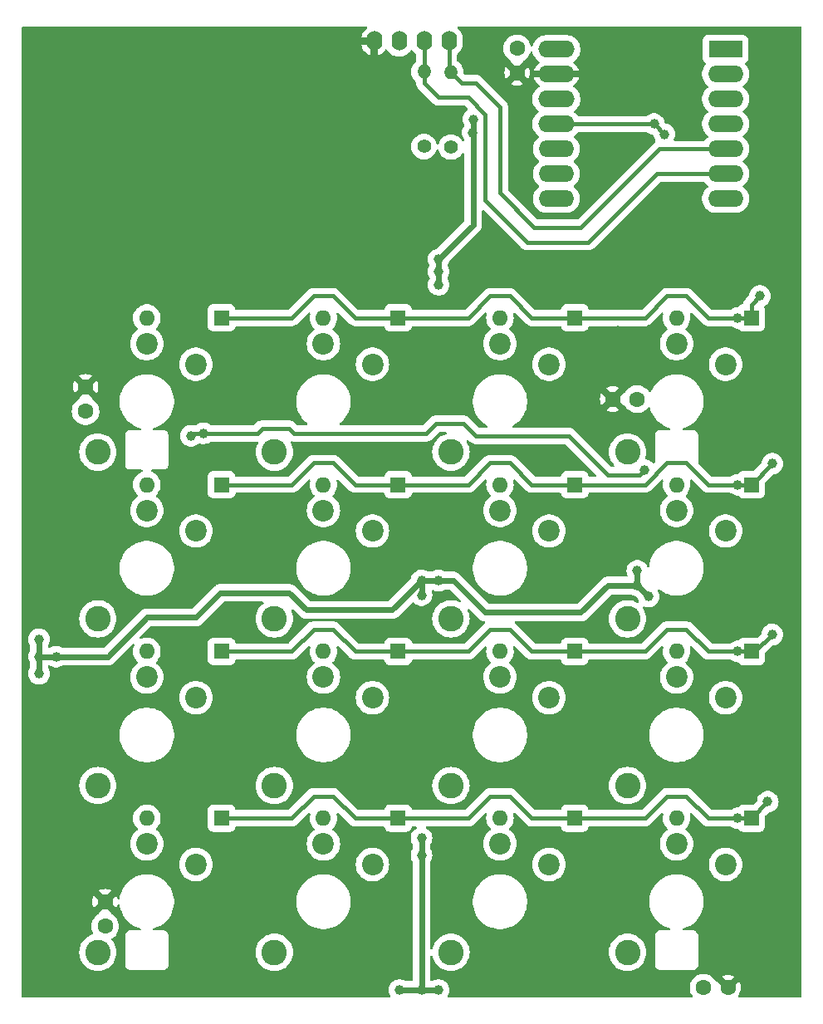
<source format=gtl>
G04 #@! TF.GenerationSoftware,KiCad,Pcbnew,8.0.6*
G04 #@! TF.CreationDate,2024-10-20T21:42:17+02:00*
G04 #@! TF.ProjectId,macropad,6d616372-6f70-4616-942e-6b696361645f,v7.6*
G04 #@! TF.SameCoordinates,Original*
G04 #@! TF.FileFunction,Copper,L1,Top*
G04 #@! TF.FilePolarity,Positive*
%FSLAX46Y46*%
G04 Gerber Fmt 4.6, Leading zero omitted, Abs format (unit mm)*
G04 Created by KiCad (PCBNEW 8.0.6) date 2024-10-20 21:42:17*
%MOMM*%
%LPD*%
G01*
G04 APERTURE LIST*
G04 #@! TA.AperFunction,ComponentPad*
%ADD10C,2.600000*%
G04 #@! TD*
G04 #@! TA.AperFunction,ComponentPad*
%ADD11C,2.200000*%
G04 #@! TD*
G04 #@! TA.AperFunction,ComponentPad*
%ADD12O,1.600000X2.000000*%
G04 #@! TD*
G04 #@! TA.AperFunction,ComponentPad*
%ADD13R,1.600000X1.600000*%
G04 #@! TD*
G04 #@! TA.AperFunction,ComponentPad*
%ADD14O,1.600000X1.600000*%
G04 #@! TD*
G04 #@! TA.AperFunction,ComponentPad*
%ADD15C,1.600000*%
G04 #@! TD*
G04 #@! TA.AperFunction,ComponentPad*
%ADD16R,3.500000X1.700000*%
G04 #@! TD*
G04 #@! TA.AperFunction,ComponentPad*
%ADD17O,3.600000X1.700000*%
G04 #@! TD*
G04 #@! TA.AperFunction,ComponentPad*
%ADD18O,3.700000X1.700000*%
G04 #@! TD*
G04 #@! TA.AperFunction,ComponentPad*
%ADD19C,1.400000*%
G04 #@! TD*
G04 #@! TA.AperFunction,ComponentPad*
%ADD20O,1.400000X1.400000*%
G04 #@! TD*
G04 #@! TA.AperFunction,ViaPad*
%ADD21C,1.000000*%
G04 #@! TD*
G04 #@! TA.AperFunction,Conductor*
%ADD22C,0.450000*%
G04 #@! TD*
G04 #@! TA.AperFunction,Conductor*
%ADD23C,0.600000*%
G04 #@! TD*
G04 APERTURE END LIST*
D10*
G04 #@! TO.P,SW4,*
G04 #@! TO.N,*
X8250000Y-60900000D03*
D11*
G04 #@! TO.P,SW4,1,1*
G04 #@! TO.N,Net-(D4-A)*
X13250000Y-49850000D03*
G04 #@! TO.P,SW4,2,2*
G04 #@! TO.N,COL0*
X18250000Y-51950000D03*
G04 #@! TD*
D10*
G04 #@! TO.P,SW14,*
G04 #@! TO.N,*
X44250000Y-94900000D03*
D11*
G04 #@! TO.P,SW14,1,1*
G04 #@! TO.N,Net-(D14-A)*
X49250000Y-83850000D03*
G04 #@! TO.P,SW14,2,2*
G04 #@! TO.N,COL2*
X54250000Y-85950000D03*
G04 #@! TD*
D10*
G04 #@! TO.P,SW1,*
G04 #@! TO.N,*
X8250000Y-43900000D03*
D11*
G04 #@! TO.P,SW1,1,1*
G04 #@! TO.N,Net-(D1-A)*
X13250000Y-32850000D03*
G04 #@! TO.P,SW1,2,2*
G04 #@! TO.N,COL0*
X18250000Y-34950000D03*
G04 #@! TD*
D10*
G04 #@! TO.P,SW8,*
G04 #@! TO.N,*
X26250000Y-77900000D03*
D11*
G04 #@! TO.P,SW8,1,1*
G04 #@! TO.N,Net-(D8-A)*
X31250000Y-66850000D03*
G04 #@! TO.P,SW8,2,2*
G04 #@! TO.N,COL1*
X36250000Y-68950000D03*
G04 #@! TD*
D10*
G04 #@! TO.P,SW9,*
G04 #@! TO.N,*
X44250000Y-77900000D03*
D11*
G04 #@! TO.P,SW9,1,1*
G04 #@! TO.N,Net-(D9-A)*
X49250000Y-66850000D03*
G04 #@! TO.P,SW9,2,2*
G04 #@! TO.N,COL2*
X54250000Y-68950000D03*
G04 #@! TD*
D10*
G04 #@! TO.P,SW12,*
G04 #@! TO.N,*
X62250000Y-77900000D03*
D11*
G04 #@! TO.P,SW12,1,1*
G04 #@! TO.N,Net-(D12-A)*
X67250000Y-66850000D03*
G04 #@! TO.P,SW12,2,2*
G04 #@! TO.N,COL3*
X72250000Y-68950000D03*
G04 #@! TD*
D10*
G04 #@! TO.P,SW6,*
G04 #@! TO.N,*
X44250000Y-60900000D03*
D11*
G04 #@! TO.P,SW6,1,1*
G04 #@! TO.N,Net-(D6-A)*
X49250000Y-49850000D03*
G04 #@! TO.P,SW6,2,2*
G04 #@! TO.N,COL2*
X54250000Y-51950000D03*
G04 #@! TD*
D10*
G04 #@! TO.P,SW10,*
G04 #@! TO.N,*
X62250000Y-43900000D03*
D11*
G04 #@! TO.P,SW10,1,1*
G04 #@! TO.N,Net-(D10-A)*
X67250000Y-32850000D03*
G04 #@! TO.P,SW10,2,2*
G04 #@! TO.N,COL3*
X72250000Y-34950000D03*
G04 #@! TD*
D10*
G04 #@! TO.P,SW7,*
G04 #@! TO.N,*
X8250000Y-77900000D03*
D11*
G04 #@! TO.P,SW7,1,1*
G04 #@! TO.N,Net-(D7-A)*
X13250000Y-66850000D03*
G04 #@! TO.P,SW7,2,2*
G04 #@! TO.N,COL0*
X18250000Y-68950000D03*
G04 #@! TD*
D12*
G04 #@! TO.P,Brd1,1,GND*
G04 #@! TO.N,GND*
X36420000Y-2000000D03*
G04 #@! TO.P,Brd1,2,VCC*
G04 #@! TO.N,+5V*
X38960000Y-2000000D03*
G04 #@! TO.P,Brd1,3,SCL*
G04 #@! TO.N,Net-(Brd1-SCL)*
X41500000Y-2000000D03*
G04 #@! TO.P,Brd1,4,SDA*
G04 #@! TO.N,Net-(Brd1-SDA)*
X44040000Y-2000000D03*
G04 #@! TD*
D10*
G04 #@! TO.P,SW2,*
G04 #@! TO.N,*
X26250000Y-43900000D03*
D11*
G04 #@! TO.P,SW2,1,1*
G04 #@! TO.N,Net-(D2-A)*
X31250000Y-32850000D03*
G04 #@! TO.P,SW2,2,2*
G04 #@! TO.N,COL1*
X36250000Y-34950000D03*
G04 #@! TD*
D10*
G04 #@! TO.P,SW11,*
G04 #@! TO.N,*
X62250000Y-60900000D03*
D11*
G04 #@! TO.P,SW11,1,1*
G04 #@! TO.N,Net-(D11-A)*
X67250000Y-49850000D03*
G04 #@! TO.P,SW11,2,2*
G04 #@! TO.N,COL3*
X72250000Y-51950000D03*
G04 #@! TD*
D10*
G04 #@! TO.P,SW3,*
G04 #@! TO.N,*
X44250000Y-43900000D03*
D11*
G04 #@! TO.P,SW3,1,1*
G04 #@! TO.N,Net-(D3-A)*
X49250000Y-32850000D03*
G04 #@! TO.P,SW3,2,2*
G04 #@! TO.N,COL2*
X54250000Y-34950000D03*
G04 #@! TD*
D10*
G04 #@! TO.P,SW16,*
G04 #@! TO.N,*
X8250000Y-94900000D03*
D11*
G04 #@! TO.P,SW16,1,1*
G04 #@! TO.N,Net-(D16-A)*
X13250000Y-83850000D03*
G04 #@! TO.P,SW16,2,2*
G04 #@! TO.N,COL0*
X18250000Y-85950000D03*
G04 #@! TD*
D10*
G04 #@! TO.P,SW5,*
G04 #@! TO.N,*
X26250000Y-60900000D03*
D11*
G04 #@! TO.P,SW5,1,1*
G04 #@! TO.N,Net-(D5-A)*
X31250000Y-49850000D03*
G04 #@! TO.P,SW5,2,2*
G04 #@! TO.N,COL1*
X36250000Y-51950000D03*
G04 #@! TD*
D10*
G04 #@! TO.P,SW13,*
G04 #@! TO.N,*
X62250000Y-94900000D03*
D11*
G04 #@! TO.P,SW13,1,1*
G04 #@! TO.N,Net-(D13-A)*
X67250000Y-83850000D03*
G04 #@! TO.P,SW13,2,2*
G04 #@! TO.N,COL3*
X72250000Y-85950000D03*
G04 #@! TD*
D10*
G04 #@! TO.P,SW15,*
G04 #@! TO.N,*
X26250000Y-94900000D03*
D11*
G04 #@! TO.P,SW15,1,1*
G04 #@! TO.N,Net-(D15-A)*
X31250000Y-83850000D03*
G04 #@! TO.P,SW15,2,2*
G04 #@! TO.N,COL1*
X36250000Y-85950000D03*
G04 #@! TD*
D13*
G04 #@! TO.P,D3,1,K*
G04 #@! TO.N,ROW0*
X56870000Y-30225000D03*
D14*
G04 #@! TO.P,D3,2,A*
G04 #@! TO.N,Net-(D3-A)*
X49250000Y-30225000D03*
G04 #@! TD*
D15*
G04 #@! TO.P,C5,1*
G04 #@! TO.N,+5V*
X7000000Y-39750000D03*
G04 #@! TO.P,C5,2*
G04 #@! TO.N,GND*
X7000000Y-37250000D03*
G04 #@! TD*
D16*
G04 #@! TO.P,U2,1,PA02_A0_D0*
G04 #@! TO.N,ROW3*
X72250000Y-2840000D03*
D17*
G04 #@! TO.P,U2,2,PA4_A1_D1*
G04 #@! TO.N,ROW2*
X72250000Y-5380000D03*
G04 #@! TO.P,U2,3,PA10_A2_D2*
G04 #@! TO.N,ROW1*
X72250000Y-7920000D03*
G04 #@! TO.P,U2,4,PA11_A3_D3*
G04 #@! TO.N,ROW0*
X72250000Y-10460000D03*
G04 #@! TO.P,U2,5,PA8_A4_D4_SDA*
G04 #@! TO.N,Net-(Brd1-SDA)*
X72250000Y-13000000D03*
G04 #@! TO.P,U2,6,PA9_A5_D5_SCL*
G04 #@! TO.N,Net-(Brd1-SCL)*
X72250000Y-15540000D03*
G04 #@! TO.P,U2,7,PB08_A6_D6_TX*
G04 #@! TO.N,COL3*
X72250000Y-18080000D03*
G04 #@! TO.P,U2,8,PB09_A7_D7_RX*
G04 #@! TO.N,COL2*
X55000000Y-18080000D03*
G04 #@! TO.P,U2,9,PA7_A8_D8_SCK*
G04 #@! TO.N,COL1*
X55000000Y-15540000D03*
G04 #@! TO.P,U2,10,PA5_A9_D9_MISO*
G04 #@! TO.N,COL0*
X55000000Y-13000000D03*
D18*
G04 #@! TO.P,U2,11,PA6_A10_D10_MOSI*
G04 #@! TO.N,LED*
X55000000Y-10460000D03*
G04 #@! TO.P,U2,12,3V3*
G04 #@! TO.N,+3.3V*
X55000000Y-7920000D03*
G04 #@! TO.P,U2,13,GND*
G04 #@! TO.N,GND*
X55000000Y-5380000D03*
G04 #@! TO.P,U2,14,5V*
G04 #@! TO.N,+5V*
X55000000Y-2840000D03*
G04 #@! TD*
D13*
G04 #@! TO.P,D11,1,K*
G04 #@! TO.N,ROW1*
X74870000Y-47225000D03*
D14*
G04 #@! TO.P,D11,2,A*
G04 #@! TO.N,Net-(D11-A)*
X67250000Y-47225000D03*
G04 #@! TD*
D15*
G04 #@! TO.P,C4,1*
G04 #@! TO.N,+5V*
X63250000Y-38500000D03*
G04 #@! TO.P,C4,2*
G04 #@! TO.N,GND*
X60750000Y-38500000D03*
G04 #@! TD*
D13*
G04 #@! TO.P,D15,1,K*
G04 #@! TO.N,ROW3*
X38870000Y-81225000D03*
D14*
G04 #@! TO.P,D15,2,A*
G04 #@! TO.N,Net-(D15-A)*
X31250000Y-81225000D03*
G04 #@! TD*
D13*
G04 #@! TO.P,D4,1,K*
G04 #@! TO.N,ROW1*
X20870000Y-47225000D03*
D14*
G04 #@! TO.P,D4,2,A*
G04 #@! TO.N,Net-(D4-A)*
X13250000Y-47225000D03*
G04 #@! TD*
D13*
G04 #@! TO.P,D8,1,K*
G04 #@! TO.N,ROW2*
X38870000Y-64225000D03*
D14*
G04 #@! TO.P,D8,2,A*
G04 #@! TO.N,Net-(D8-A)*
X31250000Y-64225000D03*
G04 #@! TD*
D13*
G04 #@! TO.P,D10,1,K*
G04 #@! TO.N,ROW0*
X74870000Y-30225000D03*
D14*
G04 #@! TO.P,D10,2,A*
G04 #@! TO.N,Net-(D10-A)*
X67250000Y-30225000D03*
G04 #@! TD*
D13*
G04 #@! TO.P,D13,1,K*
G04 #@! TO.N,ROW3*
X74870000Y-81225000D03*
D14*
G04 #@! TO.P,D13,2,A*
G04 #@! TO.N,Net-(D13-A)*
X67250000Y-81225000D03*
G04 #@! TD*
D13*
G04 #@! TO.P,D16,1,K*
G04 #@! TO.N,ROW3*
X20870000Y-81225000D03*
D14*
G04 #@! TO.P,D16,2,A*
G04 #@! TO.N,Net-(D16-A)*
X13250000Y-81225000D03*
G04 #@! TD*
D15*
G04 #@! TO.P,C1,1*
G04 #@! TO.N,+5V*
X70000000Y-98500000D03*
G04 #@! TO.P,C1,2*
G04 #@! TO.N,GND*
X72500000Y-98500000D03*
G04 #@! TD*
D19*
G04 #@! TO.P,R2,1*
G04 #@! TO.N,+3.3V*
X44250000Y-12810000D03*
D20*
G04 #@! TO.P,R2,2*
G04 #@! TO.N,Net-(Brd1-SDA)*
X44250000Y-5190000D03*
G04 #@! TD*
D13*
G04 #@! TO.P,D1,1,K*
G04 #@! TO.N,ROW0*
X20870000Y-30225000D03*
D14*
G04 #@! TO.P,D1,2,A*
G04 #@! TO.N,Net-(D1-A)*
X13250000Y-30225000D03*
G04 #@! TD*
D13*
G04 #@! TO.P,D6,1,K*
G04 #@! TO.N,ROW1*
X56870000Y-47225000D03*
D14*
G04 #@! TO.P,D6,2,A*
G04 #@! TO.N,Net-(D6-A)*
X49250000Y-47225000D03*
G04 #@! TD*
D13*
G04 #@! TO.P,D7,1,K*
G04 #@! TO.N,ROW2*
X20870000Y-64225000D03*
D14*
G04 #@! TO.P,D7,2,A*
G04 #@! TO.N,Net-(D7-A)*
X13250000Y-64225000D03*
G04 #@! TD*
D13*
G04 #@! TO.P,D9,1,K*
G04 #@! TO.N,ROW2*
X56870000Y-64225000D03*
D14*
G04 #@! TO.P,D9,2,A*
G04 #@! TO.N,Net-(D9-A)*
X49250000Y-64225000D03*
G04 #@! TD*
D19*
G04 #@! TO.P,R1,1*
G04 #@! TO.N,+3.3V*
X41500000Y-12750000D03*
D20*
G04 #@! TO.P,R1,2*
G04 #@! TO.N,Net-(Brd1-SCL)*
X41500000Y-5130000D03*
G04 #@! TD*
D13*
G04 #@! TO.P,D12,1,K*
G04 #@! TO.N,ROW2*
X74870000Y-64225000D03*
D14*
G04 #@! TO.P,D12,2,A*
G04 #@! TO.N,Net-(D12-A)*
X67250000Y-64225000D03*
G04 #@! TD*
D13*
G04 #@! TO.P,D2,1,K*
G04 #@! TO.N,ROW0*
X38870000Y-30225000D03*
D14*
G04 #@! TO.P,D2,2,A*
G04 #@! TO.N,Net-(D2-A)*
X31250000Y-30225000D03*
G04 #@! TD*
D15*
G04 #@! TO.P,C2,1*
G04 #@! TO.N,+5V*
X51000000Y-2750000D03*
G04 #@! TO.P,C2,2*
G04 #@! TO.N,GND*
X51000000Y-5250000D03*
G04 #@! TD*
G04 #@! TO.P,C3,1*
G04 #@! TO.N,+5V*
X9000000Y-92250000D03*
G04 #@! TO.P,C3,2*
G04 #@! TO.N,GND*
X9000000Y-89750000D03*
G04 #@! TD*
D13*
G04 #@! TO.P,D5,1,K*
G04 #@! TO.N,ROW1*
X38870000Y-47225000D03*
D14*
G04 #@! TO.P,D5,2,A*
G04 #@! TO.N,Net-(D5-A)*
X31250000Y-47225000D03*
G04 #@! TD*
D13*
G04 #@! TO.P,D14,1,K*
G04 #@! TO.N,ROW3*
X56870000Y-81225000D03*
D14*
G04 #@! TO.P,D14,2,A*
G04 #@! TO.N,Net-(D14-A)*
X49250000Y-81225000D03*
G04 #@! TD*
D21*
G04 #@! TO.N,GND*
X59775000Y-13950000D03*
X46300000Y-3475000D03*
G04 #@! TO.N,ROW0*
X73500000Y-30225000D03*
X75750000Y-28000000D03*
G04 #@! TO.N,ROW1*
X77000000Y-45095000D03*
X73500000Y-47225000D03*
G04 #@! TO.N,ROW2*
X73500000Y-64225000D03*
X77000000Y-62500000D03*
G04 #@! TO.N,ROW3*
X73500000Y-81225000D03*
X76547500Y-79547500D03*
G04 #@! TO.N,GND*
X70500000Y-91500000D03*
X4250000Y-24750000D03*
X7000000Y-88500000D03*
X22200000Y-72775000D03*
X59750000Y-8000000D03*
X17750000Y-96250000D03*
X12000000Y-10500000D03*
X52250000Y-62000000D03*
X65250000Y-35000000D03*
X71500000Y-45250000D03*
X35750000Y-5750000D03*
X22000000Y-53750000D03*
X28250000Y-19750000D03*
X64500000Y-92250000D03*
X5750000Y-53500000D03*
X58250000Y-70500000D03*
X17500000Y-45250000D03*
X75000000Y-39500000D03*
X39750000Y-93500000D03*
X74500000Y-24000000D03*
X68000000Y-7000000D03*
X35750000Y-23000000D03*
X58750000Y-86250000D03*
X76250000Y-90500000D03*
X34500000Y-61750000D03*
X61250000Y-31500000D03*
X57750000Y-40500000D03*
X61250000Y-23250000D03*
X39250000Y-38750000D03*
X49500000Y-6750000D03*
X43500000Y-51750000D03*
X76000000Y-55500000D03*
X47250000Y-25750000D03*
X2500000Y-97750000D03*
X75500000Y-72500000D03*
X21750000Y-60250000D03*
X58500000Y-54250000D03*
G04 #@! TO.N,+5V*
X46525000Y-9975000D03*
X43000000Y-25500000D03*
X43000000Y-26850003D03*
X41250000Y-98750000D03*
X41250000Y-57000000D03*
X41250000Y-85000000D03*
X63250000Y-57500000D03*
X39000000Y-98750000D03*
X43000000Y-57000000D03*
X64375000Y-58625000D03*
X63250000Y-56000000D03*
X2250000Y-63000000D03*
X46478476Y-11324201D03*
X41250000Y-58500000D03*
X4000000Y-64750000D03*
X43000000Y-98750000D03*
X2250000Y-66500000D03*
X41250000Y-83250000D03*
X2250000Y-64750000D03*
X43000000Y-24250000D03*
G04 #@! TO.N,LED*
X66000000Y-11500000D03*
X64960000Y-10460000D03*
G04 #@! TO.N,Net-(D17-DOUT)*
X19000000Y-42000000D03*
X17750000Y-42250000D03*
X64000000Y-45750000D03*
G04 #@! TD*
D22*
G04 #@! TO.N,ROW0*
X73500000Y-30225000D02*
X70475000Y-30225000D01*
X64025000Y-30225000D02*
X56870000Y-30225000D01*
X46025000Y-30225000D02*
X38870000Y-30225000D01*
X74870000Y-30225000D02*
X73500000Y-30225000D01*
X70475000Y-30225000D02*
X68250000Y-28000000D01*
X30250000Y-28000000D02*
X28025000Y-30225000D01*
X74870000Y-28880000D02*
X75750000Y-28000000D01*
X34475000Y-30225000D02*
X32250000Y-28000000D01*
X38870000Y-30225000D02*
X34475000Y-30225000D01*
X32250000Y-28000000D02*
X30250000Y-28000000D01*
X52475000Y-30225000D02*
X50250000Y-28000000D01*
X74870000Y-30225000D02*
X74870000Y-28880000D01*
X56870000Y-30225000D02*
X52475000Y-30225000D01*
X28025000Y-30225000D02*
X20870000Y-30225000D01*
X48250000Y-28000000D02*
X46025000Y-30225000D01*
X50250000Y-28000000D02*
X48250000Y-28000000D01*
X68250000Y-28000000D02*
X66250000Y-28000000D01*
X66250000Y-28000000D02*
X64025000Y-30225000D01*
G04 #@! TO.N,ROW1*
X64025000Y-47225000D02*
X56870000Y-47225000D01*
X66250000Y-45000000D02*
X64025000Y-47225000D01*
X46025000Y-47225000D02*
X38870000Y-47225000D01*
X68250000Y-45000000D02*
X66250000Y-45000000D01*
X73500000Y-47225000D02*
X70475000Y-47225000D01*
X56870000Y-47225000D02*
X52475000Y-47225000D01*
X74870000Y-47225000D02*
X73500000Y-47225000D01*
X48250000Y-45000000D02*
X46025000Y-47225000D01*
X32250000Y-45000000D02*
X30250000Y-45000000D01*
X28025000Y-47225000D02*
X20870000Y-47225000D01*
X38870000Y-47225000D02*
X34475000Y-47225000D01*
X34475000Y-47225000D02*
X32250000Y-45000000D01*
X70475000Y-47225000D02*
X68250000Y-45000000D01*
X30250000Y-45000000D02*
X28025000Y-47225000D01*
X52475000Y-47225000D02*
X50250000Y-45000000D01*
X50250000Y-45000000D02*
X48250000Y-45000000D01*
X74870000Y-47225000D02*
X77000000Y-45095000D01*
G04 #@! TO.N,ROW2*
X74870000Y-64225000D02*
X75275000Y-64225000D01*
X50250000Y-62000000D02*
X48250000Y-62000000D01*
X73500000Y-64225000D02*
X70475000Y-64225000D01*
X34475000Y-64225000D02*
X32250000Y-62000000D01*
X30250000Y-62000000D02*
X28025000Y-64225000D01*
X75275000Y-64225000D02*
X77000000Y-62500000D01*
X38870000Y-64225000D02*
X34475000Y-64225000D01*
X64025000Y-64225000D02*
X56870000Y-64225000D01*
X28025000Y-64225000D02*
X20870000Y-64225000D01*
X52475000Y-64225000D02*
X50250000Y-62000000D01*
X66250000Y-62000000D02*
X64025000Y-64225000D01*
X56870000Y-64225000D02*
X52475000Y-64225000D01*
X70475000Y-64225000D02*
X68250000Y-62000000D01*
X48250000Y-62000000D02*
X46025000Y-64225000D01*
X74870000Y-64225000D02*
X73500000Y-64225000D01*
X46025000Y-64225000D02*
X38870000Y-64225000D01*
X32250000Y-62000000D02*
X30250000Y-62000000D01*
X68250000Y-62000000D02*
X66250000Y-62000000D01*
G04 #@! TO.N,ROW3*
X52475000Y-81225000D02*
X50250000Y-79000000D01*
X50250000Y-79000000D02*
X48250000Y-79000000D01*
X74870000Y-81225000D02*
X76547500Y-79547500D01*
X73500000Y-81225000D02*
X70475000Y-81225000D01*
X38870000Y-81225000D02*
X34475000Y-81225000D01*
X46025000Y-81225000D02*
X38870000Y-81225000D01*
X66250000Y-79000000D02*
X64025000Y-81225000D01*
X30250000Y-79000000D02*
X28025000Y-81225000D01*
X56870000Y-81225000D02*
X52475000Y-81225000D01*
X48250000Y-79000000D02*
X46025000Y-81225000D01*
X34475000Y-81225000D02*
X32250000Y-79000000D01*
X74870000Y-81225000D02*
X73500000Y-81225000D01*
X68250000Y-79000000D02*
X66250000Y-79000000D01*
X64025000Y-81225000D02*
X56870000Y-81225000D01*
X28025000Y-81225000D02*
X20870000Y-81225000D01*
X32250000Y-79000000D02*
X30250000Y-79000000D01*
X70475000Y-81225000D02*
X68250000Y-79000000D01*
D23*
G04 #@! TO.N,+5V*
X43000000Y-24250000D02*
X43000000Y-25500000D01*
X43000000Y-25500000D02*
X43000000Y-26850003D01*
X9250000Y-64750000D02*
X4000000Y-64750000D01*
X41250000Y-98750000D02*
X41250000Y-85000000D01*
X41250000Y-57000000D02*
X43000000Y-57000000D01*
X13250000Y-60750000D02*
X9250000Y-64750000D01*
X41250000Y-57000000D02*
X38250000Y-60000000D01*
X63250000Y-57500000D02*
X63250000Y-56000000D01*
X41250000Y-98750000D02*
X39000000Y-98750000D01*
X18250000Y-60750000D02*
X13250000Y-60750000D01*
X41250000Y-98750000D02*
X43000000Y-98750000D01*
X44500000Y-57000000D02*
X47750000Y-60250000D01*
X20750000Y-58250000D02*
X18250000Y-60750000D01*
X27750000Y-58250000D02*
X20750000Y-58250000D01*
X46500000Y-10000000D02*
X46525000Y-9975000D01*
X43000000Y-57000000D02*
X44500000Y-57000000D01*
X46500000Y-20750000D02*
X46500000Y-10000000D01*
X60250000Y-57500000D02*
X63250000Y-57500000D01*
X29500000Y-60000000D02*
X27750000Y-58250000D01*
X2250000Y-64750000D02*
X2250000Y-63000000D01*
X2250000Y-64750000D02*
X2250000Y-66500000D01*
X57500000Y-60250000D02*
X60250000Y-57500000D01*
X38250000Y-60000000D02*
X29500000Y-60000000D01*
X63250000Y-57500000D02*
X64375000Y-58625000D01*
X43000000Y-24250000D02*
X46500000Y-20750000D01*
X47750000Y-60250000D02*
X57500000Y-60250000D01*
X41250000Y-85000000D02*
X41250000Y-83250000D01*
X41250000Y-57000000D02*
X41250000Y-58500000D01*
X4000000Y-64750000D02*
X2250000Y-64750000D01*
D22*
G04 #@! TO.N,Net-(Brd1-SDA)*
X46750000Y-6250000D02*
X49250000Y-8750000D01*
X57500000Y-21000000D02*
X65500000Y-13000000D01*
X44040000Y-4980000D02*
X44250000Y-5190000D01*
X52750000Y-21000000D02*
X57500000Y-21000000D01*
X49250000Y-17500000D02*
X52750000Y-21000000D01*
X49250000Y-8750000D02*
X49250000Y-17500000D01*
X45310000Y-6250000D02*
X46750000Y-6250000D01*
X44040000Y-2000000D02*
X44040000Y-4980000D01*
X44250000Y-5190000D02*
X45310000Y-6250000D01*
X65500000Y-13000000D02*
X71250000Y-13000000D01*
G04 #@! TO.N,Net-(Brd1-SCL)*
X65210000Y-15540000D02*
X71250000Y-15540000D01*
X43000000Y-7750000D02*
X46000000Y-7750000D01*
X47750000Y-9500000D02*
X47750000Y-18250000D01*
X46000000Y-7750000D02*
X47750000Y-9500000D01*
X47750000Y-18250000D02*
X52000000Y-22500000D01*
X58250000Y-22500000D02*
X65210000Y-15540000D01*
X41500000Y-5130000D02*
X41500000Y-6250000D01*
X41500000Y-2000000D02*
X41500000Y-5130000D01*
X52000000Y-22500000D02*
X58250000Y-22500000D01*
X41500000Y-6250000D02*
X43000000Y-7750000D01*
G04 #@! TO.N,LED*
X64960000Y-10460000D02*
X66000000Y-11500000D01*
X64460000Y-10460000D02*
X64960000Y-10460000D01*
X56000000Y-10460000D02*
X64460000Y-10460000D01*
G04 #@! TO.N,Net-(D17-DOUT)*
X56250000Y-42250000D02*
X60250000Y-46250000D01*
X19000000Y-42000000D02*
X18000000Y-42000000D01*
X60250000Y-46250000D02*
X63500000Y-46250000D01*
X27750000Y-41500000D02*
X28250000Y-42000000D01*
X25000000Y-41500000D02*
X27750000Y-41500000D01*
X45500000Y-41000000D02*
X46750000Y-42250000D01*
X24500000Y-42000000D02*
X25000000Y-41500000D01*
X18000000Y-42000000D02*
X17750000Y-42250000D01*
X42750000Y-41000000D02*
X45500000Y-41000000D01*
X28250000Y-42000000D02*
X41750000Y-42000000D01*
X24500000Y-42000000D02*
X19000000Y-42000000D01*
X46750000Y-42250000D02*
X56250000Y-42250000D01*
X41750000Y-42000000D02*
X42750000Y-41000000D01*
X63500000Y-46250000D02*
X64000000Y-45750000D01*
G04 #@! TD*
G04 #@! TA.AperFunction,Conductor*
G04 #@! TO.N,GND*
G36*
X35682321Y-520185D02*
G01*
X35728076Y-572989D01*
X35738020Y-642147D01*
X35708995Y-705703D01*
X35688168Y-724818D01*
X35573105Y-808417D01*
X35573104Y-808417D01*
X35428417Y-953104D01*
X35428417Y-953105D01*
X35308140Y-1118650D01*
X35215244Y-1300968D01*
X35152009Y-1495582D01*
X35127553Y-1650000D01*
X36062894Y-1650000D01*
X36019901Y-1692993D01*
X35954075Y-1807007D01*
X35920000Y-1934174D01*
X35920000Y-2065826D01*
X35954075Y-2192993D01*
X36019901Y-2307007D01*
X36062894Y-2350000D01*
X35127553Y-2350000D01*
X35152009Y-2504417D01*
X35215244Y-2699031D01*
X35308140Y-2881349D01*
X35428417Y-3046894D01*
X35428417Y-3046895D01*
X35573104Y-3191582D01*
X35738650Y-3311859D01*
X35920970Y-3404755D01*
X36069999Y-3453178D01*
X36070000Y-3453178D01*
X36070000Y-2357106D01*
X36112993Y-2400099D01*
X36227007Y-2465925D01*
X36354174Y-2500000D01*
X36485826Y-2500000D01*
X36612993Y-2465925D01*
X36727007Y-2400099D01*
X36770000Y-2357106D01*
X36770000Y-3453178D01*
X36919029Y-3404755D01*
X37101349Y-3311859D01*
X37266894Y-3191582D01*
X37266895Y-3191582D01*
X37411582Y-3046895D01*
X37411587Y-3046889D01*
X37532528Y-2880429D01*
X37587858Y-2837763D01*
X37657471Y-2831784D01*
X37719266Y-2864390D01*
X37743330Y-2897018D01*
X37757129Y-2924100D01*
X37762187Y-2934025D01*
X37891752Y-3112358D01*
X37891756Y-3112363D01*
X38047636Y-3268243D01*
X38047641Y-3268247D01*
X38203192Y-3381260D01*
X38225978Y-3397815D01*
X38334633Y-3453178D01*
X38422393Y-3497895D01*
X38422396Y-3497896D01*
X38527221Y-3531955D01*
X38632049Y-3566015D01*
X38849778Y-3600500D01*
X38849779Y-3600500D01*
X39070221Y-3600500D01*
X39070222Y-3600500D01*
X39287951Y-3566015D01*
X39497606Y-3497895D01*
X39694022Y-3397815D01*
X39872365Y-3268242D01*
X40028242Y-3112365D01*
X40060659Y-3067747D01*
X40129682Y-2972745D01*
X40185011Y-2930079D01*
X40254625Y-2924100D01*
X40316420Y-2956705D01*
X40330318Y-2972745D01*
X40431752Y-3112358D01*
X40431756Y-3112363D01*
X40587638Y-3268245D01*
X40623385Y-3294216D01*
X40666051Y-3349545D01*
X40674500Y-3394534D01*
X40674500Y-4064951D01*
X40654815Y-4131990D01*
X40638181Y-4152632D01*
X40499954Y-4290858D01*
X40369432Y-4477265D01*
X40369431Y-4477267D01*
X40273261Y-4683502D01*
X40273258Y-4683511D01*
X40214366Y-4903302D01*
X40214364Y-4903313D01*
X40194532Y-5129998D01*
X40194532Y-5130001D01*
X40214364Y-5356686D01*
X40214366Y-5356697D01*
X40273258Y-5576488D01*
X40273261Y-5576497D01*
X40369431Y-5782732D01*
X40369432Y-5782734D01*
X40499954Y-5969141D01*
X40638181Y-6107368D01*
X40671666Y-6168691D01*
X40674500Y-6195049D01*
X40674500Y-6331305D01*
X40674500Y-6331307D01*
X40674499Y-6331307D01*
X40706222Y-6490783D01*
X40706225Y-6490793D01*
X40768450Y-6641019D01*
X40768452Y-6641023D01*
X40858788Y-6776220D01*
X40858794Y-6776228D01*
X42473768Y-8391203D01*
X42473775Y-8391209D01*
X42608976Y-8481547D01*
X42608980Y-8481549D01*
X42759206Y-8543774D01*
X42759211Y-8543776D01*
X42759215Y-8543776D01*
X42759216Y-8543777D01*
X42918691Y-8575500D01*
X42918694Y-8575500D01*
X42918695Y-8575500D01*
X45606705Y-8575500D01*
X45673744Y-8595185D01*
X45694386Y-8611819D01*
X45943811Y-8861244D01*
X45977296Y-8922567D01*
X45972312Y-8992259D01*
X45930440Y-9048192D01*
X45921408Y-9054352D01*
X45858957Y-9093020D01*
X45708237Y-9230418D01*
X45585327Y-9393178D01*
X45494422Y-9575739D01*
X45494417Y-9575752D01*
X45438602Y-9771917D01*
X45419785Y-9974999D01*
X45419785Y-9975000D01*
X45438602Y-10178082D01*
X45494417Y-10374247D01*
X45494422Y-10374260D01*
X45586500Y-10559176D01*
X45599500Y-10614448D01*
X45599500Y-10620443D01*
X45579815Y-10687482D01*
X45574454Y-10695169D01*
X45538804Y-10742376D01*
X45447898Y-10924940D01*
X45447893Y-10924953D01*
X45392078Y-11121118D01*
X45373261Y-11324200D01*
X45373261Y-11324201D01*
X45392078Y-11527283D01*
X45447893Y-11723448D01*
X45447898Y-11723461D01*
X45538803Y-11906022D01*
X45574454Y-11953231D01*
X45599146Y-12018592D01*
X45599500Y-12027958D01*
X45599500Y-12076656D01*
X45579815Y-12143695D01*
X45527011Y-12189450D01*
X45457853Y-12199394D01*
X45394297Y-12170369D01*
X45373925Y-12147779D01*
X45371065Y-12143695D01*
X45250047Y-11970861D01*
X45250045Y-11970858D01*
X45089141Y-11809954D01*
X44902734Y-11679432D01*
X44902732Y-11679431D01*
X44696497Y-11583261D01*
X44696488Y-11583258D01*
X44476697Y-11524366D01*
X44476693Y-11524365D01*
X44476692Y-11524365D01*
X44476691Y-11524364D01*
X44476686Y-11524364D01*
X44250002Y-11504532D01*
X44249998Y-11504532D01*
X44023313Y-11524364D01*
X44023302Y-11524366D01*
X43803511Y-11583258D01*
X43803502Y-11583261D01*
X43597267Y-11679431D01*
X43597265Y-11679432D01*
X43410858Y-11809954D01*
X43249954Y-11970858D01*
X43119432Y-12157265D01*
X43119431Y-12157267D01*
X43023261Y-12363502D01*
X43023259Y-12363509D01*
X43002813Y-12439816D01*
X42966448Y-12499476D01*
X42903601Y-12530005D01*
X42834225Y-12521710D01*
X42780347Y-12477225D01*
X42763263Y-12439816D01*
X42726739Y-12303504D01*
X42630568Y-12097266D01*
X42500047Y-11910861D01*
X42500045Y-11910858D01*
X42339141Y-11749954D01*
X42152734Y-11619432D01*
X42152732Y-11619431D01*
X41946497Y-11523261D01*
X41946488Y-11523258D01*
X41726697Y-11464366D01*
X41726693Y-11464365D01*
X41726692Y-11464365D01*
X41726691Y-11464364D01*
X41726686Y-11464364D01*
X41500002Y-11444532D01*
X41499998Y-11444532D01*
X41273313Y-11464364D01*
X41273302Y-11464366D01*
X41053511Y-11523258D01*
X41053502Y-11523261D01*
X40847267Y-11619431D01*
X40847265Y-11619432D01*
X40660858Y-11749954D01*
X40499954Y-11910858D01*
X40369432Y-12097265D01*
X40369431Y-12097267D01*
X40273261Y-12303502D01*
X40273258Y-12303511D01*
X40214366Y-12523302D01*
X40214364Y-12523313D01*
X40194532Y-12749998D01*
X40194532Y-12750001D01*
X40214364Y-12976686D01*
X40214366Y-12976697D01*
X40273258Y-13196488D01*
X40273261Y-13196497D01*
X40369431Y-13402732D01*
X40369432Y-13402734D01*
X40499954Y-13589141D01*
X40660858Y-13750045D01*
X40660861Y-13750047D01*
X40847266Y-13880568D01*
X41053504Y-13976739D01*
X41273308Y-14035635D01*
X41435230Y-14049801D01*
X41499998Y-14055468D01*
X41500000Y-14055468D01*
X41500002Y-14055468D01*
X41556673Y-14050509D01*
X41726692Y-14035635D01*
X41946496Y-13976739D01*
X42152734Y-13880568D01*
X42339139Y-13750047D01*
X42500047Y-13589139D01*
X42630568Y-13402734D01*
X42726739Y-13196496D01*
X42747186Y-13120183D01*
X42783550Y-13060524D01*
X42846397Y-13029994D01*
X42915772Y-13038288D01*
X42969651Y-13082773D01*
X42986736Y-13120183D01*
X43023259Y-13256491D01*
X43023261Y-13256497D01*
X43119431Y-13462732D01*
X43119432Y-13462734D01*
X43249954Y-13649141D01*
X43410858Y-13810045D01*
X43410861Y-13810047D01*
X43597266Y-13940568D01*
X43803504Y-14036739D01*
X44023308Y-14095635D01*
X44185230Y-14109801D01*
X44249998Y-14115468D01*
X44250000Y-14115468D01*
X44250002Y-14115468D01*
X44306673Y-14110509D01*
X44476692Y-14095635D01*
X44696496Y-14036739D01*
X44902734Y-13940568D01*
X45089139Y-13810047D01*
X45250047Y-13649139D01*
X45373927Y-13472218D01*
X45428501Y-13428595D01*
X45497999Y-13421401D01*
X45560354Y-13452923D01*
X45595769Y-13513153D01*
X45599500Y-13543343D01*
X45599500Y-20325637D01*
X45579815Y-20392676D01*
X45563181Y-20413318D01*
X42837822Y-23138676D01*
X42776499Y-23172161D01*
X42772928Y-23172883D01*
X42697552Y-23186974D01*
X42697544Y-23186976D01*
X42507367Y-23260650D01*
X42507357Y-23260655D01*
X42333960Y-23368017D01*
X42333958Y-23368019D01*
X42183237Y-23505418D01*
X42060327Y-23668178D01*
X41969422Y-23850739D01*
X41969417Y-23850752D01*
X41913602Y-24046917D01*
X41894785Y-24249999D01*
X41894785Y-24250000D01*
X41913602Y-24453082D01*
X41969417Y-24649247D01*
X41969424Y-24649265D01*
X42054305Y-24819729D01*
X42066566Y-24888514D01*
X42054305Y-24930271D01*
X41969424Y-25100734D01*
X41969417Y-25100752D01*
X41913602Y-25296917D01*
X41894785Y-25499999D01*
X41894785Y-25500000D01*
X41913602Y-25703082D01*
X41969417Y-25899247D01*
X41969422Y-25899260D01*
X42060327Y-26081821D01*
X42074262Y-26100274D01*
X42098954Y-26165635D01*
X42084389Y-26233970D01*
X42074265Y-26249724D01*
X42060330Y-26268178D01*
X42060323Y-26268188D01*
X41969422Y-26450742D01*
X41969417Y-26450755D01*
X41913602Y-26646920D01*
X41894785Y-26850002D01*
X41894785Y-26850003D01*
X41913602Y-27053085D01*
X41969417Y-27249250D01*
X41969422Y-27249263D01*
X42060327Y-27431824D01*
X42183237Y-27594584D01*
X42333958Y-27731983D01*
X42333960Y-27731985D01*
X42433141Y-27793395D01*
X42507363Y-27839351D01*
X42697544Y-27913027D01*
X42898024Y-27950503D01*
X42898026Y-27950503D01*
X43101974Y-27950503D01*
X43101976Y-27950503D01*
X43302456Y-27913027D01*
X43492637Y-27839351D01*
X43666041Y-27731984D01*
X43816764Y-27594582D01*
X43939673Y-27431824D01*
X44030582Y-27249253D01*
X44086397Y-27053086D01*
X44105215Y-26850003D01*
X44086397Y-26646920D01*
X44030582Y-26450753D01*
X43939673Y-26268182D01*
X43925736Y-26249726D01*
X43901045Y-26184365D01*
X43915611Y-26116030D01*
X43925732Y-26100280D01*
X43939673Y-26081821D01*
X44030582Y-25899250D01*
X44086397Y-25703083D01*
X44105215Y-25500000D01*
X44086397Y-25296917D01*
X44030582Y-25100750D01*
X44030574Y-25100734D01*
X43991581Y-25022426D01*
X43945693Y-24930270D01*
X43933433Y-24861486D01*
X43945694Y-24819729D01*
X44030582Y-24649250D01*
X44083940Y-24461717D01*
X44115523Y-24407974D01*
X47199463Y-21324036D01*
X47199464Y-21324035D01*
X47298013Y-21176547D01*
X47365894Y-21012666D01*
X47400500Y-20838691D01*
X47400500Y-19367295D01*
X47420185Y-19300256D01*
X47472989Y-19254501D01*
X47542147Y-19244557D01*
X47605703Y-19273582D01*
X47612181Y-19279614D01*
X51358792Y-23026225D01*
X51471243Y-23138676D01*
X51473776Y-23141209D01*
X51473779Y-23141211D01*
X51608976Y-23231547D01*
X51608980Y-23231549D01*
X51759206Y-23293774D01*
X51759211Y-23293776D01*
X51759215Y-23293776D01*
X51759216Y-23293777D01*
X51918692Y-23325500D01*
X51918695Y-23325500D01*
X58331307Y-23325500D01*
X58438598Y-23304157D01*
X58490789Y-23293776D01*
X58641021Y-23231548D01*
X58641023Y-23231547D01*
X58739378Y-23165828D01*
X58776225Y-23141208D01*
X65515615Y-16401819D01*
X65576938Y-16368334D01*
X65603296Y-16365500D01*
X70043663Y-16365500D01*
X70110702Y-16385185D01*
X70143980Y-16416614D01*
X70189280Y-16478963D01*
X70193621Y-16484937D01*
X70355063Y-16646379D01*
X70355069Y-16646383D01*
X70442191Y-16709683D01*
X70484857Y-16765013D01*
X70490835Y-16834627D01*
X70458228Y-16896421D01*
X70442191Y-16910317D01*
X70355069Y-16973616D01*
X70355060Y-16973623D01*
X70193622Y-17135061D01*
X70059421Y-17319771D01*
X69955770Y-17523196D01*
X69885215Y-17740339D01*
X69849500Y-17965837D01*
X69849500Y-18194162D01*
X69885215Y-18419660D01*
X69955770Y-18636803D01*
X70059421Y-18840228D01*
X70193621Y-19024937D01*
X70355063Y-19186379D01*
X70539772Y-19320579D01*
X70631458Y-19367295D01*
X70743196Y-19424229D01*
X70743198Y-19424229D01*
X70743201Y-19424231D01*
X70859592Y-19462049D01*
X70960339Y-19494784D01*
X71185838Y-19530500D01*
X71185843Y-19530500D01*
X73314162Y-19530500D01*
X73539660Y-19494784D01*
X73756799Y-19424231D01*
X73960228Y-19320579D01*
X74144937Y-19186379D01*
X74306379Y-19024937D01*
X74440579Y-18840228D01*
X74544231Y-18636799D01*
X74614784Y-18419660D01*
X74650500Y-18194162D01*
X74650500Y-17965837D01*
X74614784Y-17740339D01*
X74544229Y-17523196D01*
X74440578Y-17319771D01*
X74349479Y-17194385D01*
X74306379Y-17135063D01*
X74144937Y-16973621D01*
X74057807Y-16910317D01*
X74015143Y-16854988D01*
X74009164Y-16785374D01*
X74041770Y-16723579D01*
X74057807Y-16709683D01*
X74144937Y-16646379D01*
X74306379Y-16484937D01*
X74440579Y-16300228D01*
X74544231Y-16096799D01*
X74614784Y-15879660D01*
X74650500Y-15654162D01*
X74650500Y-15425837D01*
X74614784Y-15200339D01*
X74544229Y-14983196D01*
X74440578Y-14779771D01*
X74306379Y-14595063D01*
X74144937Y-14433621D01*
X74057807Y-14370317D01*
X74015143Y-14314988D01*
X74009164Y-14245374D01*
X74041770Y-14183579D01*
X74057807Y-14169683D01*
X74144937Y-14106379D01*
X74306379Y-13944937D01*
X74440579Y-13760228D01*
X74544231Y-13556799D01*
X74614784Y-13339660D01*
X74637459Y-13196496D01*
X74650500Y-13114162D01*
X74650500Y-12885837D01*
X74614784Y-12660339D01*
X74544229Y-12443196D01*
X74489550Y-12335884D01*
X74440579Y-12239772D01*
X74306379Y-12055063D01*
X74144937Y-11893621D01*
X74057807Y-11830317D01*
X74015143Y-11774988D01*
X74009164Y-11705374D01*
X74041770Y-11643579D01*
X74057807Y-11629683D01*
X74144937Y-11566379D01*
X74306379Y-11404937D01*
X74440579Y-11220228D01*
X74544231Y-11016799D01*
X74614784Y-10799660D01*
X74631334Y-10695169D01*
X74650500Y-10574162D01*
X74650500Y-10345837D01*
X74614784Y-10120339D01*
X74544229Y-9903196D01*
X74477339Y-9771917D01*
X74440579Y-9699772D01*
X74306379Y-9515063D01*
X74144937Y-9353621D01*
X74057807Y-9290317D01*
X74015143Y-9234988D01*
X74009164Y-9165374D01*
X74041770Y-9103579D01*
X74057807Y-9089683D01*
X74144937Y-9026379D01*
X74306379Y-8864937D01*
X74440579Y-8680228D01*
X74544231Y-8476799D01*
X74614784Y-8259660D01*
X74620467Y-8223779D01*
X74650500Y-8034162D01*
X74650500Y-7805837D01*
X74614784Y-7580339D01*
X74544229Y-7363196D01*
X74440578Y-7159771D01*
X74306379Y-6975063D01*
X74144937Y-6813621D01*
X74057807Y-6750317D01*
X74015143Y-6694988D01*
X74009164Y-6625374D01*
X74041770Y-6563579D01*
X74057807Y-6549683D01*
X74144937Y-6486379D01*
X74306379Y-6324937D01*
X74440579Y-6140228D01*
X74544231Y-5936799D01*
X74614784Y-5719660D01*
X74627957Y-5636491D01*
X74650500Y-5494162D01*
X74650500Y-5265837D01*
X74614784Y-5040339D01*
X74562516Y-4879476D01*
X74544231Y-4823201D01*
X74544229Y-4823198D01*
X74544229Y-4823196D01*
X74489550Y-4715884D01*
X74440579Y-4619772D01*
X74306379Y-4435063D01*
X74279543Y-4408227D01*
X74246058Y-4346904D01*
X74251042Y-4277212D01*
X74292914Y-4221279D01*
X74301015Y-4215936D01*
X74302837Y-4214537D01*
X74302841Y-4214536D01*
X74428282Y-4118282D01*
X74524536Y-3992841D01*
X74585044Y-3846762D01*
X74600500Y-3729361D01*
X74600499Y-1950640D01*
X74600499Y-1950639D01*
X74600499Y-1950636D01*
X74585046Y-1833246D01*
X74585044Y-1833239D01*
X74585044Y-1833238D01*
X74524536Y-1687159D01*
X74428282Y-1561718D01*
X74302841Y-1465464D01*
X74205671Y-1425215D01*
X74156762Y-1404956D01*
X74156760Y-1404955D01*
X74039370Y-1389501D01*
X74039367Y-1389500D01*
X74039361Y-1389500D01*
X74039354Y-1389500D01*
X70460636Y-1389500D01*
X70343246Y-1404953D01*
X70343237Y-1404956D01*
X70197160Y-1465463D01*
X70071718Y-1561718D01*
X69975463Y-1687160D01*
X69914956Y-1833237D01*
X69914955Y-1833239D01*
X69899501Y-1950629D01*
X69899501Y-1950636D01*
X69899500Y-1950645D01*
X69899500Y-3729363D01*
X69914953Y-3846753D01*
X69914956Y-3846762D01*
X69965509Y-3968809D01*
X69975464Y-3992841D01*
X70071718Y-4118282D01*
X70197159Y-4214536D01*
X70197160Y-4214536D01*
X70203608Y-4219484D01*
X70202357Y-4221114D01*
X70242986Y-4263719D01*
X70256213Y-4332325D01*
X70230250Y-4397191D01*
X70220458Y-4408224D01*
X70193625Y-4435058D01*
X70193622Y-4435061D01*
X70059421Y-4619771D01*
X69955770Y-4823196D01*
X69885215Y-5040339D01*
X69849500Y-5265837D01*
X69849500Y-5494162D01*
X69885215Y-5719660D01*
X69955770Y-5936803D01*
X70059099Y-6139597D01*
X70059421Y-6140228D01*
X70193621Y-6324937D01*
X70355063Y-6486379D01*
X70367573Y-6495468D01*
X70442191Y-6549683D01*
X70484857Y-6605013D01*
X70490835Y-6674627D01*
X70458228Y-6736421D01*
X70442191Y-6750317D01*
X70355069Y-6813616D01*
X70355060Y-6813623D01*
X70193622Y-6975061D01*
X70059421Y-7159771D01*
X69955770Y-7363196D01*
X69885215Y-7580339D01*
X69849500Y-7805837D01*
X69849500Y-8034162D01*
X69885215Y-8259660D01*
X69955770Y-8476803D01*
X70024565Y-8611819D01*
X70059421Y-8680228D01*
X70193621Y-8864937D01*
X70355063Y-9026379D01*
X70355069Y-9026383D01*
X70442191Y-9089683D01*
X70484857Y-9145013D01*
X70490835Y-9214627D01*
X70458228Y-9276421D01*
X70442191Y-9290317D01*
X70355069Y-9353616D01*
X70355060Y-9353623D01*
X70193622Y-9515061D01*
X70059421Y-9699771D01*
X69955770Y-9903196D01*
X69885215Y-10120339D01*
X69849500Y-10345837D01*
X69849500Y-10574162D01*
X69885215Y-10799660D01*
X69955770Y-11016803D01*
X70008922Y-11121118D01*
X70059421Y-11220228D01*
X70193621Y-11404937D01*
X70355063Y-11566379D01*
X70355066Y-11566381D01*
X70355069Y-11566383D01*
X70442191Y-11629683D01*
X70484857Y-11685013D01*
X70490835Y-11754627D01*
X70458228Y-11816421D01*
X70442191Y-11830317D01*
X70355069Y-11893616D01*
X70355060Y-11893623D01*
X70193623Y-12055060D01*
X70193616Y-12055069D01*
X70143980Y-12123386D01*
X70088650Y-12166052D01*
X70043663Y-12174500D01*
X67093791Y-12174500D01*
X67026752Y-12154815D01*
X66980997Y-12102011D01*
X66971053Y-12032853D01*
X66982791Y-11995228D01*
X67030577Y-11899260D01*
X67030576Y-11899260D01*
X67030582Y-11899250D01*
X67086397Y-11703083D01*
X67105215Y-11500000D01*
X67096406Y-11404939D01*
X67086397Y-11296917D01*
X67036377Y-11121118D01*
X67030582Y-11100750D01*
X66939673Y-10918179D01*
X66816764Y-10755421D01*
X66816762Y-10755418D01*
X66666041Y-10618019D01*
X66666039Y-10618017D01*
X66492642Y-10510655D01*
X66492635Y-10510651D01*
X66397546Y-10473814D01*
X66302456Y-10436976D01*
X66150907Y-10408646D01*
X66088627Y-10376979D01*
X66053354Y-10316666D01*
X66050222Y-10298198D01*
X66046397Y-10256918D01*
X66046397Y-10256917D01*
X65990582Y-10060750D01*
X65899673Y-9878179D01*
X65776764Y-9715421D01*
X65776762Y-9715418D01*
X65626041Y-9578019D01*
X65626039Y-9578017D01*
X65452642Y-9470655D01*
X65452635Y-9470651D01*
X65357546Y-9433814D01*
X65262456Y-9396976D01*
X65061976Y-9359500D01*
X64858024Y-9359500D01*
X64657544Y-9396976D01*
X64657541Y-9396976D01*
X64657541Y-9396977D01*
X64467364Y-9470651D01*
X64467357Y-9470655D01*
X64293967Y-9578013D01*
X64293964Y-9578015D01*
X64293960Y-9578017D01*
X64293959Y-9578019D01*
X64267499Y-9602139D01*
X64204698Y-9632754D01*
X64183965Y-9634500D01*
X57256337Y-9634500D01*
X57189298Y-9614815D01*
X57156020Y-9583386D01*
X57106383Y-9515069D01*
X57106379Y-9515063D01*
X56944937Y-9353621D01*
X56857807Y-9290317D01*
X56815143Y-9234988D01*
X56809164Y-9165374D01*
X56841770Y-9103579D01*
X56857807Y-9089683D01*
X56944937Y-9026379D01*
X57106379Y-8864937D01*
X57240579Y-8680228D01*
X57344231Y-8476799D01*
X57414784Y-8259660D01*
X57420467Y-8223779D01*
X57450500Y-8034162D01*
X57450500Y-7805837D01*
X57414784Y-7580339D01*
X57344229Y-7363196D01*
X57240578Y-7159771D01*
X57106379Y-6975063D01*
X56944937Y-6813621D01*
X56772317Y-6688204D01*
X56729653Y-6632874D01*
X56723674Y-6563261D01*
X56756280Y-6501466D01*
X56772319Y-6487569D01*
X56879460Y-6409727D01*
X57029723Y-6259464D01*
X57029727Y-6259459D01*
X57154620Y-6087557D01*
X57251092Y-5898222D01*
X57305752Y-5730000D01*
X56357106Y-5730000D01*
X56400099Y-5687007D01*
X56465925Y-5572993D01*
X56500000Y-5445826D01*
X56500000Y-5314174D01*
X56465925Y-5187007D01*
X56400099Y-5072993D01*
X56357106Y-5030000D01*
X57305752Y-5030000D01*
X57305751Y-5029999D01*
X57251092Y-4861777D01*
X57154620Y-4672442D01*
X57029727Y-4500540D01*
X57029723Y-4500535D01*
X56879464Y-4350276D01*
X56879459Y-4350272D01*
X56772319Y-4272430D01*
X56729653Y-4217100D01*
X56723674Y-4147487D01*
X56756280Y-4085692D01*
X56772310Y-4071800D01*
X56944937Y-3946379D01*
X57106379Y-3784937D01*
X57240579Y-3600228D01*
X57344231Y-3396799D01*
X57414784Y-3179660D01*
X57424420Y-3118823D01*
X57450500Y-2954162D01*
X57450500Y-2725837D01*
X57414784Y-2500339D01*
X57365935Y-2350000D01*
X57344231Y-2283201D01*
X57344229Y-2283198D01*
X57344229Y-2283196D01*
X57289550Y-2175884D01*
X57240579Y-2079772D01*
X57106379Y-1895063D01*
X56944937Y-1733621D01*
X56760228Y-1599421D01*
X56686232Y-1561718D01*
X56556803Y-1495770D01*
X56339660Y-1425215D01*
X56114162Y-1389500D01*
X56114157Y-1389500D01*
X53885843Y-1389500D01*
X53885838Y-1389500D01*
X53660339Y-1425215D01*
X53443196Y-1495770D01*
X53239771Y-1599421D01*
X53055061Y-1733622D01*
X52893622Y-1895061D01*
X52759421Y-2079771D01*
X52655770Y-2283196D01*
X52603431Y-2444279D01*
X52563993Y-2501954D01*
X52499634Y-2529152D01*
X52430788Y-2517237D01*
X52379312Y-2469993D01*
X52365294Y-2436400D01*
X52329157Y-2293699D01*
X52235924Y-2081151D01*
X52108983Y-1886852D01*
X52108980Y-1886849D01*
X52108979Y-1886847D01*
X51951784Y-1716087D01*
X51951779Y-1716083D01*
X51951777Y-1716081D01*
X51768634Y-1573535D01*
X51768628Y-1573531D01*
X51564504Y-1463064D01*
X51564495Y-1463061D01*
X51344984Y-1387702D01*
X51173282Y-1359050D01*
X51116049Y-1349500D01*
X50883951Y-1349500D01*
X50838164Y-1357140D01*
X50655015Y-1387702D01*
X50435504Y-1463061D01*
X50435495Y-1463064D01*
X50231371Y-1573531D01*
X50231365Y-1573535D01*
X50048222Y-1716081D01*
X50048219Y-1716084D01*
X49891016Y-1886852D01*
X49764075Y-2081151D01*
X49670842Y-2293699D01*
X49613866Y-2518691D01*
X49613864Y-2518702D01*
X49594700Y-2749993D01*
X49594700Y-2750006D01*
X49613864Y-2981297D01*
X49613866Y-2981308D01*
X49670842Y-3206300D01*
X49764075Y-3418848D01*
X49891016Y-3613147D01*
X49891019Y-3613151D01*
X49891021Y-3613153D01*
X50048216Y-3783913D01*
X50048219Y-3783915D01*
X50048222Y-3783918D01*
X50231365Y-3926464D01*
X50231376Y-3926471D01*
X50299805Y-3963503D01*
X50349396Y-4012722D01*
X50364504Y-4080939D01*
X50362904Y-4094090D01*
X50359330Y-4114355D01*
X51000000Y-4755025D01*
X51000001Y-4755025D01*
X51640667Y-4114356D01*
X51637094Y-4094091D01*
X51644838Y-4024652D01*
X51688894Y-3970423D01*
X51700171Y-3963515D01*
X51768626Y-3926470D01*
X51951784Y-3783913D01*
X52108979Y-3613153D01*
X52235924Y-3418849D01*
X52329157Y-3206300D01*
X52341060Y-3159295D01*
X52376599Y-3099140D01*
X52439019Y-3067747D01*
X52508503Y-3075085D01*
X52562989Y-3118823D01*
X52583739Y-3170335D01*
X52585216Y-3179662D01*
X52655770Y-3396803D01*
X52759421Y-3600228D01*
X52893621Y-3784937D01*
X53055063Y-3946379D01*
X53225740Y-4070384D01*
X53227681Y-4071794D01*
X53270346Y-4127124D01*
X53276325Y-4196738D01*
X53243719Y-4258533D01*
X53227681Y-4272430D01*
X53120535Y-4350276D01*
X52970276Y-4500535D01*
X52970272Y-4500540D01*
X52845379Y-4672442D01*
X52748907Y-4861777D01*
X52694248Y-5029999D01*
X52694248Y-5030000D01*
X55642894Y-5030000D01*
X55599901Y-5072993D01*
X55534075Y-5187007D01*
X55500000Y-5314174D01*
X55500000Y-5445826D01*
X55534075Y-5572993D01*
X55599901Y-5687007D01*
X55642894Y-5730000D01*
X52694248Y-5730000D01*
X52748907Y-5898222D01*
X52845379Y-6087557D01*
X52970272Y-6259459D01*
X52970276Y-6259464D01*
X53120539Y-6409727D01*
X53227681Y-6487569D01*
X53270347Y-6542898D01*
X53276326Y-6612512D01*
X53243721Y-6674307D01*
X53227682Y-6688205D01*
X53055061Y-6813622D01*
X52893622Y-6975061D01*
X52759421Y-7159771D01*
X52655770Y-7363196D01*
X52585215Y-7580339D01*
X52549500Y-7805837D01*
X52549500Y-8034162D01*
X52585215Y-8259660D01*
X52655770Y-8476803D01*
X52724565Y-8611819D01*
X52759421Y-8680228D01*
X52893621Y-8864937D01*
X53055063Y-9026379D01*
X53055069Y-9026383D01*
X53142191Y-9089683D01*
X53184857Y-9145013D01*
X53190835Y-9214627D01*
X53158228Y-9276421D01*
X53142191Y-9290317D01*
X53055069Y-9353616D01*
X53055060Y-9353623D01*
X52893622Y-9515061D01*
X52759421Y-9699771D01*
X52655770Y-9903196D01*
X52585215Y-10120339D01*
X52549500Y-10345837D01*
X52549500Y-10574162D01*
X52585215Y-10799660D01*
X52655770Y-11016803D01*
X52708922Y-11121118D01*
X52759421Y-11220228D01*
X52893621Y-11404937D01*
X53055063Y-11566379D01*
X53167191Y-11647845D01*
X53209856Y-11703175D01*
X53215835Y-11772789D01*
X53183229Y-11834584D01*
X53167192Y-11848480D01*
X53105064Y-11893620D01*
X53105060Y-11893623D01*
X52943622Y-12055061D01*
X52809421Y-12239771D01*
X52705770Y-12443196D01*
X52635215Y-12660339D01*
X52599500Y-12885837D01*
X52599500Y-13114162D01*
X52635215Y-13339660D01*
X52705770Y-13556803D01*
X52809421Y-13760228D01*
X52943621Y-13944937D01*
X53105063Y-14106379D01*
X53105069Y-14106383D01*
X53192191Y-14169683D01*
X53234857Y-14225013D01*
X53240835Y-14294627D01*
X53208228Y-14356421D01*
X53192191Y-14370317D01*
X53105069Y-14433616D01*
X53105060Y-14433623D01*
X52943622Y-14595061D01*
X52809421Y-14779771D01*
X52705770Y-14983196D01*
X52635215Y-15200339D01*
X52599500Y-15425837D01*
X52599500Y-15654162D01*
X52635215Y-15879660D01*
X52705770Y-16096803D01*
X52809421Y-16300228D01*
X52943621Y-16484937D01*
X53105063Y-16646379D01*
X53105069Y-16646383D01*
X53192191Y-16709683D01*
X53234857Y-16765013D01*
X53240835Y-16834627D01*
X53208228Y-16896421D01*
X53192191Y-16910317D01*
X53105069Y-16973616D01*
X53105060Y-16973623D01*
X52943622Y-17135061D01*
X52809421Y-17319771D01*
X52705770Y-17523196D01*
X52635215Y-17740339D01*
X52599500Y-17965837D01*
X52599500Y-18194162D01*
X52635215Y-18419660D01*
X52705770Y-18636803D01*
X52809421Y-18840228D01*
X52943621Y-19024937D01*
X53105063Y-19186379D01*
X53289772Y-19320579D01*
X53381458Y-19367295D01*
X53493196Y-19424229D01*
X53493198Y-19424229D01*
X53493201Y-19424231D01*
X53609592Y-19462049D01*
X53710339Y-19494784D01*
X53935838Y-19530500D01*
X53935843Y-19530500D01*
X56064162Y-19530500D01*
X56289660Y-19494784D01*
X56506799Y-19424231D01*
X56710228Y-19320579D01*
X56894937Y-19186379D01*
X57056379Y-19024937D01*
X57190579Y-18840228D01*
X57294231Y-18636799D01*
X57364784Y-18419660D01*
X57400500Y-18194162D01*
X57400500Y-17965837D01*
X57364784Y-17740339D01*
X57294229Y-17523196D01*
X57190578Y-17319771D01*
X57099479Y-17194385D01*
X57056379Y-17135063D01*
X56894937Y-16973621D01*
X56807807Y-16910317D01*
X56765143Y-16854988D01*
X56759164Y-16785374D01*
X56791770Y-16723579D01*
X56807807Y-16709683D01*
X56894937Y-16646379D01*
X57056379Y-16484937D01*
X57190579Y-16300228D01*
X57294231Y-16096799D01*
X57364784Y-15879660D01*
X57400500Y-15654162D01*
X57400500Y-15425837D01*
X57364784Y-15200339D01*
X57294229Y-14983196D01*
X57190578Y-14779771D01*
X57056379Y-14595063D01*
X56894937Y-14433621D01*
X56807807Y-14370317D01*
X56765143Y-14314988D01*
X56759164Y-14245374D01*
X56791770Y-14183579D01*
X56807807Y-14169683D01*
X56894937Y-14106379D01*
X57056379Y-13944937D01*
X57190579Y-13760228D01*
X57294231Y-13556799D01*
X57364784Y-13339660D01*
X57387459Y-13196496D01*
X57400500Y-13114162D01*
X57400500Y-12885837D01*
X57364784Y-12660339D01*
X57294229Y-12443196D01*
X57239550Y-12335884D01*
X57190579Y-12239772D01*
X57056379Y-12055063D01*
X56894937Y-11893621D01*
X56894930Y-11893616D01*
X56832807Y-11848480D01*
X56790142Y-11793150D01*
X56784164Y-11723536D01*
X56816771Y-11661742D01*
X56832806Y-11647847D01*
X56944937Y-11566379D01*
X57106379Y-11404937D01*
X57133564Y-11367520D01*
X57156020Y-11336614D01*
X57211350Y-11293948D01*
X57256337Y-11285500D01*
X64183965Y-11285500D01*
X64251004Y-11305185D01*
X64267494Y-11317855D01*
X64293959Y-11341981D01*
X64467363Y-11449348D01*
X64657544Y-11523024D01*
X64809093Y-11551353D01*
X64871372Y-11583020D01*
X64906645Y-11643332D01*
X64909777Y-11661798D01*
X64913603Y-11703084D01*
X64969417Y-11899247D01*
X64969422Y-11899260D01*
X65060328Y-12081824D01*
X65091142Y-12122628D01*
X65115834Y-12187989D01*
X65101269Y-12256323D01*
X65061079Y-12300456D01*
X64973772Y-12358793D01*
X64973768Y-12358796D01*
X57194386Y-20138181D01*
X57133063Y-20171666D01*
X57106705Y-20174500D01*
X53143296Y-20174500D01*
X53076257Y-20154815D01*
X53055615Y-20138181D01*
X50111819Y-17194385D01*
X50078334Y-17133062D01*
X50075500Y-17106704D01*
X50075500Y-8668692D01*
X50043777Y-8509216D01*
X50043776Y-8509215D01*
X50043776Y-8509211D01*
X50030351Y-8476799D01*
X49981549Y-8358980D01*
X49981547Y-8358976D01*
X49891211Y-8223779D01*
X49891209Y-8223776D01*
X49891208Y-8223775D01*
X49776225Y-8108792D01*
X48555614Y-6888181D01*
X48053075Y-6385642D01*
X50359331Y-6385642D01*
X50553673Y-6476265D01*
X50553682Y-6476269D01*
X50773389Y-6535139D01*
X50773400Y-6535141D01*
X50999998Y-6554966D01*
X51000002Y-6554966D01*
X51226599Y-6535141D01*
X51226610Y-6535139D01*
X51446317Y-6476269D01*
X51446326Y-6476265D01*
X51640668Y-6385642D01*
X51000001Y-5744975D01*
X51000000Y-5744975D01*
X50359331Y-6385642D01*
X48053075Y-6385642D01*
X47276228Y-5608794D01*
X47276220Y-5608788D01*
X47141023Y-5518452D01*
X47141019Y-5518450D01*
X46990793Y-5456225D01*
X46990783Y-5456222D01*
X46831307Y-5424500D01*
X46831305Y-5424500D01*
X45703296Y-5424500D01*
X45636257Y-5404815D01*
X45615615Y-5388181D01*
X45585249Y-5357815D01*
X45551764Y-5296492D01*
X45549402Y-5259330D01*
X45550219Y-5249997D01*
X49695034Y-5249997D01*
X49695034Y-5250002D01*
X49714858Y-5476599D01*
X49714860Y-5476610D01*
X49773730Y-5696317D01*
X49773735Y-5696331D01*
X49864355Y-5890668D01*
X49864356Y-5890668D01*
X50505025Y-5250000D01*
X50452364Y-5197339D01*
X50600000Y-5197339D01*
X50600000Y-5302661D01*
X50627259Y-5404394D01*
X50679920Y-5495606D01*
X50754394Y-5570080D01*
X50845606Y-5622741D01*
X50947339Y-5650000D01*
X51052661Y-5650000D01*
X51154394Y-5622741D01*
X51245606Y-5570080D01*
X51320080Y-5495606D01*
X51372741Y-5404394D01*
X51400000Y-5302661D01*
X51400000Y-5249999D01*
X51494975Y-5249999D01*
X51494975Y-5250000D01*
X52135642Y-5890667D01*
X52226265Y-5696326D01*
X52226269Y-5696317D01*
X52285139Y-5476610D01*
X52285141Y-5476599D01*
X52304966Y-5250002D01*
X52304966Y-5249997D01*
X52285141Y-5023400D01*
X52285139Y-5023389D01*
X52226269Y-4803682D01*
X52226265Y-4803673D01*
X52135642Y-4609331D01*
X51494975Y-5249999D01*
X51400000Y-5249999D01*
X51400000Y-5197339D01*
X51372741Y-5095606D01*
X51320080Y-5004394D01*
X51245606Y-4929920D01*
X51154394Y-4877259D01*
X51052661Y-4850000D01*
X50947339Y-4850000D01*
X50845606Y-4877259D01*
X50754394Y-4929920D01*
X50679920Y-5004394D01*
X50627259Y-5095606D01*
X50600000Y-5197339D01*
X50452364Y-5197339D01*
X49864355Y-4609330D01*
X49773735Y-4803668D01*
X49773730Y-4803682D01*
X49714860Y-5023389D01*
X49714858Y-5023400D01*
X49695034Y-5249997D01*
X45550219Y-5249997D01*
X45555468Y-5190000D01*
X45550218Y-5129998D01*
X45541470Y-5030000D01*
X45535635Y-4963308D01*
X45476739Y-4743504D01*
X45380568Y-4537266D01*
X45250047Y-4350861D01*
X45250045Y-4350858D01*
X45089140Y-4189953D01*
X44918377Y-4070384D01*
X44874752Y-4015807D01*
X44865500Y-3968809D01*
X44865500Y-3394534D01*
X44885185Y-3327495D01*
X44916615Y-3294216D01*
X44952361Y-3268245D01*
X44952361Y-3268244D01*
X44952365Y-3268242D01*
X45108242Y-3112365D01*
X45237815Y-2934022D01*
X45337895Y-2737606D01*
X45406015Y-2527951D01*
X45440500Y-2310222D01*
X45440500Y-1689778D01*
X45406015Y-1472049D01*
X45337895Y-1262394D01*
X45337895Y-1262393D01*
X45282551Y-1153777D01*
X45237815Y-1065978D01*
X45209681Y-1027254D01*
X45108247Y-887641D01*
X45108243Y-887636D01*
X44952361Y-731754D01*
X44942815Y-724819D01*
X44900148Y-669489D01*
X44894168Y-599876D01*
X44926774Y-538081D01*
X44987612Y-503723D01*
X45015699Y-500500D01*
X79875500Y-500500D01*
X79942539Y-520185D01*
X79988294Y-572989D01*
X79999500Y-624500D01*
X79999500Y-99375500D01*
X79979815Y-99442539D01*
X79927011Y-99488294D01*
X79875500Y-99499500D01*
X73625351Y-99499500D01*
X73558312Y-99479815D01*
X73512557Y-99427011D01*
X73502613Y-99357853D01*
X73523776Y-99304376D01*
X73630134Y-99152482D01*
X73726265Y-98946326D01*
X73726269Y-98946317D01*
X73785139Y-98726610D01*
X73785141Y-98726599D01*
X73804966Y-98500002D01*
X73804966Y-98499997D01*
X73785141Y-98273400D01*
X73785139Y-98273389D01*
X73726269Y-98053682D01*
X73726265Y-98053673D01*
X73635642Y-97859331D01*
X72884512Y-98610460D01*
X72900000Y-98552661D01*
X72900000Y-98447339D01*
X72872741Y-98345606D01*
X72820080Y-98254394D01*
X72745606Y-98179920D01*
X72654394Y-98127259D01*
X72552661Y-98100000D01*
X72447339Y-98100000D01*
X72345606Y-98127259D01*
X72254394Y-98179920D01*
X72179920Y-98254394D01*
X72127259Y-98345606D01*
X72100000Y-98447339D01*
X72100000Y-98552661D01*
X72115487Y-98610462D01*
X71364355Y-97859330D01*
X71346285Y-97862517D01*
X71276846Y-97854773D01*
X71222617Y-97810716D01*
X71220944Y-97808222D01*
X71108983Y-97636852D01*
X71108980Y-97636849D01*
X71108979Y-97636847D01*
X70951784Y-97466087D01*
X70951779Y-97466083D01*
X70951777Y-97466081D01*
X70821080Y-97364355D01*
X71859330Y-97364355D01*
X72500000Y-98005025D01*
X72500001Y-98005025D01*
X73140668Y-97364356D01*
X73140668Y-97364355D01*
X72946331Y-97273735D01*
X72946317Y-97273730D01*
X72726610Y-97214860D01*
X72726599Y-97214858D01*
X72500002Y-97195034D01*
X72499998Y-97195034D01*
X72273400Y-97214858D01*
X72273389Y-97214860D01*
X72053682Y-97273730D01*
X72053668Y-97273735D01*
X71859330Y-97364355D01*
X70821080Y-97364355D01*
X70768634Y-97323535D01*
X70768628Y-97323531D01*
X70564504Y-97213064D01*
X70564495Y-97213061D01*
X70344984Y-97137702D01*
X70173282Y-97109050D01*
X70116049Y-97099500D01*
X69883951Y-97099500D01*
X69838164Y-97107140D01*
X69655015Y-97137702D01*
X69435504Y-97213061D01*
X69435495Y-97213064D01*
X69231371Y-97323531D01*
X69231365Y-97323535D01*
X69048222Y-97466081D01*
X69048219Y-97466084D01*
X68891016Y-97636852D01*
X68764075Y-97831151D01*
X68670842Y-98043699D01*
X68613866Y-98268691D01*
X68613864Y-98268702D01*
X68594700Y-98499993D01*
X68594700Y-98500006D01*
X68613864Y-98731297D01*
X68613866Y-98731308D01*
X68670842Y-98956300D01*
X68764074Y-99168845D01*
X68764076Y-99168849D01*
X68854778Y-99307679D01*
X68874965Y-99374568D01*
X68855785Y-99441754D01*
X68803327Y-99487904D01*
X68750969Y-99499500D01*
X44056446Y-99499500D01*
X43989407Y-99479815D01*
X43943652Y-99427011D01*
X43933708Y-99357853D01*
X43945446Y-99320229D01*
X44030575Y-99149265D01*
X44030576Y-99149260D01*
X44030582Y-99149250D01*
X44086397Y-98953083D01*
X44105215Y-98750000D01*
X44086397Y-98546917D01*
X44030582Y-98350750D01*
X43939673Y-98168179D01*
X43816764Y-98005421D01*
X43816762Y-98005418D01*
X43666041Y-97868019D01*
X43666039Y-97868017D01*
X43492642Y-97760655D01*
X43492635Y-97760651D01*
X43397546Y-97723814D01*
X43302456Y-97686976D01*
X43101976Y-97649500D01*
X42898024Y-97649500D01*
X42697544Y-97686976D01*
X42697541Y-97686976D01*
X42697541Y-97686977D01*
X42507364Y-97760651D01*
X42507357Y-97760655D01*
X42393864Y-97830927D01*
X42328587Y-97849500D01*
X42274500Y-97849500D01*
X42207461Y-97829815D01*
X42161706Y-97777011D01*
X42150500Y-97725500D01*
X42150500Y-95342908D01*
X42170185Y-95275869D01*
X42222989Y-95230114D01*
X42292147Y-95220170D01*
X42355703Y-95249195D01*
X42393477Y-95307973D01*
X42395666Y-95316550D01*
X42421825Y-95436801D01*
X42498330Y-95641920D01*
X42516830Y-95691519D01*
X42647109Y-95930107D01*
X42647110Y-95930108D01*
X42647113Y-95930113D01*
X42810029Y-96147742D01*
X42810033Y-96147746D01*
X42810038Y-96147752D01*
X43002247Y-96339961D01*
X43002253Y-96339966D01*
X43002258Y-96339971D01*
X43219887Y-96502887D01*
X43219891Y-96502889D01*
X43219892Y-96502890D01*
X43458481Y-96633169D01*
X43458480Y-96633169D01*
X43458484Y-96633170D01*
X43458487Y-96633172D01*
X43713199Y-96728175D01*
X43978840Y-96785961D01*
X44230605Y-96803967D01*
X44249999Y-96805355D01*
X44250000Y-96805355D01*
X44250001Y-96805355D01*
X44268100Y-96804060D01*
X44521160Y-96785961D01*
X44786801Y-96728175D01*
X45041513Y-96633172D01*
X45041517Y-96633169D01*
X45041519Y-96633169D01*
X45160813Y-96568029D01*
X45280113Y-96502887D01*
X45497742Y-96339971D01*
X45689971Y-96147742D01*
X45852887Y-95930113D01*
X45983172Y-95691513D01*
X46078175Y-95436801D01*
X46135961Y-95171160D01*
X46155355Y-94900000D01*
X46155355Y-94899998D01*
X60344645Y-94899998D01*
X60344645Y-94900001D01*
X60364039Y-95171160D01*
X60364040Y-95171167D01*
X60395666Y-95316550D01*
X60421825Y-95436801D01*
X60498330Y-95641920D01*
X60516830Y-95691519D01*
X60647109Y-95930107D01*
X60647110Y-95930108D01*
X60647113Y-95930113D01*
X60810029Y-96147742D01*
X60810033Y-96147746D01*
X60810038Y-96147752D01*
X61002247Y-96339961D01*
X61002253Y-96339966D01*
X61002258Y-96339971D01*
X61219887Y-96502887D01*
X61219891Y-96502889D01*
X61219892Y-96502890D01*
X61458481Y-96633169D01*
X61458480Y-96633169D01*
X61458484Y-96633170D01*
X61458487Y-96633172D01*
X61713199Y-96728175D01*
X61978840Y-96785961D01*
X62230605Y-96803967D01*
X62249999Y-96805355D01*
X62250000Y-96805355D01*
X62250001Y-96805355D01*
X62268100Y-96804060D01*
X62521160Y-96785961D01*
X62786801Y-96728175D01*
X63041513Y-96633172D01*
X63041517Y-96633169D01*
X63041519Y-96633169D01*
X63160813Y-96568029D01*
X63280113Y-96502887D01*
X63497742Y-96339971D01*
X63689971Y-96147742D01*
X63852887Y-95930113D01*
X63983172Y-95691513D01*
X64078175Y-95436801D01*
X64135961Y-95171160D01*
X64155355Y-94900000D01*
X64135961Y-94628840D01*
X64078175Y-94363199D01*
X63983172Y-94108487D01*
X63983170Y-94108484D01*
X63983169Y-94108480D01*
X63852890Y-93869892D01*
X63852889Y-93869891D01*
X63852887Y-93869887D01*
X63689971Y-93652258D01*
X63689966Y-93652253D01*
X63689961Y-93652247D01*
X63497752Y-93460038D01*
X63497746Y-93460033D01*
X63497742Y-93460029D01*
X63280113Y-93297113D01*
X63280108Y-93297110D01*
X63280107Y-93297109D01*
X63041518Y-93166830D01*
X63041519Y-93166830D01*
X62991920Y-93148330D01*
X62786801Y-93071825D01*
X62786794Y-93071823D01*
X62786793Y-93071823D01*
X62521167Y-93014040D01*
X62521160Y-93014039D01*
X62250001Y-92994645D01*
X62249999Y-92994645D01*
X61978839Y-93014039D01*
X61978832Y-93014040D01*
X61713206Y-93071823D01*
X61713202Y-93071824D01*
X61713199Y-93071825D01*
X61602411Y-93113147D01*
X61458480Y-93166830D01*
X61219892Y-93297109D01*
X61219891Y-93297110D01*
X61002259Y-93460028D01*
X61002247Y-93460038D01*
X60810038Y-93652247D01*
X60810028Y-93652259D01*
X60647110Y-93869891D01*
X60647109Y-93869892D01*
X60516830Y-94108480D01*
X60469326Y-94235843D01*
X60421825Y-94363199D01*
X60421824Y-94363202D01*
X60421823Y-94363206D01*
X60364040Y-94628832D01*
X60364039Y-94628839D01*
X60344645Y-94899998D01*
X46155355Y-94899998D01*
X46135961Y-94628840D01*
X46078175Y-94363199D01*
X45983172Y-94108487D01*
X45983170Y-94108484D01*
X45983169Y-94108480D01*
X45852890Y-93869892D01*
X45852889Y-93869891D01*
X45852887Y-93869887D01*
X45689971Y-93652258D01*
X45689966Y-93652253D01*
X45689961Y-93652247D01*
X45497752Y-93460038D01*
X45497746Y-93460033D01*
X45497742Y-93460029D01*
X45280113Y-93297113D01*
X45280108Y-93297110D01*
X45280107Y-93297109D01*
X45041518Y-93166830D01*
X45041519Y-93166830D01*
X44991920Y-93148330D01*
X44786801Y-93071825D01*
X44786794Y-93071823D01*
X44786793Y-93071823D01*
X44521167Y-93014040D01*
X44521160Y-93014039D01*
X44250001Y-92994645D01*
X44249999Y-92994645D01*
X43978839Y-93014039D01*
X43978832Y-93014040D01*
X43713206Y-93071823D01*
X43713202Y-93071824D01*
X43713199Y-93071825D01*
X43602411Y-93113147D01*
X43458480Y-93166830D01*
X43219892Y-93297109D01*
X43219891Y-93297110D01*
X43002259Y-93460028D01*
X43002247Y-93460038D01*
X42810038Y-93652247D01*
X42810028Y-93652259D01*
X42647110Y-93869891D01*
X42647109Y-93869892D01*
X42516830Y-94108480D01*
X42469326Y-94235843D01*
X42421825Y-94363199D01*
X42421824Y-94363202D01*
X42421823Y-94363206D01*
X42395666Y-94483449D01*
X42362181Y-94544772D01*
X42300858Y-94578257D01*
X42231167Y-94573273D01*
X42175233Y-94531401D01*
X42150816Y-94465937D01*
X42150500Y-94457091D01*
X42150500Y-89594126D01*
X46474500Y-89594126D01*
X46474500Y-89905873D01*
X46509402Y-90215633D01*
X46509404Y-90215649D01*
X46578771Y-90519567D01*
X46578775Y-90519579D01*
X46681733Y-90813814D01*
X46816988Y-91094674D01*
X46816990Y-91094677D01*
X46982844Y-91358633D01*
X47177209Y-91602359D01*
X47397641Y-91822791D01*
X47641367Y-92017156D01*
X47905323Y-92183010D01*
X48186189Y-92318268D01*
X48407174Y-92395594D01*
X48480420Y-92421224D01*
X48480429Y-92421227D01*
X48480432Y-92421228D01*
X48784354Y-92490596D01*
X49094126Y-92525499D01*
X49094127Y-92525500D01*
X49094131Y-92525500D01*
X49405873Y-92525500D01*
X49405873Y-92525499D01*
X49715646Y-92490596D01*
X50019568Y-92421228D01*
X50313811Y-92318268D01*
X50594677Y-92183010D01*
X50858633Y-92017156D01*
X51102359Y-91822791D01*
X51322791Y-91602359D01*
X51517156Y-91358633D01*
X51683010Y-91094677D01*
X51818268Y-90813811D01*
X51921228Y-90519568D01*
X51990596Y-90215646D01*
X52025500Y-89905869D01*
X52025500Y-89594131D01*
X52025499Y-89594126D01*
X64474500Y-89594126D01*
X64474500Y-89905873D01*
X64509402Y-90215633D01*
X64509404Y-90215649D01*
X64578771Y-90519567D01*
X64578775Y-90519579D01*
X64681733Y-90813814D01*
X64816988Y-91094674D01*
X64816990Y-91094677D01*
X64982844Y-91358633D01*
X65177209Y-91602359D01*
X65397641Y-91822791D01*
X65641367Y-92017156D01*
X65905323Y-92183010D01*
X66186189Y-92318268D01*
X66407174Y-92395594D01*
X66480420Y-92421224D01*
X66480428Y-92421227D01*
X66539058Y-92434609D01*
X66600036Y-92468718D01*
X66632894Y-92530379D01*
X66627199Y-92600016D01*
X66584759Y-92655520D01*
X66519049Y-92679268D01*
X66511465Y-92679500D01*
X65484108Y-92679500D01*
X65356812Y-92713608D01*
X65242686Y-92779500D01*
X65242683Y-92779502D01*
X65149502Y-92872683D01*
X65149500Y-92872686D01*
X65083608Y-92986812D01*
X65049500Y-93114108D01*
X65049500Y-96245891D01*
X65083608Y-96373187D01*
X65116554Y-96430250D01*
X65149500Y-96487314D01*
X65242686Y-96580500D01*
X65356814Y-96646392D01*
X65484108Y-96680500D01*
X65484110Y-96680500D01*
X69015890Y-96680500D01*
X69015892Y-96680500D01*
X69143186Y-96646392D01*
X69257314Y-96580500D01*
X69350500Y-96487314D01*
X69416392Y-96373186D01*
X69450500Y-96245892D01*
X69450500Y-93114108D01*
X69416392Y-92986814D01*
X69350500Y-92872686D01*
X69257314Y-92779500D01*
X69200250Y-92746554D01*
X69143187Y-92713608D01*
X69079539Y-92696554D01*
X69015892Y-92679500D01*
X67988535Y-92679500D01*
X67921496Y-92659815D01*
X67875741Y-92607011D01*
X67865797Y-92537853D01*
X67894822Y-92474297D01*
X67953600Y-92436523D01*
X67960942Y-92434609D01*
X67967425Y-92433129D01*
X68019568Y-92421228D01*
X68313811Y-92318268D01*
X68594677Y-92183010D01*
X68858633Y-92017156D01*
X69102359Y-91822791D01*
X69322791Y-91602359D01*
X69517156Y-91358633D01*
X69683010Y-91094677D01*
X69818268Y-90813811D01*
X69921228Y-90519568D01*
X69990596Y-90215646D01*
X70025500Y-89905869D01*
X70025500Y-89594131D01*
X69990596Y-89284354D01*
X69921228Y-88980432D01*
X69818268Y-88686189D01*
X69683010Y-88405323D01*
X69517156Y-88141367D01*
X69322791Y-87897641D01*
X69102359Y-87677209D01*
X68858633Y-87482844D01*
X68594677Y-87316990D01*
X68594674Y-87316988D01*
X68313814Y-87181733D01*
X68019579Y-87078775D01*
X68019567Y-87078771D01*
X67715649Y-87009404D01*
X67715633Y-87009402D01*
X67405873Y-86974500D01*
X67405869Y-86974500D01*
X67094131Y-86974500D01*
X67094127Y-86974500D01*
X66784366Y-87009402D01*
X66784350Y-87009404D01*
X66480432Y-87078771D01*
X66480420Y-87078775D01*
X66186185Y-87181733D01*
X65905325Y-87316988D01*
X65641368Y-87482843D01*
X65397641Y-87677208D01*
X65177208Y-87897641D01*
X64982843Y-88141368D01*
X64816988Y-88405325D01*
X64681733Y-88686185D01*
X64578775Y-88980420D01*
X64578771Y-88980432D01*
X64509404Y-89284350D01*
X64509402Y-89284366D01*
X64474500Y-89594126D01*
X52025499Y-89594126D01*
X51990596Y-89284354D01*
X51921228Y-88980432D01*
X51818268Y-88686189D01*
X51683010Y-88405323D01*
X51517156Y-88141367D01*
X51322791Y-87897641D01*
X51102359Y-87677209D01*
X50858633Y-87482844D01*
X50594677Y-87316990D01*
X50594674Y-87316988D01*
X50313814Y-87181733D01*
X50019579Y-87078775D01*
X50019567Y-87078771D01*
X49715649Y-87009404D01*
X49715633Y-87009402D01*
X49405873Y-86974500D01*
X49405869Y-86974500D01*
X49094131Y-86974500D01*
X49094127Y-86974500D01*
X48784366Y-87009402D01*
X48784350Y-87009404D01*
X48480432Y-87078771D01*
X48480420Y-87078775D01*
X48186185Y-87181733D01*
X47905325Y-87316988D01*
X47641368Y-87482843D01*
X47397641Y-87677208D01*
X47177208Y-87897641D01*
X46982843Y-88141368D01*
X46816988Y-88405325D01*
X46681733Y-88686185D01*
X46578775Y-88980420D01*
X46578771Y-88980432D01*
X46509404Y-89284350D01*
X46509402Y-89284366D01*
X46474500Y-89594126D01*
X42150500Y-89594126D01*
X42150500Y-85949995D01*
X52544732Y-85949995D01*
X52544732Y-85950004D01*
X52563777Y-86204154D01*
X52563778Y-86204157D01*
X52620492Y-86452637D01*
X52713607Y-86689888D01*
X52841041Y-86910612D01*
X52999950Y-87109877D01*
X53186783Y-87283232D01*
X53397366Y-87426805D01*
X53397371Y-87426807D01*
X53397372Y-87426808D01*
X53397373Y-87426809D01*
X53513730Y-87482843D01*
X53626992Y-87537387D01*
X53626993Y-87537387D01*
X53626996Y-87537389D01*
X53870542Y-87612513D01*
X54122565Y-87650500D01*
X54377435Y-87650500D01*
X54629458Y-87612513D01*
X54873004Y-87537389D01*
X55102634Y-87426805D01*
X55313217Y-87283232D01*
X55500050Y-87109877D01*
X55658959Y-86910612D01*
X55786393Y-86689888D01*
X55879508Y-86452637D01*
X55936222Y-86204157D01*
X55955268Y-85950000D01*
X55955268Y-85949995D01*
X70544732Y-85949995D01*
X70544732Y-85950004D01*
X70563777Y-86204154D01*
X70563778Y-86204157D01*
X70620492Y-86452637D01*
X70713607Y-86689888D01*
X70841041Y-86910612D01*
X70999950Y-87109877D01*
X71186783Y-87283232D01*
X71397366Y-87426805D01*
X71397371Y-87426807D01*
X71397372Y-87426808D01*
X71397373Y-87426809D01*
X71513730Y-87482843D01*
X71626992Y-87537387D01*
X71626993Y-87537387D01*
X71626996Y-87537389D01*
X71870542Y-87612513D01*
X72122565Y-87650500D01*
X72377435Y-87650500D01*
X72629458Y-87612513D01*
X72873004Y-87537389D01*
X73102634Y-87426805D01*
X73313217Y-87283232D01*
X73500050Y-87109877D01*
X73658959Y-86910612D01*
X73786393Y-86689888D01*
X73879508Y-86452637D01*
X73936222Y-86204157D01*
X73955268Y-85950000D01*
X73936222Y-85695843D01*
X73879508Y-85447363D01*
X73786393Y-85210112D01*
X73658959Y-84989388D01*
X73500050Y-84790123D01*
X73313217Y-84616768D01*
X73102634Y-84473195D01*
X73102630Y-84473193D01*
X73102627Y-84473191D01*
X73102626Y-84473190D01*
X72873006Y-84362612D01*
X72873008Y-84362612D01*
X72629466Y-84287489D01*
X72629462Y-84287488D01*
X72629458Y-84287487D01*
X72508231Y-84269214D01*
X72377440Y-84249500D01*
X72377435Y-84249500D01*
X72122565Y-84249500D01*
X72122559Y-84249500D01*
X71965609Y-84273157D01*
X71870542Y-84287487D01*
X71870539Y-84287488D01*
X71870533Y-84287489D01*
X71626992Y-84362612D01*
X71397373Y-84473190D01*
X71397372Y-84473191D01*
X71186782Y-84616768D01*
X70999952Y-84790121D01*
X70999950Y-84790123D01*
X70841041Y-84989388D01*
X70713608Y-85210109D01*
X70620492Y-85447362D01*
X70620490Y-85447369D01*
X70563777Y-85695845D01*
X70544732Y-85949995D01*
X55955268Y-85949995D01*
X55936222Y-85695843D01*
X55879508Y-85447363D01*
X55786393Y-85210112D01*
X55658959Y-84989388D01*
X55500050Y-84790123D01*
X55313217Y-84616768D01*
X55102634Y-84473195D01*
X55102630Y-84473193D01*
X55102627Y-84473191D01*
X55102626Y-84473190D01*
X54873006Y-84362612D01*
X54873008Y-84362612D01*
X54629466Y-84287489D01*
X54629462Y-84287488D01*
X54629458Y-84287487D01*
X54508231Y-84269214D01*
X54377440Y-84249500D01*
X54377435Y-84249500D01*
X54122565Y-84249500D01*
X54122559Y-84249500D01*
X53965609Y-84273157D01*
X53870542Y-84287487D01*
X53870539Y-84287488D01*
X53870533Y-84287489D01*
X53626992Y-84362612D01*
X53397373Y-84473190D01*
X53397372Y-84473191D01*
X53186782Y-84616768D01*
X52999952Y-84790121D01*
X52999950Y-84790123D01*
X52841041Y-84989388D01*
X52713608Y-85210109D01*
X52620492Y-85447362D01*
X52620490Y-85447369D01*
X52563777Y-85695845D01*
X52544732Y-85949995D01*
X42150500Y-85949995D01*
X42150500Y-85675255D01*
X42170185Y-85608216D01*
X42175546Y-85600528D01*
X42189673Y-85581821D01*
X42280582Y-85399250D01*
X42336397Y-85203083D01*
X42355215Y-85000000D01*
X42336397Y-84796917D01*
X42280582Y-84600750D01*
X42275174Y-84589890D01*
X42189676Y-84418185D01*
X42189675Y-84418184D01*
X42189673Y-84418179D01*
X42175543Y-84399467D01*
X42150854Y-84334105D01*
X42150500Y-84324744D01*
X42150500Y-83925255D01*
X42170185Y-83858216D01*
X42175546Y-83850528D01*
X42175945Y-83850000D01*
X42189673Y-83831821D01*
X42280582Y-83649250D01*
X42336397Y-83453083D01*
X42355215Y-83250000D01*
X42342252Y-83110109D01*
X42336397Y-83046917D01*
X42280582Y-82850750D01*
X42189673Y-82668179D01*
X42066764Y-82505421D01*
X42066762Y-82505418D01*
X41916041Y-82368019D01*
X41916039Y-82368017D01*
X41773768Y-82279927D01*
X41727132Y-82227899D01*
X41716028Y-82158917D01*
X41743981Y-82094883D01*
X41802116Y-82056127D01*
X41839045Y-82050500D01*
X46106307Y-82050500D01*
X46213598Y-82029157D01*
X46265789Y-82018776D01*
X46416021Y-81956548D01*
X46416023Y-81956547D01*
X46509857Y-81893849D01*
X46551225Y-81866208D01*
X47694678Y-80722755D01*
X47756001Y-80689270D01*
X47825693Y-80694254D01*
X47881626Y-80736126D01*
X47906043Y-80801590D01*
X47902565Y-80840876D01*
X47863866Y-80993691D01*
X47863864Y-80993702D01*
X47844700Y-81224993D01*
X47844700Y-81225006D01*
X47863864Y-81456297D01*
X47863866Y-81456308D01*
X47920842Y-81681300D01*
X48014075Y-81893848D01*
X48141016Y-82088147D01*
X48141019Y-82088151D01*
X48141021Y-82088153D01*
X48298216Y-82258913D01*
X48298218Y-82258914D01*
X48301690Y-82262686D01*
X48300525Y-82263758D01*
X48332855Y-82317560D01*
X48330751Y-82387398D01*
X48291224Y-82445013D01*
X48282732Y-82451350D01*
X48186786Y-82516764D01*
X47999952Y-82690121D01*
X47999950Y-82690123D01*
X47841041Y-82889388D01*
X47713608Y-83110109D01*
X47620492Y-83347362D01*
X47620490Y-83347369D01*
X47563777Y-83595845D01*
X47544732Y-83849995D01*
X47544732Y-83850004D01*
X47563777Y-84104154D01*
X47614125Y-84324744D01*
X47620492Y-84352637D01*
X47713607Y-84589888D01*
X47841041Y-84810612D01*
X47999950Y-85009877D01*
X48186783Y-85183232D01*
X48397366Y-85326805D01*
X48397371Y-85326807D01*
X48397372Y-85326808D01*
X48397373Y-85326809D01*
X48519328Y-85385538D01*
X48626992Y-85437387D01*
X48626993Y-85437387D01*
X48626996Y-85437389D01*
X48870542Y-85512513D01*
X49122565Y-85550500D01*
X49377435Y-85550500D01*
X49629458Y-85512513D01*
X49873004Y-85437389D01*
X50102634Y-85326805D01*
X50313217Y-85183232D01*
X50500050Y-85009877D01*
X50658959Y-84810612D01*
X50786393Y-84589888D01*
X50879508Y-84352637D01*
X50936222Y-84104157D01*
X50949629Y-83925255D01*
X50955268Y-83850004D01*
X50955268Y-83849995D01*
X50936222Y-83595845D01*
X50903637Y-83453082D01*
X50879508Y-83347363D01*
X50786393Y-83110112D01*
X50658959Y-82889388D01*
X50500050Y-82690123D01*
X50313217Y-82516768D01*
X50217265Y-82451349D01*
X50172965Y-82397322D01*
X50164906Y-82327918D01*
X50195649Y-82265176D01*
X50200447Y-82260364D01*
X50201779Y-82258916D01*
X50201784Y-82258913D01*
X50358979Y-82088153D01*
X50485924Y-81893849D01*
X50579157Y-81681300D01*
X50636134Y-81456305D01*
X50655300Y-81225000D01*
X50655300Y-81224993D01*
X50636135Y-80993702D01*
X50636131Y-80993682D01*
X50597435Y-80840876D01*
X50600059Y-80771055D01*
X50640015Y-80713738D01*
X50704616Y-80687121D01*
X50773352Y-80699655D01*
X50805321Y-80722754D01*
X51833792Y-81751225D01*
X51948772Y-81866205D01*
X51948776Y-81866209D01*
X51948779Y-81866211D01*
X52083976Y-81956547D01*
X52083980Y-81956549D01*
X52234206Y-82018774D01*
X52234211Y-82018776D01*
X52234215Y-82018776D01*
X52234216Y-82018777D01*
X52393692Y-82050500D01*
X52393695Y-82050500D01*
X55358930Y-82050500D01*
X55425969Y-82070185D01*
X55471724Y-82122989D01*
X55481869Y-82158317D01*
X55484954Y-82181753D01*
X55484956Y-82181760D01*
X55484956Y-82181762D01*
X55545464Y-82327841D01*
X55641718Y-82453282D01*
X55767159Y-82549536D01*
X55913238Y-82610044D01*
X56030639Y-82625500D01*
X57709360Y-82625499D01*
X57709363Y-82625499D01*
X57826753Y-82610046D01*
X57826757Y-82610044D01*
X57826762Y-82610044D01*
X57972841Y-82549536D01*
X58098282Y-82453282D01*
X58194536Y-82327841D01*
X58255044Y-82181762D01*
X58258131Y-82158314D01*
X58286398Y-82094417D01*
X58344723Y-82055947D01*
X58381070Y-82050500D01*
X64106307Y-82050500D01*
X64213598Y-82029157D01*
X64265789Y-82018776D01*
X64416021Y-81956548D01*
X64416023Y-81956547D01*
X64509857Y-81893849D01*
X64551225Y-81866208D01*
X65694678Y-80722755D01*
X65756001Y-80689270D01*
X65825693Y-80694254D01*
X65881626Y-80736126D01*
X65906043Y-80801590D01*
X65902565Y-80840876D01*
X65863866Y-80993691D01*
X65863864Y-80993702D01*
X65844700Y-81224993D01*
X65844700Y-81225006D01*
X65863864Y-81456297D01*
X65863866Y-81456308D01*
X65920842Y-81681300D01*
X66014075Y-81893848D01*
X66141016Y-82088147D01*
X66141019Y-82088151D01*
X66141021Y-82088153D01*
X66298216Y-82258913D01*
X66298218Y-82258914D01*
X66301690Y-82262686D01*
X66300525Y-82263758D01*
X66332855Y-82317560D01*
X66330751Y-82387398D01*
X66291224Y-82445013D01*
X66282732Y-82451350D01*
X66186786Y-82516764D01*
X65999952Y-82690121D01*
X65999950Y-82690123D01*
X65841041Y-82889388D01*
X65713608Y-83110109D01*
X65620492Y-83347362D01*
X65620490Y-83347369D01*
X65563777Y-83595845D01*
X65544732Y-83849995D01*
X65544732Y-83850004D01*
X65563777Y-84104154D01*
X65614125Y-84324744D01*
X65620492Y-84352637D01*
X65713607Y-84589888D01*
X65841041Y-84810612D01*
X65999950Y-85009877D01*
X66186783Y-85183232D01*
X66397366Y-85326805D01*
X66397371Y-85326807D01*
X66397372Y-85326808D01*
X66397373Y-85326809D01*
X66519328Y-85385538D01*
X66626992Y-85437387D01*
X66626993Y-85437387D01*
X66626996Y-85437389D01*
X66870542Y-85512513D01*
X67122565Y-85550500D01*
X67377435Y-85550500D01*
X67629458Y-85512513D01*
X67873004Y-85437389D01*
X68102634Y-85326805D01*
X68313217Y-85183232D01*
X68500050Y-85009877D01*
X68658959Y-84810612D01*
X68786393Y-84589888D01*
X68879508Y-84352637D01*
X68936222Y-84104157D01*
X68949629Y-83925255D01*
X68955268Y-83850004D01*
X68955268Y-83849995D01*
X68936222Y-83595845D01*
X68903637Y-83453082D01*
X68879508Y-83347363D01*
X68786393Y-83110112D01*
X68658959Y-82889388D01*
X68500050Y-82690123D01*
X68313217Y-82516768D01*
X68217265Y-82451349D01*
X68172965Y-82397322D01*
X68164906Y-82327918D01*
X68195649Y-82265176D01*
X68200447Y-82260364D01*
X68201779Y-82258916D01*
X68201784Y-82258913D01*
X68358979Y-82088153D01*
X68485924Y-81893849D01*
X68579157Y-81681300D01*
X68636134Y-81456305D01*
X68655300Y-81225000D01*
X68655300Y-81224993D01*
X68636135Y-80993702D01*
X68636131Y-80993682D01*
X68597435Y-80840877D01*
X68600059Y-80771057D01*
X68640015Y-80713739D01*
X68704616Y-80687122D01*
X68773352Y-80699656D01*
X68805321Y-80722755D01*
X69948771Y-81866205D01*
X69948779Y-81866211D01*
X70083976Y-81956547D01*
X70083980Y-81956549D01*
X70234206Y-82018774D01*
X70234211Y-82018776D01*
X70234215Y-82018776D01*
X70234216Y-82018777D01*
X70393692Y-82050500D01*
X70393695Y-82050500D01*
X70556305Y-82050500D01*
X72723965Y-82050500D01*
X72791004Y-82070185D01*
X72807494Y-82082855D01*
X72833959Y-82106981D01*
X73007363Y-82214348D01*
X73197544Y-82288024D01*
X73398024Y-82325500D01*
X73482518Y-82325500D01*
X73549557Y-82345185D01*
X73580892Y-82374013D01*
X73605137Y-82405608D01*
X73640235Y-82451350D01*
X73641718Y-82453282D01*
X73767159Y-82549536D01*
X73913238Y-82610044D01*
X74030639Y-82625500D01*
X75709360Y-82625499D01*
X75709363Y-82625499D01*
X75826753Y-82610046D01*
X75826757Y-82610044D01*
X75826762Y-82610044D01*
X75972841Y-82549536D01*
X76098282Y-82453282D01*
X76194536Y-82327841D01*
X76255044Y-82181762D01*
X76270500Y-82064361D01*
X76270499Y-81043295D01*
X76290183Y-80976257D01*
X76306818Y-80955615D01*
X76421557Y-80840876D01*
X76579226Y-80683206D01*
X76640548Y-80649723D01*
X76644121Y-80649000D01*
X76649470Y-80648000D01*
X76649476Y-80648000D01*
X76849956Y-80610524D01*
X77040137Y-80536848D01*
X77213541Y-80429481D01*
X77364264Y-80292079D01*
X77487173Y-80129321D01*
X77578082Y-79946750D01*
X77633897Y-79750583D01*
X77652715Y-79547500D01*
X77649294Y-79510586D01*
X77633897Y-79344417D01*
X77632629Y-79339961D01*
X77578082Y-79148250D01*
X77577834Y-79147752D01*
X77533772Y-79059264D01*
X77487173Y-78965679D01*
X77364264Y-78802921D01*
X77364262Y-78802918D01*
X77213541Y-78665519D01*
X77213539Y-78665517D01*
X77040142Y-78558155D01*
X77040135Y-78558151D01*
X76945046Y-78521314D01*
X76849956Y-78484476D01*
X76649476Y-78447000D01*
X76445524Y-78447000D01*
X76245044Y-78484476D01*
X76245041Y-78484476D01*
X76245041Y-78484477D01*
X76054864Y-78558151D01*
X76054857Y-78558155D01*
X75881460Y-78665517D01*
X75881458Y-78665519D01*
X75730737Y-78802918D01*
X75607827Y-78965678D01*
X75516922Y-79148239D01*
X75516917Y-79148252D01*
X75461102Y-79344417D01*
X75452769Y-79434347D01*
X75426982Y-79499284D01*
X75416979Y-79510586D01*
X75139384Y-79788181D01*
X75078061Y-79821666D01*
X75051703Y-79824500D01*
X74030636Y-79824500D01*
X73913246Y-79839953D01*
X73913237Y-79839956D01*
X73767160Y-79900463D01*
X73641716Y-79996719D01*
X73580894Y-80075986D01*
X73524466Y-80117189D01*
X73482518Y-80124500D01*
X73398024Y-80124500D01*
X73197544Y-80161976D01*
X73197541Y-80161976D01*
X73197541Y-80161977D01*
X73007364Y-80235651D01*
X73007357Y-80235655D01*
X72833967Y-80343013D01*
X72833964Y-80343015D01*
X72833960Y-80343017D01*
X72833959Y-80343019D01*
X72807499Y-80367139D01*
X72744698Y-80397754D01*
X72723965Y-80399500D01*
X70868295Y-80399500D01*
X70801256Y-80379815D01*
X70780614Y-80363181D01*
X68776228Y-78358794D01*
X68776220Y-78358788D01*
X68641023Y-78268452D01*
X68641019Y-78268450D01*
X68490793Y-78206225D01*
X68490783Y-78206222D01*
X68331307Y-78174500D01*
X68331305Y-78174500D01*
X66331305Y-78174500D01*
X66168695Y-78174500D01*
X66168693Y-78174500D01*
X66009216Y-78206222D01*
X66009206Y-78206225D01*
X65858980Y-78268450D01*
X65858976Y-78268452D01*
X65723779Y-78358788D01*
X65723771Y-78358794D01*
X63719386Y-80363181D01*
X63658063Y-80396666D01*
X63631705Y-80399500D01*
X58381070Y-80399500D01*
X58314031Y-80379815D01*
X58268276Y-80327011D01*
X58258131Y-80291683D01*
X58255045Y-80268246D01*
X58255044Y-80268238D01*
X58194536Y-80122159D01*
X58098282Y-79996718D01*
X57972841Y-79900464D01*
X57826762Y-79839956D01*
X57826760Y-79839955D01*
X57709370Y-79824501D01*
X57709367Y-79824500D01*
X57709361Y-79824500D01*
X57709354Y-79824500D01*
X56030636Y-79824500D01*
X55913246Y-79839953D01*
X55913237Y-79839956D01*
X55767160Y-79900463D01*
X55641718Y-79996718D01*
X55545463Y-80122160D01*
X55484956Y-80268237D01*
X55484956Y-80268239D01*
X55481869Y-80291686D01*
X55453602Y-80355583D01*
X55395277Y-80394053D01*
X55358930Y-80399500D01*
X52868295Y-80399500D01*
X52801256Y-80379815D01*
X52780614Y-80363181D01*
X50776228Y-78358794D01*
X50776220Y-78358788D01*
X50641023Y-78268452D01*
X50641019Y-78268450D01*
X50490793Y-78206225D01*
X50490783Y-78206222D01*
X50331307Y-78174500D01*
X50331305Y-78174500D01*
X48331305Y-78174500D01*
X48168695Y-78174500D01*
X48168693Y-78174500D01*
X48009216Y-78206222D01*
X48009206Y-78206225D01*
X47858980Y-78268450D01*
X47858976Y-78268452D01*
X47723779Y-78358788D01*
X47723771Y-78358794D01*
X45719386Y-80363181D01*
X45658063Y-80396666D01*
X45631705Y-80399500D01*
X40381070Y-80399500D01*
X40314031Y-80379815D01*
X40268276Y-80327011D01*
X40258131Y-80291683D01*
X40255045Y-80268246D01*
X40255044Y-80268238D01*
X40194536Y-80122159D01*
X40098282Y-79996718D01*
X39972841Y-79900464D01*
X39826762Y-79839956D01*
X39826760Y-79839955D01*
X39709370Y-79824501D01*
X39709367Y-79824500D01*
X39709361Y-79824500D01*
X39709354Y-79824500D01*
X38030636Y-79824500D01*
X37913246Y-79839953D01*
X37913237Y-79839956D01*
X37767160Y-79900463D01*
X37641718Y-79996718D01*
X37545463Y-80122160D01*
X37484956Y-80268237D01*
X37484956Y-80268239D01*
X37481869Y-80291686D01*
X37453602Y-80355583D01*
X37395277Y-80394053D01*
X37358930Y-80399500D01*
X34868295Y-80399500D01*
X34801256Y-80379815D01*
X34780614Y-80363181D01*
X32776228Y-78358794D01*
X32776220Y-78358788D01*
X32641023Y-78268452D01*
X32641019Y-78268450D01*
X32490793Y-78206225D01*
X32490783Y-78206222D01*
X32331307Y-78174500D01*
X32331305Y-78174500D01*
X30331305Y-78174500D01*
X30168695Y-78174500D01*
X30168693Y-78174500D01*
X30009216Y-78206222D01*
X30009206Y-78206225D01*
X29858980Y-78268450D01*
X29858976Y-78268452D01*
X29723779Y-78358788D01*
X29723771Y-78358794D01*
X27719386Y-80363181D01*
X27658063Y-80396666D01*
X27631705Y-80399500D01*
X22381070Y-80399500D01*
X22314031Y-80379815D01*
X22268276Y-80327011D01*
X22258131Y-80291683D01*
X22255045Y-80268246D01*
X22255044Y-80268238D01*
X22194536Y-80122159D01*
X22098282Y-79996718D01*
X21972841Y-79900464D01*
X21826762Y-79839956D01*
X21826760Y-79839955D01*
X21709370Y-79824501D01*
X21709367Y-79824500D01*
X21709361Y-79824500D01*
X21709354Y-79824500D01*
X20030636Y-79824500D01*
X19913246Y-79839953D01*
X19913237Y-79839956D01*
X19767160Y-79900463D01*
X19641718Y-79996718D01*
X19545463Y-80122160D01*
X19484956Y-80268237D01*
X19484955Y-80268239D01*
X19469501Y-80385629D01*
X19469500Y-80385645D01*
X19469500Y-82064363D01*
X19484953Y-82181753D01*
X19484956Y-82181762D01*
X19545464Y-82327841D01*
X19641718Y-82453282D01*
X19767159Y-82549536D01*
X19913238Y-82610044D01*
X20030639Y-82625500D01*
X21709360Y-82625499D01*
X21709363Y-82625499D01*
X21826753Y-82610046D01*
X21826757Y-82610044D01*
X21826762Y-82610044D01*
X21972841Y-82549536D01*
X22098282Y-82453282D01*
X22194536Y-82327841D01*
X22255044Y-82181762D01*
X22258131Y-82158314D01*
X22286398Y-82094417D01*
X22344723Y-82055947D01*
X22381070Y-82050500D01*
X28106307Y-82050500D01*
X28213598Y-82029157D01*
X28265789Y-82018776D01*
X28416021Y-81956548D01*
X28416023Y-81956547D01*
X28509857Y-81893849D01*
X28551225Y-81866208D01*
X29694678Y-80722755D01*
X29756001Y-80689270D01*
X29825693Y-80694254D01*
X29881626Y-80736126D01*
X29906043Y-80801590D01*
X29902565Y-80840876D01*
X29863866Y-80993691D01*
X29863864Y-80993702D01*
X29844700Y-81224993D01*
X29844700Y-81225006D01*
X29863864Y-81456297D01*
X29863866Y-81456308D01*
X29920842Y-81681300D01*
X30014075Y-81893848D01*
X30141016Y-82088147D01*
X30141019Y-82088151D01*
X30141021Y-82088153D01*
X30298216Y-82258913D01*
X30298218Y-82258914D01*
X30301690Y-82262686D01*
X30300525Y-82263758D01*
X30332855Y-82317560D01*
X30330751Y-82387398D01*
X30291224Y-82445013D01*
X30282732Y-82451350D01*
X30186786Y-82516764D01*
X29999952Y-82690121D01*
X29999950Y-82690123D01*
X29841041Y-82889388D01*
X29713608Y-83110109D01*
X29620492Y-83347362D01*
X29620490Y-83347369D01*
X29563777Y-83595845D01*
X29544732Y-83849995D01*
X29544732Y-83850004D01*
X29563777Y-84104154D01*
X29614125Y-84324744D01*
X29620492Y-84352637D01*
X29713607Y-84589888D01*
X29841041Y-84810612D01*
X29999950Y-85009877D01*
X30186783Y-85183232D01*
X30397366Y-85326805D01*
X30397371Y-85326807D01*
X30397372Y-85326808D01*
X30397373Y-85326809D01*
X30519328Y-85385538D01*
X30626992Y-85437387D01*
X30626993Y-85437387D01*
X30626996Y-85437389D01*
X30870542Y-85512513D01*
X31122565Y-85550500D01*
X31377435Y-85550500D01*
X31629458Y-85512513D01*
X31873004Y-85437389D01*
X32102634Y-85326805D01*
X32313217Y-85183232D01*
X32500050Y-85009877D01*
X32658959Y-84810612D01*
X32786393Y-84589888D01*
X32879508Y-84352637D01*
X32936222Y-84104157D01*
X32949629Y-83925255D01*
X32955268Y-83850004D01*
X32955268Y-83849995D01*
X32936222Y-83595845D01*
X32903637Y-83453082D01*
X32879508Y-83347363D01*
X32786393Y-83110112D01*
X32658959Y-82889388D01*
X32500050Y-82690123D01*
X32313217Y-82516768D01*
X32217265Y-82451349D01*
X32172965Y-82397322D01*
X32164906Y-82327918D01*
X32195649Y-82265176D01*
X32200447Y-82260364D01*
X32201779Y-82258916D01*
X32201784Y-82258913D01*
X32358979Y-82088153D01*
X32485924Y-81893849D01*
X32579157Y-81681300D01*
X32636134Y-81456305D01*
X32655300Y-81225000D01*
X32655300Y-81224993D01*
X32636135Y-80993702D01*
X32636131Y-80993682D01*
X32597435Y-80840877D01*
X32600059Y-80771057D01*
X32640015Y-80713739D01*
X32704616Y-80687122D01*
X32773352Y-80699656D01*
X32805321Y-80722755D01*
X33948771Y-81866205D01*
X33948779Y-81866211D01*
X34083976Y-81956547D01*
X34083980Y-81956549D01*
X34234206Y-82018774D01*
X34234211Y-82018776D01*
X34234215Y-82018776D01*
X34234216Y-82018777D01*
X34393692Y-82050500D01*
X34393695Y-82050500D01*
X34556305Y-82050500D01*
X37358930Y-82050500D01*
X37425969Y-82070185D01*
X37471724Y-82122989D01*
X37481869Y-82158317D01*
X37484954Y-82181753D01*
X37484956Y-82181760D01*
X37484956Y-82181762D01*
X37545464Y-82327841D01*
X37641718Y-82453282D01*
X37767159Y-82549536D01*
X37913238Y-82610044D01*
X38030639Y-82625500D01*
X39709360Y-82625499D01*
X39709363Y-82625499D01*
X39826753Y-82610046D01*
X39826757Y-82610044D01*
X39826762Y-82610044D01*
X39972841Y-82549536D01*
X40098282Y-82453282D01*
X40194536Y-82327841D01*
X40255044Y-82181762D01*
X40258131Y-82158314D01*
X40286398Y-82094417D01*
X40344723Y-82055947D01*
X40381070Y-82050500D01*
X40660955Y-82050500D01*
X40727994Y-82070185D01*
X40773749Y-82122989D01*
X40783693Y-82192147D01*
X40754668Y-82255703D01*
X40726232Y-82279927D01*
X40583960Y-82368017D01*
X40583958Y-82368019D01*
X40433237Y-82505418D01*
X40310327Y-82668178D01*
X40219422Y-82850739D01*
X40219417Y-82850752D01*
X40163602Y-83046917D01*
X40144785Y-83249999D01*
X40144785Y-83250000D01*
X40163602Y-83453082D01*
X40219417Y-83649247D01*
X40219422Y-83649260D01*
X40310327Y-83831821D01*
X40324454Y-83850528D01*
X40349146Y-83915889D01*
X40349500Y-83925255D01*
X40349500Y-84324744D01*
X40329815Y-84391783D01*
X40324457Y-84399467D01*
X40310330Y-84418175D01*
X40310323Y-84418185D01*
X40219422Y-84600739D01*
X40219417Y-84600752D01*
X40163602Y-84796917D01*
X40144785Y-84999999D01*
X40144785Y-85000000D01*
X40163602Y-85203082D01*
X40219417Y-85399247D01*
X40219422Y-85399260D01*
X40310327Y-85581821D01*
X40324454Y-85600528D01*
X40349146Y-85665889D01*
X40349500Y-85675255D01*
X40349500Y-97725500D01*
X40329815Y-97792539D01*
X40277011Y-97838294D01*
X40225500Y-97849500D01*
X39671413Y-97849500D01*
X39606136Y-97830927D01*
X39492642Y-97760655D01*
X39492635Y-97760651D01*
X39397546Y-97723814D01*
X39302456Y-97686976D01*
X39101976Y-97649500D01*
X38898024Y-97649500D01*
X38697544Y-97686976D01*
X38697541Y-97686976D01*
X38697541Y-97686977D01*
X38507364Y-97760651D01*
X38507357Y-97760655D01*
X38333960Y-97868017D01*
X38333958Y-97868019D01*
X38183237Y-98005418D01*
X38060327Y-98168178D01*
X37969422Y-98350739D01*
X37969417Y-98350752D01*
X37913602Y-98546917D01*
X37894785Y-98749999D01*
X37894785Y-98750000D01*
X37913602Y-98953082D01*
X37969417Y-99149247D01*
X37969424Y-99149265D01*
X38054554Y-99320229D01*
X38066815Y-99389014D01*
X38039942Y-99453509D01*
X37982466Y-99493236D01*
X37943554Y-99499500D01*
X624500Y-99499500D01*
X557461Y-99479815D01*
X511706Y-99427011D01*
X500500Y-99375500D01*
X500500Y-94899998D01*
X6344645Y-94899998D01*
X6344645Y-94900001D01*
X6364039Y-95171160D01*
X6364040Y-95171167D01*
X6395666Y-95316550D01*
X6421825Y-95436801D01*
X6498330Y-95641920D01*
X6516830Y-95691519D01*
X6647109Y-95930107D01*
X6647110Y-95930108D01*
X6647113Y-95930113D01*
X6810029Y-96147742D01*
X6810033Y-96147746D01*
X6810038Y-96147752D01*
X7002247Y-96339961D01*
X7002253Y-96339966D01*
X7002258Y-96339971D01*
X7219887Y-96502887D01*
X7219891Y-96502889D01*
X7219892Y-96502890D01*
X7458481Y-96633169D01*
X7458480Y-96633169D01*
X7458484Y-96633170D01*
X7458487Y-96633172D01*
X7713199Y-96728175D01*
X7978840Y-96785961D01*
X8230605Y-96803967D01*
X8249999Y-96805355D01*
X8250000Y-96805355D01*
X8250001Y-96805355D01*
X8268100Y-96804060D01*
X8521160Y-96785961D01*
X8786801Y-96728175D01*
X9041513Y-96633172D01*
X9041517Y-96633169D01*
X9041519Y-96633169D01*
X9160813Y-96568029D01*
X9280113Y-96502887D01*
X9497742Y-96339971D01*
X9689971Y-96147742D01*
X9852887Y-95930113D01*
X9983172Y-95691513D01*
X10078175Y-95436801D01*
X10135961Y-95171160D01*
X10155355Y-94900000D01*
X10135961Y-94628840D01*
X10078175Y-94363199D01*
X9983172Y-94108487D01*
X9983170Y-94108484D01*
X9983169Y-94108480D01*
X9852890Y-93869892D01*
X9852889Y-93869891D01*
X9852887Y-93869887D01*
X9689971Y-93652258D01*
X9689966Y-93652253D01*
X9689961Y-93652247D01*
X9688675Y-93650961D01*
X9688382Y-93650424D01*
X9687068Y-93648908D01*
X9687397Y-93648622D01*
X9655190Y-93589638D01*
X9660174Y-93519946D01*
X9702046Y-93464013D01*
X9717339Y-93454225D01*
X9768624Y-93426471D01*
X9768623Y-93426471D01*
X9768626Y-93426470D01*
X9951784Y-93283913D01*
X10108979Y-93113153D01*
X10235924Y-92918849D01*
X10329157Y-92706300D01*
X10386134Y-92481305D01*
X10389845Y-92436523D01*
X10405300Y-92250006D01*
X10405300Y-92249993D01*
X10386135Y-92018702D01*
X10386133Y-92018691D01*
X10329157Y-91793699D01*
X10235924Y-91581151D01*
X10108983Y-91386852D01*
X10108980Y-91386849D01*
X10108979Y-91386847D01*
X9951784Y-91216087D01*
X9951779Y-91216083D01*
X9951777Y-91216081D01*
X9768634Y-91073535D01*
X9768619Y-91073525D01*
X9700192Y-91036494D01*
X9650601Y-90987275D01*
X9635494Y-90919058D01*
X9637094Y-90905906D01*
X9640667Y-90885642D01*
X9000001Y-90244975D01*
X9000000Y-90244975D01*
X8359330Y-90885643D01*
X8362904Y-90905909D01*
X8355160Y-90975348D01*
X8311103Y-91029577D01*
X8299806Y-91036495D01*
X8231380Y-91073525D01*
X8231365Y-91073535D01*
X8048222Y-91216081D01*
X8048219Y-91216084D01*
X7891016Y-91386852D01*
X7764075Y-91581151D01*
X7670842Y-91793699D01*
X7613866Y-92018691D01*
X7613864Y-92018702D01*
X7594700Y-92249993D01*
X7594700Y-92250006D01*
X7613864Y-92481297D01*
X7613866Y-92481308D01*
X7670842Y-92706300D01*
X7761889Y-92913864D01*
X7770792Y-92983164D01*
X7740815Y-93046276D01*
X7691667Y-93079856D01*
X7458481Y-93166830D01*
X7219892Y-93297109D01*
X7219891Y-93297110D01*
X7002259Y-93460028D01*
X7002247Y-93460038D01*
X6810038Y-93652247D01*
X6810028Y-93652259D01*
X6647110Y-93869891D01*
X6647109Y-93869892D01*
X6516830Y-94108480D01*
X6469326Y-94235843D01*
X6421825Y-94363199D01*
X6421824Y-94363202D01*
X6421823Y-94363206D01*
X6364040Y-94628832D01*
X6364039Y-94628839D01*
X6344645Y-94899998D01*
X500500Y-94899998D01*
X500500Y-89749997D01*
X7695034Y-89749997D01*
X7695034Y-89750002D01*
X7714858Y-89976599D01*
X7714860Y-89976610D01*
X7773730Y-90196317D01*
X7773735Y-90196331D01*
X7864355Y-90390668D01*
X7864356Y-90390668D01*
X8505025Y-89750000D01*
X8452364Y-89697339D01*
X8600000Y-89697339D01*
X8600000Y-89802661D01*
X8627259Y-89904394D01*
X8679920Y-89995606D01*
X8754394Y-90070080D01*
X8845606Y-90122741D01*
X8947339Y-90150000D01*
X9052661Y-90150000D01*
X9154394Y-90122741D01*
X9245606Y-90070080D01*
X9320080Y-89995606D01*
X9372741Y-89904394D01*
X9400000Y-89802661D01*
X9400000Y-89749999D01*
X9494975Y-89749999D01*
X9494975Y-89750000D01*
X10135642Y-90390667D01*
X10226265Y-90196326D01*
X10226269Y-90196317D01*
X10254437Y-90091192D01*
X10290802Y-90031532D01*
X10353648Y-90001002D01*
X10423024Y-90009296D01*
X10476902Y-90053781D01*
X10497432Y-90109401D01*
X10509402Y-90215633D01*
X10509404Y-90215649D01*
X10578771Y-90519567D01*
X10578775Y-90519579D01*
X10681733Y-90813814D01*
X10816988Y-91094674D01*
X10816990Y-91094677D01*
X10982844Y-91358633D01*
X11177209Y-91602359D01*
X11397641Y-91822791D01*
X11641367Y-92017156D01*
X11905323Y-92183010D01*
X12186189Y-92318268D01*
X12407174Y-92395594D01*
X12480420Y-92421224D01*
X12480428Y-92421227D01*
X12539058Y-92434609D01*
X12600036Y-92468718D01*
X12632894Y-92530379D01*
X12627199Y-92600016D01*
X12584759Y-92655520D01*
X12519049Y-92679268D01*
X12511465Y-92679500D01*
X11484108Y-92679500D01*
X11356812Y-92713608D01*
X11242686Y-92779500D01*
X11242683Y-92779502D01*
X11149502Y-92872683D01*
X11149500Y-92872686D01*
X11083608Y-92986812D01*
X11049500Y-93114108D01*
X11049500Y-96245891D01*
X11083608Y-96373187D01*
X11116554Y-96430250D01*
X11149500Y-96487314D01*
X11242686Y-96580500D01*
X11356814Y-96646392D01*
X11484108Y-96680500D01*
X11484110Y-96680500D01*
X15015890Y-96680500D01*
X15015892Y-96680500D01*
X15143186Y-96646392D01*
X15257314Y-96580500D01*
X15350500Y-96487314D01*
X15416392Y-96373186D01*
X15450500Y-96245892D01*
X15450500Y-94899998D01*
X24344645Y-94899998D01*
X24344645Y-94900001D01*
X24364039Y-95171160D01*
X24364040Y-95171167D01*
X24395666Y-95316550D01*
X24421825Y-95436801D01*
X24498330Y-95641920D01*
X24516830Y-95691519D01*
X24647109Y-95930107D01*
X24647110Y-95930108D01*
X24647113Y-95930113D01*
X24810029Y-96147742D01*
X24810033Y-96147746D01*
X24810038Y-96147752D01*
X25002247Y-96339961D01*
X25002253Y-96339966D01*
X25002258Y-96339971D01*
X25219887Y-96502887D01*
X25219891Y-96502889D01*
X25219892Y-96502890D01*
X25458481Y-96633169D01*
X25458480Y-96633169D01*
X25458484Y-96633170D01*
X25458487Y-96633172D01*
X25713199Y-96728175D01*
X25978840Y-96785961D01*
X26230605Y-96803967D01*
X26249999Y-96805355D01*
X26250000Y-96805355D01*
X26250001Y-96805355D01*
X26268100Y-96804060D01*
X26521160Y-96785961D01*
X26786801Y-96728175D01*
X27041513Y-96633172D01*
X27041517Y-96633169D01*
X27041519Y-96633169D01*
X27160813Y-96568029D01*
X27280113Y-96502887D01*
X27497742Y-96339971D01*
X27689971Y-96147742D01*
X27852887Y-95930113D01*
X27983172Y-95691513D01*
X28078175Y-95436801D01*
X28135961Y-95171160D01*
X28155355Y-94900000D01*
X28135961Y-94628840D01*
X28078175Y-94363199D01*
X27983172Y-94108487D01*
X27983170Y-94108484D01*
X27983169Y-94108480D01*
X27852890Y-93869892D01*
X27852889Y-93869891D01*
X27852887Y-93869887D01*
X27689971Y-93652258D01*
X27689966Y-93652253D01*
X27689961Y-93652247D01*
X27497752Y-93460038D01*
X27497746Y-93460033D01*
X27497742Y-93460029D01*
X27280113Y-93297113D01*
X27280108Y-93297110D01*
X27280107Y-93297109D01*
X27041518Y-93166830D01*
X27041519Y-93166830D01*
X26991920Y-93148330D01*
X26786801Y-93071825D01*
X26786794Y-93071823D01*
X26786793Y-93071823D01*
X26521167Y-93014040D01*
X26521160Y-93014039D01*
X26250001Y-92994645D01*
X26249999Y-92994645D01*
X25978839Y-93014039D01*
X25978832Y-93014040D01*
X25713206Y-93071823D01*
X25713202Y-93071824D01*
X25713199Y-93071825D01*
X25602411Y-93113147D01*
X25458480Y-93166830D01*
X25219892Y-93297109D01*
X25219891Y-93297110D01*
X25002259Y-93460028D01*
X25002247Y-93460038D01*
X24810038Y-93652247D01*
X24810028Y-93652259D01*
X24647110Y-93869891D01*
X24647109Y-93869892D01*
X24516830Y-94108480D01*
X24469326Y-94235843D01*
X24421825Y-94363199D01*
X24421824Y-94363202D01*
X24421823Y-94363206D01*
X24364040Y-94628832D01*
X24364039Y-94628839D01*
X24344645Y-94899998D01*
X15450500Y-94899998D01*
X15450500Y-93114108D01*
X15416392Y-92986814D01*
X15350500Y-92872686D01*
X15257314Y-92779500D01*
X15200250Y-92746554D01*
X15143187Y-92713608D01*
X15079539Y-92696554D01*
X15015892Y-92679500D01*
X13988535Y-92679500D01*
X13921496Y-92659815D01*
X13875741Y-92607011D01*
X13865797Y-92537853D01*
X13894822Y-92474297D01*
X13953600Y-92436523D01*
X13960942Y-92434609D01*
X13967425Y-92433129D01*
X14019568Y-92421228D01*
X14313811Y-92318268D01*
X14594677Y-92183010D01*
X14858633Y-92017156D01*
X15102359Y-91822791D01*
X15322791Y-91602359D01*
X15517156Y-91358633D01*
X15683010Y-91094677D01*
X15818268Y-90813811D01*
X15921228Y-90519568D01*
X15990596Y-90215646D01*
X16025500Y-89905869D01*
X16025500Y-89594131D01*
X16025499Y-89594126D01*
X28474500Y-89594126D01*
X28474500Y-89905873D01*
X28509402Y-90215633D01*
X28509404Y-90215649D01*
X28578771Y-90519567D01*
X28578775Y-90519579D01*
X28681733Y-90813814D01*
X28816988Y-91094674D01*
X28816990Y-91094677D01*
X28982844Y-91358633D01*
X29177209Y-91602359D01*
X29397641Y-91822791D01*
X29641367Y-92017156D01*
X29905323Y-92183010D01*
X30186189Y-92318268D01*
X30407174Y-92395594D01*
X30480420Y-92421224D01*
X30480429Y-92421227D01*
X30480432Y-92421228D01*
X30784354Y-92490596D01*
X31094126Y-92525499D01*
X31094127Y-92525500D01*
X31094131Y-92525500D01*
X31405873Y-92525500D01*
X31405873Y-92525499D01*
X31715646Y-92490596D01*
X32019568Y-92421228D01*
X32313811Y-92318268D01*
X32594677Y-92183010D01*
X32858633Y-92017156D01*
X33102359Y-91822791D01*
X33322791Y-91602359D01*
X33517156Y-91358633D01*
X33683010Y-91094677D01*
X33818268Y-90813811D01*
X33921228Y-90519568D01*
X33990596Y-90215646D01*
X34025500Y-89905869D01*
X34025500Y-89594131D01*
X33990596Y-89284354D01*
X33921228Y-88980432D01*
X33818268Y-88686189D01*
X33683010Y-88405323D01*
X33517156Y-88141367D01*
X33322791Y-87897641D01*
X33102359Y-87677209D01*
X32858633Y-87482844D01*
X32594677Y-87316990D01*
X32594674Y-87316988D01*
X32313814Y-87181733D01*
X32019579Y-87078775D01*
X32019567Y-87078771D01*
X31715649Y-87009404D01*
X31715633Y-87009402D01*
X31405873Y-86974500D01*
X31405869Y-86974500D01*
X31094131Y-86974500D01*
X31094127Y-86974500D01*
X30784366Y-87009402D01*
X30784350Y-87009404D01*
X30480432Y-87078771D01*
X30480420Y-87078775D01*
X30186185Y-87181733D01*
X29905325Y-87316988D01*
X29641368Y-87482843D01*
X29397641Y-87677208D01*
X29177208Y-87897641D01*
X28982843Y-88141368D01*
X28816988Y-88405325D01*
X28681733Y-88686185D01*
X28578775Y-88980420D01*
X28578771Y-88980432D01*
X28509404Y-89284350D01*
X28509402Y-89284366D01*
X28474500Y-89594126D01*
X16025499Y-89594126D01*
X15990596Y-89284354D01*
X15921228Y-88980432D01*
X15818268Y-88686189D01*
X15683010Y-88405323D01*
X15517156Y-88141367D01*
X15322791Y-87897641D01*
X15102359Y-87677209D01*
X14858633Y-87482844D01*
X14594677Y-87316990D01*
X14594674Y-87316988D01*
X14313814Y-87181733D01*
X14019579Y-87078775D01*
X14019567Y-87078771D01*
X13715649Y-87009404D01*
X13715633Y-87009402D01*
X13405873Y-86974500D01*
X13405869Y-86974500D01*
X13094131Y-86974500D01*
X13094127Y-86974500D01*
X12784366Y-87009402D01*
X12784350Y-87009404D01*
X12480432Y-87078771D01*
X12480420Y-87078775D01*
X12186185Y-87181733D01*
X11905325Y-87316988D01*
X11641368Y-87482843D01*
X11397641Y-87677208D01*
X11177208Y-87897641D01*
X10982843Y-88141368D01*
X10816988Y-88405325D01*
X10681733Y-88686185D01*
X10578775Y-88980420D01*
X10578771Y-88980432D01*
X10509404Y-89284350D01*
X10509402Y-89284366D01*
X10497432Y-89390598D01*
X10470365Y-89455012D01*
X10412770Y-89494567D01*
X10342933Y-89496704D01*
X10283027Y-89460745D01*
X10254437Y-89408807D01*
X10226269Y-89303682D01*
X10226265Y-89303673D01*
X10135642Y-89109331D01*
X9494975Y-89749999D01*
X9400000Y-89749999D01*
X9400000Y-89697339D01*
X9372741Y-89595606D01*
X9320080Y-89504394D01*
X9245606Y-89429920D01*
X9154394Y-89377259D01*
X9052661Y-89350000D01*
X8947339Y-89350000D01*
X8845606Y-89377259D01*
X8754394Y-89429920D01*
X8679920Y-89504394D01*
X8627259Y-89595606D01*
X8600000Y-89697339D01*
X8452364Y-89697339D01*
X7864355Y-89109330D01*
X7773735Y-89303668D01*
X7773730Y-89303682D01*
X7714860Y-89523389D01*
X7714858Y-89523400D01*
X7695034Y-89749997D01*
X500500Y-89749997D01*
X500500Y-88614355D01*
X8359330Y-88614355D01*
X9000000Y-89255025D01*
X9000001Y-89255025D01*
X9640668Y-88614356D01*
X9640668Y-88614355D01*
X9446331Y-88523735D01*
X9446317Y-88523730D01*
X9226610Y-88464860D01*
X9226599Y-88464858D01*
X9000002Y-88445034D01*
X8999998Y-88445034D01*
X8773400Y-88464858D01*
X8773389Y-88464860D01*
X8553682Y-88523730D01*
X8553668Y-88523735D01*
X8359330Y-88614355D01*
X500500Y-88614355D01*
X500500Y-85949995D01*
X16544732Y-85949995D01*
X16544732Y-85950004D01*
X16563777Y-86204154D01*
X16563778Y-86204157D01*
X16620492Y-86452637D01*
X16713607Y-86689888D01*
X16841041Y-86910612D01*
X16999950Y-87109877D01*
X17186783Y-87283232D01*
X17397366Y-87426805D01*
X17397371Y-87426807D01*
X17397372Y-87426808D01*
X17397373Y-87426809D01*
X17513730Y-87482843D01*
X17626992Y-87537387D01*
X17626993Y-87537387D01*
X17626996Y-87537389D01*
X17870542Y-87612513D01*
X18122565Y-87650500D01*
X18377435Y-87650500D01*
X18629458Y-87612513D01*
X18873004Y-87537389D01*
X19102634Y-87426805D01*
X19313217Y-87283232D01*
X19500050Y-87109877D01*
X19658959Y-86910612D01*
X19786393Y-86689888D01*
X19879508Y-86452637D01*
X19936222Y-86204157D01*
X19955268Y-85950000D01*
X19955268Y-85949995D01*
X34544732Y-85949995D01*
X34544732Y-85950004D01*
X34563777Y-86204154D01*
X34563778Y-86204157D01*
X34620492Y-86452637D01*
X34713607Y-86689888D01*
X34841041Y-86910612D01*
X34999950Y-87109877D01*
X35186783Y-87283232D01*
X35397366Y-87426805D01*
X35397371Y-87426807D01*
X35397372Y-87426808D01*
X35397373Y-87426809D01*
X35513730Y-87482843D01*
X35626992Y-87537387D01*
X35626993Y-87537387D01*
X35626996Y-87537389D01*
X35870542Y-87612513D01*
X36122565Y-87650500D01*
X36377435Y-87650500D01*
X36629458Y-87612513D01*
X36873004Y-87537389D01*
X37102634Y-87426805D01*
X37313217Y-87283232D01*
X37500050Y-87109877D01*
X37658959Y-86910612D01*
X37786393Y-86689888D01*
X37879508Y-86452637D01*
X37936222Y-86204157D01*
X37955268Y-85950000D01*
X37936222Y-85695843D01*
X37879508Y-85447363D01*
X37786393Y-85210112D01*
X37658959Y-84989388D01*
X37500050Y-84790123D01*
X37313217Y-84616768D01*
X37102634Y-84473195D01*
X37102630Y-84473193D01*
X37102627Y-84473191D01*
X37102626Y-84473190D01*
X36873006Y-84362612D01*
X36873008Y-84362612D01*
X36629466Y-84287489D01*
X36629462Y-84287488D01*
X36629458Y-84287487D01*
X36508231Y-84269214D01*
X36377440Y-84249500D01*
X36377435Y-84249500D01*
X36122565Y-84249500D01*
X36122559Y-84249500D01*
X35965609Y-84273157D01*
X35870542Y-84287487D01*
X35870539Y-84287488D01*
X35870533Y-84287489D01*
X35626992Y-84362612D01*
X35397373Y-84473190D01*
X35397372Y-84473191D01*
X35186782Y-84616768D01*
X34999952Y-84790121D01*
X34999950Y-84790123D01*
X34841041Y-84989388D01*
X34713608Y-85210109D01*
X34620492Y-85447362D01*
X34620490Y-85447369D01*
X34563777Y-85695845D01*
X34544732Y-85949995D01*
X19955268Y-85949995D01*
X19936222Y-85695843D01*
X19879508Y-85447363D01*
X19786393Y-85210112D01*
X19658959Y-84989388D01*
X19500050Y-84790123D01*
X19313217Y-84616768D01*
X19102634Y-84473195D01*
X19102630Y-84473193D01*
X19102627Y-84473191D01*
X19102626Y-84473190D01*
X18873006Y-84362612D01*
X18873008Y-84362612D01*
X18629466Y-84287489D01*
X18629462Y-84287488D01*
X18629458Y-84287487D01*
X18508231Y-84269214D01*
X18377440Y-84249500D01*
X18377435Y-84249500D01*
X18122565Y-84249500D01*
X18122559Y-84249500D01*
X17965609Y-84273157D01*
X17870542Y-84287487D01*
X17870539Y-84287488D01*
X17870533Y-84287489D01*
X17626992Y-84362612D01*
X17397373Y-84473190D01*
X17397372Y-84473191D01*
X17186782Y-84616768D01*
X16999952Y-84790121D01*
X16999950Y-84790123D01*
X16841041Y-84989388D01*
X16713608Y-85210109D01*
X16620492Y-85447362D01*
X16620490Y-85447369D01*
X16563777Y-85695845D01*
X16544732Y-85949995D01*
X500500Y-85949995D01*
X500500Y-83849995D01*
X11544732Y-83849995D01*
X11544732Y-83850004D01*
X11563777Y-84104154D01*
X11614125Y-84324744D01*
X11620492Y-84352637D01*
X11713607Y-84589888D01*
X11841041Y-84810612D01*
X11999950Y-85009877D01*
X12186783Y-85183232D01*
X12397366Y-85326805D01*
X12397371Y-85326807D01*
X12397372Y-85326808D01*
X12397373Y-85326809D01*
X12519328Y-85385538D01*
X12626992Y-85437387D01*
X12626993Y-85437387D01*
X12626996Y-85437389D01*
X12870542Y-85512513D01*
X13122565Y-85550500D01*
X13377435Y-85550500D01*
X13629458Y-85512513D01*
X13873004Y-85437389D01*
X14102634Y-85326805D01*
X14313217Y-85183232D01*
X14500050Y-85009877D01*
X14658959Y-84810612D01*
X14786393Y-84589888D01*
X14879508Y-84352637D01*
X14936222Y-84104157D01*
X14949629Y-83925255D01*
X14955268Y-83850004D01*
X14955268Y-83849995D01*
X14936222Y-83595845D01*
X14903637Y-83453082D01*
X14879508Y-83347363D01*
X14786393Y-83110112D01*
X14658959Y-82889388D01*
X14500050Y-82690123D01*
X14313217Y-82516768D01*
X14217265Y-82451349D01*
X14172965Y-82397322D01*
X14164906Y-82327918D01*
X14195649Y-82265176D01*
X14200447Y-82260364D01*
X14201779Y-82258916D01*
X14201784Y-82258913D01*
X14358979Y-82088153D01*
X14485924Y-81893849D01*
X14579157Y-81681300D01*
X14636134Y-81456305D01*
X14655300Y-81225000D01*
X14655300Y-81224993D01*
X14636135Y-80993702D01*
X14636133Y-80993691D01*
X14579157Y-80768699D01*
X14485924Y-80556151D01*
X14358983Y-80361852D01*
X14358980Y-80361849D01*
X14358979Y-80361847D01*
X14201784Y-80191087D01*
X14201779Y-80191083D01*
X14201777Y-80191081D01*
X14018634Y-80048535D01*
X14018628Y-80048531D01*
X13814504Y-79938064D01*
X13814495Y-79938061D01*
X13594984Y-79862702D01*
X13423282Y-79834050D01*
X13366049Y-79824500D01*
X13133951Y-79824500D01*
X13088164Y-79832140D01*
X12905015Y-79862702D01*
X12685504Y-79938061D01*
X12685495Y-79938064D01*
X12481371Y-80048531D01*
X12481365Y-80048535D01*
X12298222Y-80191081D01*
X12298219Y-80191084D01*
X12298216Y-80191086D01*
X12298216Y-80191087D01*
X12239267Y-80255122D01*
X12141016Y-80361852D01*
X12014075Y-80556151D01*
X11920842Y-80768699D01*
X11863866Y-80993691D01*
X11863864Y-80993702D01*
X11844700Y-81224993D01*
X11844700Y-81225006D01*
X11863864Y-81456297D01*
X11863866Y-81456308D01*
X11920842Y-81681300D01*
X12014075Y-81893848D01*
X12141016Y-82088147D01*
X12141019Y-82088151D01*
X12141021Y-82088153D01*
X12298216Y-82258913D01*
X12298218Y-82258914D01*
X12301690Y-82262686D01*
X12300525Y-82263758D01*
X12332855Y-82317560D01*
X12330751Y-82387398D01*
X12291224Y-82445013D01*
X12282732Y-82451350D01*
X12186786Y-82516764D01*
X11999952Y-82690121D01*
X11999950Y-82690123D01*
X11841041Y-82889388D01*
X11713608Y-83110109D01*
X11620492Y-83347362D01*
X11620490Y-83347369D01*
X11563777Y-83595845D01*
X11544732Y-83849995D01*
X500500Y-83849995D01*
X500500Y-77899998D01*
X6344645Y-77899998D01*
X6344645Y-77900001D01*
X6364039Y-78171160D01*
X6364040Y-78171167D01*
X6421823Y-78436793D01*
X6421825Y-78436801D01*
X6467087Y-78558152D01*
X6516830Y-78691519D01*
X6647109Y-78930107D01*
X6647110Y-78930108D01*
X6647113Y-78930113D01*
X6810029Y-79147742D01*
X6810033Y-79147746D01*
X6810038Y-79147752D01*
X7002247Y-79339961D01*
X7002253Y-79339966D01*
X7002258Y-79339971D01*
X7219887Y-79502887D01*
X7219891Y-79502889D01*
X7219892Y-79502890D01*
X7458481Y-79633169D01*
X7458480Y-79633169D01*
X7458484Y-79633170D01*
X7458487Y-79633172D01*
X7713199Y-79728175D01*
X7978840Y-79785961D01*
X8230605Y-79803967D01*
X8249999Y-79805355D01*
X8250000Y-79805355D01*
X8250001Y-79805355D01*
X8268100Y-79804060D01*
X8521160Y-79785961D01*
X8786801Y-79728175D01*
X9041513Y-79633172D01*
X9041517Y-79633169D01*
X9041519Y-79633169D01*
X9266013Y-79510586D01*
X9280113Y-79502887D01*
X9497742Y-79339971D01*
X9689971Y-79147742D01*
X9852887Y-78930113D01*
X9983172Y-78691513D01*
X10078175Y-78436801D01*
X10135961Y-78171160D01*
X10155355Y-77900000D01*
X10155355Y-77899998D01*
X24344645Y-77899998D01*
X24344645Y-77900001D01*
X24364039Y-78171160D01*
X24364040Y-78171167D01*
X24421823Y-78436793D01*
X24421825Y-78436801D01*
X24467087Y-78558152D01*
X24516830Y-78691519D01*
X24647109Y-78930107D01*
X24647110Y-78930108D01*
X24647113Y-78930113D01*
X24810029Y-79147742D01*
X24810033Y-79147746D01*
X24810038Y-79147752D01*
X25002247Y-79339961D01*
X25002253Y-79339966D01*
X25002258Y-79339971D01*
X25219887Y-79502887D01*
X25219891Y-79502889D01*
X25219892Y-79502890D01*
X25458481Y-79633169D01*
X25458480Y-79633169D01*
X25458484Y-79633170D01*
X25458487Y-79633172D01*
X25713199Y-79728175D01*
X25978840Y-79785961D01*
X26230605Y-79803967D01*
X26249999Y-79805355D01*
X26250000Y-79805355D01*
X26250001Y-79805355D01*
X26268100Y-79804060D01*
X26521160Y-79785961D01*
X26786801Y-79728175D01*
X27041513Y-79633172D01*
X27041517Y-79633169D01*
X27041519Y-79633169D01*
X27266013Y-79510586D01*
X27280113Y-79502887D01*
X27497742Y-79339971D01*
X27689971Y-79147742D01*
X27852887Y-78930113D01*
X27983172Y-78691513D01*
X28078175Y-78436801D01*
X28135961Y-78171160D01*
X28155355Y-77900000D01*
X28155355Y-77899998D01*
X42344645Y-77899998D01*
X42344645Y-77900001D01*
X42364039Y-78171160D01*
X42364040Y-78171167D01*
X42421823Y-78436793D01*
X42421825Y-78436801D01*
X42467087Y-78558152D01*
X42516830Y-78691519D01*
X42647109Y-78930107D01*
X42647110Y-78930108D01*
X42647113Y-78930113D01*
X42810029Y-79147742D01*
X42810033Y-79147746D01*
X42810038Y-79147752D01*
X43002247Y-79339961D01*
X43002253Y-79339966D01*
X43002258Y-79339971D01*
X43219887Y-79502887D01*
X43219891Y-79502889D01*
X43219892Y-79502890D01*
X43458481Y-79633169D01*
X43458480Y-79633169D01*
X43458484Y-79633170D01*
X43458487Y-79633172D01*
X43713199Y-79728175D01*
X43978840Y-79785961D01*
X44230605Y-79803967D01*
X44249999Y-79805355D01*
X44250000Y-79805355D01*
X44250001Y-79805355D01*
X44268100Y-79804060D01*
X44521160Y-79785961D01*
X44786801Y-79728175D01*
X45041513Y-79633172D01*
X45041517Y-79633169D01*
X45041519Y-79633169D01*
X45266013Y-79510586D01*
X45280113Y-79502887D01*
X45497742Y-79339971D01*
X45689971Y-79147742D01*
X45852887Y-78930113D01*
X45983172Y-78691513D01*
X46078175Y-78436801D01*
X46135961Y-78171160D01*
X46155355Y-77900000D01*
X46155355Y-77899998D01*
X60344645Y-77899998D01*
X60344645Y-77900001D01*
X60364039Y-78171160D01*
X60364040Y-78171167D01*
X60421823Y-78436793D01*
X60421825Y-78436801D01*
X60467087Y-78558152D01*
X60516830Y-78691519D01*
X60647109Y-78930107D01*
X60647110Y-78930108D01*
X60647113Y-78930113D01*
X60810029Y-79147742D01*
X60810033Y-79147746D01*
X60810038Y-79147752D01*
X61002247Y-79339961D01*
X61002253Y-79339966D01*
X61002258Y-79339971D01*
X61219887Y-79502887D01*
X61219891Y-79502889D01*
X61219892Y-79502890D01*
X61458481Y-79633169D01*
X61458480Y-79633169D01*
X61458484Y-79633170D01*
X61458487Y-79633172D01*
X61713199Y-79728175D01*
X61978840Y-79785961D01*
X62230605Y-79803967D01*
X62249999Y-79805355D01*
X62250000Y-79805355D01*
X62250001Y-79805355D01*
X62268100Y-79804060D01*
X62521160Y-79785961D01*
X62786801Y-79728175D01*
X63041513Y-79633172D01*
X63041517Y-79633169D01*
X63041519Y-79633169D01*
X63266013Y-79510586D01*
X63280113Y-79502887D01*
X63497742Y-79339971D01*
X63689971Y-79147742D01*
X63852887Y-78930113D01*
X63983172Y-78691513D01*
X64078175Y-78436801D01*
X64135961Y-78171160D01*
X64155355Y-77900000D01*
X64135961Y-77628840D01*
X64078175Y-77363199D01*
X63983172Y-77108487D01*
X63983170Y-77108484D01*
X63983169Y-77108480D01*
X63852890Y-76869892D01*
X63852889Y-76869891D01*
X63852887Y-76869887D01*
X63689971Y-76652258D01*
X63689966Y-76652253D01*
X63689961Y-76652247D01*
X63497752Y-76460038D01*
X63497746Y-76460033D01*
X63497742Y-76460029D01*
X63280113Y-76297113D01*
X63280108Y-76297110D01*
X63280107Y-76297109D01*
X63041518Y-76166830D01*
X63041519Y-76166830D01*
X62991920Y-76148330D01*
X62786801Y-76071825D01*
X62786794Y-76071823D01*
X62786793Y-76071823D01*
X62521167Y-76014040D01*
X62521160Y-76014039D01*
X62250001Y-75994645D01*
X62249999Y-75994645D01*
X61978839Y-76014039D01*
X61978832Y-76014040D01*
X61713206Y-76071823D01*
X61713202Y-76071824D01*
X61713199Y-76071825D01*
X61585843Y-76119326D01*
X61458480Y-76166830D01*
X61219892Y-76297109D01*
X61219891Y-76297110D01*
X61002259Y-76460028D01*
X61002247Y-76460038D01*
X60810038Y-76652247D01*
X60810028Y-76652259D01*
X60647110Y-76869891D01*
X60647109Y-76869892D01*
X60516830Y-77108480D01*
X60469326Y-77235843D01*
X60421825Y-77363199D01*
X60421824Y-77363202D01*
X60421823Y-77363206D01*
X60364040Y-77628832D01*
X60364039Y-77628839D01*
X60344645Y-77899998D01*
X46155355Y-77899998D01*
X46135961Y-77628840D01*
X46078175Y-77363199D01*
X45983172Y-77108487D01*
X45983170Y-77108484D01*
X45983169Y-77108480D01*
X45852890Y-76869892D01*
X45852889Y-76869891D01*
X45852887Y-76869887D01*
X45689971Y-76652258D01*
X45689966Y-76652253D01*
X45689961Y-76652247D01*
X45497752Y-76460038D01*
X45497746Y-76460033D01*
X45497742Y-76460029D01*
X45280113Y-76297113D01*
X45280108Y-76297110D01*
X45280107Y-76297109D01*
X45041518Y-76166830D01*
X45041519Y-76166830D01*
X44991920Y-76148330D01*
X44786801Y-76071825D01*
X44786794Y-76071823D01*
X44786793Y-76071823D01*
X44521167Y-76014040D01*
X44521160Y-76014039D01*
X44250001Y-75994645D01*
X44249999Y-75994645D01*
X43978839Y-76014039D01*
X43978832Y-76014040D01*
X43713206Y-76071823D01*
X43713202Y-76071824D01*
X43713199Y-76071825D01*
X43585843Y-76119326D01*
X43458480Y-76166830D01*
X43219892Y-76297109D01*
X43219891Y-76297110D01*
X43002259Y-76460028D01*
X43002247Y-76460038D01*
X42810038Y-76652247D01*
X42810028Y-76652259D01*
X42647110Y-76869891D01*
X42647109Y-76869892D01*
X42516830Y-77108480D01*
X42469326Y-77235843D01*
X42421825Y-77363199D01*
X42421824Y-77363202D01*
X42421823Y-77363206D01*
X42364040Y-77628832D01*
X42364039Y-77628839D01*
X42344645Y-77899998D01*
X28155355Y-77899998D01*
X28135961Y-77628840D01*
X28078175Y-77363199D01*
X27983172Y-77108487D01*
X27983170Y-77108484D01*
X27983169Y-77108480D01*
X27852890Y-76869892D01*
X27852889Y-76869891D01*
X27852887Y-76869887D01*
X27689971Y-76652258D01*
X27689966Y-76652253D01*
X27689961Y-76652247D01*
X27497752Y-76460038D01*
X27497746Y-76460033D01*
X27497742Y-76460029D01*
X27280113Y-76297113D01*
X27280108Y-76297110D01*
X27280107Y-76297109D01*
X27041518Y-76166830D01*
X27041519Y-76166830D01*
X26991920Y-76148330D01*
X26786801Y-76071825D01*
X26786794Y-76071823D01*
X26786793Y-76071823D01*
X26521167Y-76014040D01*
X26521160Y-76014039D01*
X26250001Y-75994645D01*
X26249999Y-75994645D01*
X25978839Y-76014039D01*
X25978832Y-76014040D01*
X25713206Y-76071823D01*
X25713202Y-76071824D01*
X25713199Y-76071825D01*
X25585843Y-76119326D01*
X25458480Y-76166830D01*
X25219892Y-76297109D01*
X25219891Y-76297110D01*
X25002259Y-76460028D01*
X25002247Y-76460038D01*
X24810038Y-76652247D01*
X24810028Y-76652259D01*
X24647110Y-76869891D01*
X24647109Y-76869892D01*
X24516830Y-77108480D01*
X24469326Y-77235843D01*
X24421825Y-77363199D01*
X24421824Y-77363202D01*
X24421823Y-77363206D01*
X24364040Y-77628832D01*
X24364039Y-77628839D01*
X24344645Y-77899998D01*
X10155355Y-77899998D01*
X10135961Y-77628840D01*
X10078175Y-77363199D01*
X9983172Y-77108487D01*
X9983170Y-77108484D01*
X9983169Y-77108480D01*
X9852890Y-76869892D01*
X9852889Y-76869891D01*
X9852887Y-76869887D01*
X9689971Y-76652258D01*
X9689966Y-76652253D01*
X9689961Y-76652247D01*
X9497752Y-76460038D01*
X9497746Y-76460033D01*
X9497742Y-76460029D01*
X9280113Y-76297113D01*
X9280108Y-76297110D01*
X9280107Y-76297109D01*
X9041518Y-76166830D01*
X9041519Y-76166830D01*
X8991920Y-76148330D01*
X8786801Y-76071825D01*
X8786794Y-76071823D01*
X8786793Y-76071823D01*
X8521167Y-76014040D01*
X8521160Y-76014039D01*
X8250001Y-75994645D01*
X8249999Y-75994645D01*
X7978839Y-76014039D01*
X7978832Y-76014040D01*
X7713206Y-76071823D01*
X7713202Y-76071824D01*
X7713199Y-76071825D01*
X7585843Y-76119326D01*
X7458480Y-76166830D01*
X7219892Y-76297109D01*
X7219891Y-76297110D01*
X7002259Y-76460028D01*
X7002247Y-76460038D01*
X6810038Y-76652247D01*
X6810028Y-76652259D01*
X6647110Y-76869891D01*
X6647109Y-76869892D01*
X6516830Y-77108480D01*
X6469326Y-77235843D01*
X6421825Y-77363199D01*
X6421824Y-77363202D01*
X6421823Y-77363206D01*
X6364040Y-77628832D01*
X6364039Y-77628839D01*
X6344645Y-77899998D01*
X500500Y-77899998D01*
X500500Y-72594126D01*
X10474500Y-72594126D01*
X10474500Y-72905873D01*
X10509402Y-73215633D01*
X10509404Y-73215649D01*
X10578771Y-73519567D01*
X10578775Y-73519579D01*
X10681733Y-73813814D01*
X10816988Y-74094674D01*
X10816990Y-74094677D01*
X10982844Y-74358633D01*
X11177209Y-74602359D01*
X11397641Y-74822791D01*
X11641367Y-75017156D01*
X11905323Y-75183010D01*
X12186189Y-75318268D01*
X12407174Y-75395594D01*
X12480420Y-75421224D01*
X12480432Y-75421228D01*
X12784354Y-75490596D01*
X13094126Y-75525499D01*
X13094127Y-75525500D01*
X13094131Y-75525500D01*
X13405873Y-75525500D01*
X13405873Y-75525499D01*
X13715646Y-75490596D01*
X14019568Y-75421228D01*
X14313811Y-75318268D01*
X14594677Y-75183010D01*
X14858633Y-75017156D01*
X15102359Y-74822791D01*
X15322791Y-74602359D01*
X15517156Y-74358633D01*
X15683010Y-74094677D01*
X15818268Y-73813811D01*
X15921228Y-73519568D01*
X15990596Y-73215646D01*
X16025500Y-72905869D01*
X16025500Y-72594131D01*
X16025499Y-72594126D01*
X28474500Y-72594126D01*
X28474500Y-72905873D01*
X28509402Y-73215633D01*
X28509404Y-73215649D01*
X28578771Y-73519567D01*
X28578775Y-73519579D01*
X28681733Y-73813814D01*
X28816988Y-74094674D01*
X28816990Y-74094677D01*
X28982844Y-74358633D01*
X29177209Y-74602359D01*
X29397641Y-74822791D01*
X29641367Y-75017156D01*
X29905323Y-75183010D01*
X30186189Y-75318268D01*
X30407174Y-75395594D01*
X30480420Y-75421224D01*
X30480432Y-75421228D01*
X30784354Y-75490596D01*
X31094126Y-75525499D01*
X31094127Y-75525500D01*
X31094131Y-75525500D01*
X31405873Y-75525500D01*
X31405873Y-75525499D01*
X31715646Y-75490596D01*
X32019568Y-75421228D01*
X32313811Y-75318268D01*
X32594677Y-75183010D01*
X32858633Y-75017156D01*
X33102359Y-74822791D01*
X33322791Y-74602359D01*
X33517156Y-74358633D01*
X33683010Y-74094677D01*
X33818268Y-73813811D01*
X33921228Y-73519568D01*
X33990596Y-73215646D01*
X34025500Y-72905869D01*
X34025500Y-72594131D01*
X34025499Y-72594126D01*
X46474500Y-72594126D01*
X46474500Y-72905873D01*
X46509402Y-73215633D01*
X46509404Y-73215649D01*
X46578771Y-73519567D01*
X46578775Y-73519579D01*
X46681733Y-73813814D01*
X46816988Y-74094674D01*
X46816990Y-74094677D01*
X46982844Y-74358633D01*
X47177209Y-74602359D01*
X47397641Y-74822791D01*
X47641367Y-75017156D01*
X47905323Y-75183010D01*
X48186189Y-75318268D01*
X48407174Y-75395594D01*
X48480420Y-75421224D01*
X48480432Y-75421228D01*
X48784354Y-75490596D01*
X49094126Y-75525499D01*
X49094127Y-75525500D01*
X49094131Y-75525500D01*
X49405873Y-75525500D01*
X49405873Y-75525499D01*
X49715646Y-75490596D01*
X50019568Y-75421228D01*
X50313811Y-75318268D01*
X50594677Y-75183010D01*
X50858633Y-75017156D01*
X51102359Y-74822791D01*
X51322791Y-74602359D01*
X51517156Y-74358633D01*
X51683010Y-74094677D01*
X51818268Y-73813811D01*
X51921228Y-73519568D01*
X51990596Y-73215646D01*
X52025500Y-72905869D01*
X52025500Y-72594131D01*
X52025499Y-72594126D01*
X64474500Y-72594126D01*
X64474500Y-72905873D01*
X64509402Y-73215633D01*
X64509404Y-73215649D01*
X64578771Y-73519567D01*
X64578775Y-73519579D01*
X64681733Y-73813814D01*
X64816988Y-74094674D01*
X64816990Y-74094677D01*
X64982844Y-74358633D01*
X65177209Y-74602359D01*
X65397641Y-74822791D01*
X65641367Y-75017156D01*
X65905323Y-75183010D01*
X66186189Y-75318268D01*
X66407174Y-75395594D01*
X66480420Y-75421224D01*
X66480432Y-75421228D01*
X66784354Y-75490596D01*
X67094126Y-75525499D01*
X67094127Y-75525500D01*
X67094131Y-75525500D01*
X67405873Y-75525500D01*
X67405873Y-75525499D01*
X67715646Y-75490596D01*
X68019568Y-75421228D01*
X68313811Y-75318268D01*
X68594677Y-75183010D01*
X68858633Y-75017156D01*
X69102359Y-74822791D01*
X69322791Y-74602359D01*
X69517156Y-74358633D01*
X69683010Y-74094677D01*
X69818268Y-73813811D01*
X69921228Y-73519568D01*
X69990596Y-73215646D01*
X70025500Y-72905869D01*
X70025500Y-72594131D01*
X69990596Y-72284354D01*
X69921228Y-71980432D01*
X69818268Y-71686189D01*
X69683010Y-71405323D01*
X69517156Y-71141367D01*
X69322791Y-70897641D01*
X69102359Y-70677209D01*
X68858633Y-70482844D01*
X68594677Y-70316990D01*
X68594674Y-70316988D01*
X68313814Y-70181733D01*
X68019579Y-70078775D01*
X68019567Y-70078771D01*
X67715649Y-70009404D01*
X67715633Y-70009402D01*
X67405873Y-69974500D01*
X67405869Y-69974500D01*
X67094131Y-69974500D01*
X67094127Y-69974500D01*
X66784366Y-70009402D01*
X66784350Y-70009404D01*
X66480432Y-70078771D01*
X66480420Y-70078775D01*
X66186185Y-70181733D01*
X65905325Y-70316988D01*
X65641368Y-70482843D01*
X65397641Y-70677208D01*
X65177208Y-70897641D01*
X64982843Y-71141368D01*
X64816988Y-71405325D01*
X64681733Y-71686185D01*
X64578775Y-71980420D01*
X64578771Y-71980432D01*
X64509404Y-72284350D01*
X64509402Y-72284366D01*
X64474500Y-72594126D01*
X52025499Y-72594126D01*
X51990596Y-72284354D01*
X51921228Y-71980432D01*
X51818268Y-71686189D01*
X51683010Y-71405323D01*
X51517156Y-71141367D01*
X51322791Y-70897641D01*
X51102359Y-70677209D01*
X50858633Y-70482844D01*
X50594677Y-70316990D01*
X50594674Y-70316988D01*
X50313814Y-70181733D01*
X50019579Y-70078775D01*
X50019567Y-70078771D01*
X49715649Y-70009404D01*
X49715633Y-70009402D01*
X49405873Y-69974500D01*
X49405869Y-69974500D01*
X49094131Y-69974500D01*
X49094127Y-69974500D01*
X48784366Y-70009402D01*
X48784350Y-70009404D01*
X48480432Y-70078771D01*
X48480420Y-70078775D01*
X48186185Y-70181733D01*
X47905325Y-70316988D01*
X47641368Y-70482843D01*
X47397641Y-70677208D01*
X47177208Y-70897641D01*
X46982843Y-71141368D01*
X46816988Y-71405325D01*
X46681733Y-71686185D01*
X46578775Y-71980420D01*
X46578771Y-71980432D01*
X46509404Y-72284350D01*
X46509402Y-72284366D01*
X46474500Y-72594126D01*
X34025499Y-72594126D01*
X33990596Y-72284354D01*
X33921228Y-71980432D01*
X33818268Y-71686189D01*
X33683010Y-71405323D01*
X33517156Y-71141367D01*
X33322791Y-70897641D01*
X33102359Y-70677209D01*
X32858633Y-70482844D01*
X32594677Y-70316990D01*
X32594674Y-70316988D01*
X32313814Y-70181733D01*
X32019579Y-70078775D01*
X32019567Y-70078771D01*
X31715649Y-70009404D01*
X31715633Y-70009402D01*
X31405873Y-69974500D01*
X31405869Y-69974500D01*
X31094131Y-69974500D01*
X31094127Y-69974500D01*
X30784366Y-70009402D01*
X30784350Y-70009404D01*
X30480432Y-70078771D01*
X30480420Y-70078775D01*
X30186185Y-70181733D01*
X29905325Y-70316988D01*
X29641368Y-70482843D01*
X29397641Y-70677208D01*
X29177208Y-70897641D01*
X28982843Y-71141368D01*
X28816988Y-71405325D01*
X28681733Y-71686185D01*
X28578775Y-71980420D01*
X28578771Y-71980432D01*
X28509404Y-72284350D01*
X28509402Y-72284366D01*
X28474500Y-72594126D01*
X16025499Y-72594126D01*
X15990596Y-72284354D01*
X15921228Y-71980432D01*
X15818268Y-71686189D01*
X15683010Y-71405323D01*
X15517156Y-71141367D01*
X15322791Y-70897641D01*
X15102359Y-70677209D01*
X14858633Y-70482844D01*
X14594677Y-70316990D01*
X14594674Y-70316988D01*
X14313814Y-70181733D01*
X14019579Y-70078775D01*
X14019567Y-70078771D01*
X13715649Y-70009404D01*
X13715633Y-70009402D01*
X13405873Y-69974500D01*
X13405869Y-69974500D01*
X13094131Y-69974500D01*
X13094127Y-69974500D01*
X12784366Y-70009402D01*
X12784350Y-70009404D01*
X12480432Y-70078771D01*
X12480420Y-70078775D01*
X12186185Y-70181733D01*
X11905325Y-70316988D01*
X11641368Y-70482843D01*
X11397641Y-70677208D01*
X11177208Y-70897641D01*
X10982843Y-71141368D01*
X10816988Y-71405325D01*
X10681733Y-71686185D01*
X10578775Y-71980420D01*
X10578771Y-71980432D01*
X10509404Y-72284350D01*
X10509402Y-72284366D01*
X10474500Y-72594126D01*
X500500Y-72594126D01*
X500500Y-68949995D01*
X16544732Y-68949995D01*
X16544732Y-68950004D01*
X16563777Y-69204154D01*
X16563778Y-69204157D01*
X16620492Y-69452637D01*
X16713607Y-69689888D01*
X16841041Y-69910612D01*
X16999950Y-70109877D01*
X17186783Y-70283232D01*
X17397366Y-70426805D01*
X17397371Y-70426807D01*
X17397372Y-70426808D01*
X17397373Y-70426809D01*
X17513730Y-70482843D01*
X17626992Y-70537387D01*
X17626993Y-70537387D01*
X17626996Y-70537389D01*
X17870542Y-70612513D01*
X18122565Y-70650500D01*
X18377435Y-70650500D01*
X18629458Y-70612513D01*
X18873004Y-70537389D01*
X19102634Y-70426805D01*
X19313217Y-70283232D01*
X19500050Y-70109877D01*
X19658959Y-69910612D01*
X19786393Y-69689888D01*
X19879508Y-69452637D01*
X19936222Y-69204157D01*
X19955268Y-68950000D01*
X19955268Y-68949995D01*
X34544732Y-68949995D01*
X34544732Y-68950004D01*
X34563777Y-69204154D01*
X34563778Y-69204157D01*
X34620492Y-69452637D01*
X34713607Y-69689888D01*
X34841041Y-69910612D01*
X34999950Y-70109877D01*
X35186783Y-70283232D01*
X35397366Y-70426805D01*
X35397371Y-70426807D01*
X35397372Y-70426808D01*
X35397373Y-70426809D01*
X35513730Y-70482843D01*
X35626992Y-70537387D01*
X35626993Y-70537387D01*
X35626996Y-70537389D01*
X35870542Y-70612513D01*
X36122565Y-70650500D01*
X36377435Y-70650500D01*
X36629458Y-70612513D01*
X36873004Y-70537389D01*
X37102634Y-70426805D01*
X37313217Y-70283232D01*
X37500050Y-70109877D01*
X37658959Y-69910612D01*
X37786393Y-69689888D01*
X37879508Y-69452637D01*
X37936222Y-69204157D01*
X37955268Y-68950000D01*
X37955268Y-68949995D01*
X52544732Y-68949995D01*
X52544732Y-68950004D01*
X52563777Y-69204154D01*
X52563778Y-69204157D01*
X52620492Y-69452637D01*
X52713607Y-69689888D01*
X52841041Y-69910612D01*
X52999950Y-70109877D01*
X53186783Y-70283232D01*
X53397366Y-70426805D01*
X53397371Y-70426807D01*
X53397372Y-70426808D01*
X53397373Y-70426809D01*
X53513730Y-70482843D01*
X53626992Y-70537387D01*
X53626993Y-70537387D01*
X53626996Y-70537389D01*
X53870542Y-70612513D01*
X54122565Y-70650500D01*
X54377435Y-70650500D01*
X54629458Y-70612513D01*
X54873004Y-70537389D01*
X55102634Y-70426805D01*
X55313217Y-70283232D01*
X55500050Y-70109877D01*
X55658959Y-69910612D01*
X55786393Y-69689888D01*
X55879508Y-69452637D01*
X55936222Y-69204157D01*
X55955268Y-68950000D01*
X55955268Y-68949995D01*
X70544732Y-68949995D01*
X70544732Y-68950004D01*
X70563777Y-69204154D01*
X70563778Y-69204157D01*
X70620492Y-69452637D01*
X70713607Y-69689888D01*
X70841041Y-69910612D01*
X70999950Y-70109877D01*
X71186783Y-70283232D01*
X71397366Y-70426805D01*
X71397371Y-70426807D01*
X71397372Y-70426808D01*
X71397373Y-70426809D01*
X71513730Y-70482843D01*
X71626992Y-70537387D01*
X71626993Y-70537387D01*
X71626996Y-70537389D01*
X71870542Y-70612513D01*
X72122565Y-70650500D01*
X72377435Y-70650500D01*
X72629458Y-70612513D01*
X72873004Y-70537389D01*
X73102634Y-70426805D01*
X73313217Y-70283232D01*
X73500050Y-70109877D01*
X73658959Y-69910612D01*
X73786393Y-69689888D01*
X73879508Y-69452637D01*
X73936222Y-69204157D01*
X73955268Y-68950000D01*
X73936222Y-68695843D01*
X73879508Y-68447363D01*
X73786393Y-68210112D01*
X73658959Y-67989388D01*
X73500050Y-67790123D01*
X73313217Y-67616768D01*
X73102634Y-67473195D01*
X73102630Y-67473193D01*
X73102627Y-67473191D01*
X73102626Y-67473190D01*
X72873006Y-67362612D01*
X72873008Y-67362612D01*
X72629466Y-67287489D01*
X72629462Y-67287488D01*
X72629458Y-67287487D01*
X72508231Y-67269214D01*
X72377440Y-67249500D01*
X72377435Y-67249500D01*
X72122565Y-67249500D01*
X72122559Y-67249500D01*
X71965609Y-67273157D01*
X71870542Y-67287487D01*
X71870539Y-67287488D01*
X71870533Y-67287489D01*
X71626992Y-67362612D01*
X71397373Y-67473190D01*
X71397372Y-67473191D01*
X71186782Y-67616768D01*
X70999952Y-67790121D01*
X70999950Y-67790123D01*
X70841041Y-67989388D01*
X70713608Y-68210109D01*
X70620492Y-68447362D01*
X70620490Y-68447369D01*
X70563777Y-68695845D01*
X70544732Y-68949995D01*
X55955268Y-68949995D01*
X55936222Y-68695843D01*
X55879508Y-68447363D01*
X55786393Y-68210112D01*
X55658959Y-67989388D01*
X55500050Y-67790123D01*
X55313217Y-67616768D01*
X55102634Y-67473195D01*
X55102630Y-67473193D01*
X55102627Y-67473191D01*
X55102626Y-67473190D01*
X54873006Y-67362612D01*
X54873008Y-67362612D01*
X54629466Y-67287489D01*
X54629462Y-67287488D01*
X54629458Y-67287487D01*
X54508231Y-67269214D01*
X54377440Y-67249500D01*
X54377435Y-67249500D01*
X54122565Y-67249500D01*
X54122559Y-67249500D01*
X53965609Y-67273157D01*
X53870542Y-67287487D01*
X53870539Y-67287488D01*
X53870533Y-67287489D01*
X53626992Y-67362612D01*
X53397373Y-67473190D01*
X53397372Y-67473191D01*
X53186782Y-67616768D01*
X52999952Y-67790121D01*
X52999950Y-67790123D01*
X52841041Y-67989388D01*
X52713608Y-68210109D01*
X52620492Y-68447362D01*
X52620490Y-68447369D01*
X52563777Y-68695845D01*
X52544732Y-68949995D01*
X37955268Y-68949995D01*
X37936222Y-68695843D01*
X37879508Y-68447363D01*
X37786393Y-68210112D01*
X37658959Y-67989388D01*
X37500050Y-67790123D01*
X37313217Y-67616768D01*
X37102634Y-67473195D01*
X37102630Y-67473193D01*
X37102627Y-67473191D01*
X37102626Y-67473190D01*
X36873006Y-67362612D01*
X36873008Y-67362612D01*
X36629466Y-67287489D01*
X36629462Y-67287488D01*
X36629458Y-67287487D01*
X36508231Y-67269214D01*
X36377440Y-67249500D01*
X36377435Y-67249500D01*
X36122565Y-67249500D01*
X36122559Y-67249500D01*
X35965609Y-67273157D01*
X35870542Y-67287487D01*
X35870539Y-67287488D01*
X35870533Y-67287489D01*
X35626992Y-67362612D01*
X35397373Y-67473190D01*
X35397372Y-67473191D01*
X35186782Y-67616768D01*
X34999952Y-67790121D01*
X34999950Y-67790123D01*
X34841041Y-67989388D01*
X34713608Y-68210109D01*
X34620492Y-68447362D01*
X34620490Y-68447369D01*
X34563777Y-68695845D01*
X34544732Y-68949995D01*
X19955268Y-68949995D01*
X19936222Y-68695843D01*
X19879508Y-68447363D01*
X19786393Y-68210112D01*
X19658959Y-67989388D01*
X19500050Y-67790123D01*
X19313217Y-67616768D01*
X19102634Y-67473195D01*
X19102630Y-67473193D01*
X19102627Y-67473191D01*
X19102626Y-67473190D01*
X18873006Y-67362612D01*
X18873008Y-67362612D01*
X18629466Y-67287489D01*
X18629462Y-67287488D01*
X18629458Y-67287487D01*
X18508231Y-67269214D01*
X18377440Y-67249500D01*
X18377435Y-67249500D01*
X18122565Y-67249500D01*
X18122559Y-67249500D01*
X17965609Y-67273157D01*
X17870542Y-67287487D01*
X17870539Y-67287488D01*
X17870533Y-67287489D01*
X17626992Y-67362612D01*
X17397373Y-67473190D01*
X17397372Y-67473191D01*
X17186782Y-67616768D01*
X16999952Y-67790121D01*
X16999950Y-67790123D01*
X16841041Y-67989388D01*
X16713608Y-68210109D01*
X16620492Y-68447362D01*
X16620490Y-68447369D01*
X16563777Y-68695845D01*
X16544732Y-68949995D01*
X500500Y-68949995D01*
X500500Y-62999999D01*
X1144785Y-62999999D01*
X1144785Y-63000000D01*
X1163602Y-63203082D01*
X1219417Y-63399247D01*
X1219422Y-63399260D01*
X1310327Y-63581821D01*
X1324454Y-63600528D01*
X1349146Y-63665889D01*
X1349500Y-63675255D01*
X1349500Y-64074744D01*
X1329815Y-64141783D01*
X1324457Y-64149467D01*
X1310330Y-64168175D01*
X1310323Y-64168185D01*
X1219422Y-64350739D01*
X1219417Y-64350752D01*
X1163602Y-64546917D01*
X1144785Y-64749999D01*
X1144785Y-64750000D01*
X1163602Y-64953082D01*
X1219417Y-65149247D01*
X1219422Y-65149260D01*
X1310327Y-65331821D01*
X1324454Y-65350528D01*
X1349146Y-65415889D01*
X1349500Y-65425255D01*
X1349500Y-65824744D01*
X1329815Y-65891783D01*
X1324457Y-65899467D01*
X1310330Y-65918175D01*
X1310323Y-65918185D01*
X1219422Y-66100739D01*
X1219417Y-66100752D01*
X1163602Y-66296917D01*
X1144785Y-66499999D01*
X1144785Y-66500000D01*
X1163602Y-66703082D01*
X1219417Y-66899247D01*
X1219422Y-66899260D01*
X1310327Y-67081821D01*
X1433237Y-67244581D01*
X1583958Y-67381980D01*
X1583960Y-67381982D01*
X1683141Y-67443392D01*
X1757363Y-67489348D01*
X1947544Y-67563024D01*
X2148024Y-67600500D01*
X2148026Y-67600500D01*
X2351974Y-67600500D01*
X2351976Y-67600500D01*
X2552456Y-67563024D01*
X2742637Y-67489348D01*
X2916041Y-67381981D01*
X3066764Y-67244579D01*
X3189673Y-67081821D01*
X3280582Y-66899250D01*
X3336397Y-66703083D01*
X3355215Y-66500000D01*
X3336397Y-66296917D01*
X3280582Y-66100750D01*
X3189673Y-65918179D01*
X3175543Y-65899467D01*
X3150854Y-65834105D01*
X3150500Y-65824744D01*
X3150500Y-65774500D01*
X3170185Y-65707461D01*
X3222989Y-65661706D01*
X3274500Y-65650500D01*
X3328587Y-65650500D01*
X3393864Y-65669073D01*
X3455163Y-65707027D01*
X3507363Y-65739348D01*
X3697544Y-65813024D01*
X3898024Y-65850500D01*
X3898026Y-65850500D01*
X4101974Y-65850500D01*
X4101976Y-65850500D01*
X4302456Y-65813024D01*
X4492637Y-65739348D01*
X4575473Y-65688057D01*
X4606136Y-65669073D01*
X4671413Y-65650500D01*
X9338693Y-65650500D01*
X9338694Y-65650499D01*
X9512666Y-65615895D01*
X9594606Y-65581953D01*
X9676547Y-65548013D01*
X9676549Y-65548011D01*
X9676552Y-65548010D01*
X9764955Y-65488939D01*
X9764955Y-65488938D01*
X9764959Y-65488936D01*
X9824036Y-65449464D01*
X11780022Y-63493477D01*
X11841342Y-63459994D01*
X11911033Y-63464978D01*
X11966967Y-63506850D01*
X11991384Y-63572314D01*
X11981256Y-63630970D01*
X11920843Y-63768699D01*
X11863866Y-63993691D01*
X11863864Y-63993702D01*
X11844700Y-64224993D01*
X11844700Y-64225006D01*
X11863864Y-64456297D01*
X11863866Y-64456308D01*
X11920842Y-64681300D01*
X12014075Y-64893848D01*
X12141016Y-65088147D01*
X12141019Y-65088151D01*
X12141021Y-65088153D01*
X12298216Y-65258913D01*
X12298218Y-65258914D01*
X12301690Y-65262686D01*
X12300525Y-65263758D01*
X12332855Y-65317560D01*
X12330751Y-65387398D01*
X12291224Y-65445013D01*
X12282732Y-65451350D01*
X12186786Y-65516764D01*
X11999952Y-65690121D01*
X11999950Y-65690123D01*
X11841041Y-65889388D01*
X11713608Y-66110109D01*
X11620492Y-66347362D01*
X11620490Y-66347369D01*
X11563777Y-66595845D01*
X11544732Y-66849995D01*
X11544732Y-66850004D01*
X11563777Y-67104154D01*
X11596951Y-67249500D01*
X11620492Y-67352637D01*
X11713607Y-67589888D01*
X11841041Y-67810612D01*
X11999950Y-68009877D01*
X12186783Y-68183232D01*
X12397366Y-68326805D01*
X12397371Y-68326807D01*
X12397372Y-68326808D01*
X12397373Y-68326809D01*
X12519328Y-68385538D01*
X12626992Y-68437387D01*
X12626993Y-68437387D01*
X12626996Y-68437389D01*
X12870542Y-68512513D01*
X13122565Y-68550500D01*
X13377435Y-68550500D01*
X13629458Y-68512513D01*
X13873004Y-68437389D01*
X14102634Y-68326805D01*
X14313217Y-68183232D01*
X14500050Y-68009877D01*
X14658959Y-67810612D01*
X14786393Y-67589888D01*
X14879508Y-67352637D01*
X14936222Y-67104157D01*
X14951577Y-66899260D01*
X14955268Y-66850004D01*
X14955268Y-66849995D01*
X14936222Y-66595845D01*
X14879509Y-66347369D01*
X14879508Y-66347363D01*
X14786393Y-66110112D01*
X14658959Y-65889388D01*
X14500050Y-65690123D01*
X14313217Y-65516768D01*
X14217265Y-65451349D01*
X14172965Y-65397322D01*
X14164906Y-65327918D01*
X14195649Y-65265176D01*
X14200447Y-65260364D01*
X14201779Y-65258916D01*
X14201784Y-65258913D01*
X14358979Y-65088153D01*
X14485924Y-64893849D01*
X14579157Y-64681300D01*
X14636134Y-64456305D01*
X14644063Y-64360614D01*
X14655300Y-64225006D01*
X14655300Y-64224993D01*
X14636135Y-63993702D01*
X14636133Y-63993691D01*
X14579157Y-63768699D01*
X14485924Y-63556151D01*
X14358983Y-63361852D01*
X14358980Y-63361849D01*
X14358979Y-63361847D01*
X14201784Y-63191087D01*
X14201779Y-63191083D01*
X14201777Y-63191081D01*
X14018634Y-63048535D01*
X14018628Y-63048531D01*
X13814504Y-62938064D01*
X13814495Y-62938061D01*
X13594984Y-62862702D01*
X13423282Y-62834050D01*
X13366049Y-62824500D01*
X13133951Y-62824500D01*
X13088164Y-62832140D01*
X12905015Y-62862702D01*
X12685504Y-62938061D01*
X12685486Y-62938068D01*
X12671048Y-62945882D01*
X12602720Y-62960475D01*
X12537348Y-62935809D01*
X12495690Y-62879717D01*
X12490970Y-62810007D01*
X12524352Y-62749146D01*
X13586680Y-61686818D01*
X13648003Y-61653334D01*
X13674361Y-61650500D01*
X18338693Y-61650500D01*
X18338694Y-61650499D01*
X18512666Y-61615895D01*
X18594606Y-61581953D01*
X18676547Y-61548013D01*
X18676549Y-61548011D01*
X18676552Y-61548010D01*
X18764955Y-61488939D01*
X18764955Y-61488938D01*
X18764959Y-61488936D01*
X18824036Y-61449464D01*
X21086681Y-59186819D01*
X21148004Y-59153334D01*
X21174362Y-59150500D01*
X25043179Y-59150500D01*
X25110218Y-59170185D01*
X25155973Y-59222989D01*
X25165917Y-59292147D01*
X25136892Y-59355703D01*
X25117490Y-59373767D01*
X25002259Y-59460028D01*
X25002247Y-59460038D01*
X24810038Y-59652247D01*
X24810028Y-59652259D01*
X24647110Y-59869891D01*
X24647109Y-59869892D01*
X24516830Y-60108480D01*
X24469326Y-60235843D01*
X24421825Y-60363199D01*
X24421824Y-60363202D01*
X24421823Y-60363206D01*
X24364040Y-60628832D01*
X24364039Y-60628839D01*
X24344645Y-60899998D01*
X24344645Y-60900001D01*
X24364039Y-61171160D01*
X24364040Y-61171167D01*
X24421823Y-61436793D01*
X24421825Y-61436801D01*
X24488624Y-61615895D01*
X24516830Y-61691519D01*
X24647109Y-61930107D01*
X24647110Y-61930108D01*
X24647113Y-61930113D01*
X24810029Y-62147742D01*
X24810033Y-62147746D01*
X24810038Y-62147752D01*
X25002247Y-62339961D01*
X25002253Y-62339966D01*
X25002258Y-62339971D01*
X25219887Y-62502887D01*
X25219891Y-62502889D01*
X25219892Y-62502890D01*
X25458481Y-62633169D01*
X25458480Y-62633169D01*
X25458484Y-62633170D01*
X25458487Y-62633172D01*
X25713199Y-62728175D01*
X25978840Y-62785961D01*
X26230605Y-62803967D01*
X26249999Y-62805355D01*
X26250000Y-62805355D01*
X26250001Y-62805355D01*
X26268100Y-62804060D01*
X26521160Y-62785961D01*
X26786801Y-62728175D01*
X27041513Y-62633172D01*
X27041517Y-62633169D01*
X27041519Y-62633169D01*
X27160813Y-62568029D01*
X27280113Y-62502887D01*
X27497742Y-62339971D01*
X27689971Y-62147742D01*
X27852887Y-61930113D01*
X27983172Y-61691513D01*
X28078175Y-61436801D01*
X28135961Y-61171160D01*
X28155355Y-60900000D01*
X28135961Y-60628840D01*
X28078175Y-60363199D01*
X27983172Y-60108487D01*
X27983169Y-60108481D01*
X27983169Y-60108480D01*
X27973316Y-60090436D01*
X27958464Y-60022163D01*
X27982881Y-59956698D01*
X28038815Y-59914827D01*
X28108506Y-59909843D01*
X28169828Y-59943327D01*
X28800536Y-60574035D01*
X28925965Y-60699464D01*
X29073453Y-60798013D01*
X29121452Y-60817895D01*
X29237334Y-60865895D01*
X29408784Y-60899998D01*
X29411303Y-60900499D01*
X29411307Y-60900500D01*
X29411308Y-60900500D01*
X38338693Y-60900500D01*
X38338694Y-60900499D01*
X38512666Y-60865895D01*
X38613721Y-60824036D01*
X38676547Y-60798013D01*
X38764959Y-60738936D01*
X38824036Y-60699464D01*
X40268791Y-59254707D01*
X40330112Y-59221224D01*
X40399803Y-59226208D01*
X40440008Y-59250753D01*
X40583958Y-59381980D01*
X40583960Y-59381982D01*
X40683141Y-59443392D01*
X40757363Y-59489348D01*
X40947544Y-59563024D01*
X41148024Y-59600500D01*
X41148026Y-59600500D01*
X41351974Y-59600500D01*
X41351976Y-59600500D01*
X41552456Y-59563024D01*
X41742637Y-59489348D01*
X41916041Y-59381981D01*
X42055652Y-59254709D01*
X42066762Y-59244581D01*
X42080637Y-59226208D01*
X42189673Y-59081821D01*
X42280582Y-58899250D01*
X42336397Y-58703083D01*
X42355215Y-58500000D01*
X42347915Y-58421224D01*
X42336397Y-58296918D01*
X42336397Y-58296917D01*
X42281205Y-58102939D01*
X42281791Y-58033076D01*
X42320058Y-57974617D01*
X42383855Y-57946126D01*
X42452927Y-57956650D01*
X42465738Y-57963575D01*
X42507363Y-57989348D01*
X42697544Y-58063024D01*
X42898024Y-58100500D01*
X42898026Y-58100500D01*
X43101974Y-58100500D01*
X43101976Y-58100500D01*
X43302456Y-58063024D01*
X43492637Y-57989348D01*
X43604340Y-57920185D01*
X43606136Y-57919073D01*
X43671413Y-57900500D01*
X44075638Y-57900500D01*
X44142677Y-57920185D01*
X44163319Y-57936819D01*
X45206669Y-58980169D01*
X45240154Y-59041492D01*
X45235170Y-59111184D01*
X45193298Y-59167117D01*
X45127834Y-59191534D01*
X45059563Y-59176683D01*
X45041520Y-59166831D01*
X45041519Y-59166830D01*
X44991920Y-59148330D01*
X44786801Y-59071825D01*
X44786794Y-59071823D01*
X44786793Y-59071823D01*
X44521167Y-59014040D01*
X44521160Y-59014039D01*
X44250001Y-58994645D01*
X44249999Y-58994645D01*
X43978839Y-59014039D01*
X43978832Y-59014040D01*
X43713206Y-59071823D01*
X43713202Y-59071824D01*
X43713199Y-59071825D01*
X43639000Y-59099500D01*
X43458480Y-59166830D01*
X43219892Y-59297109D01*
X43219891Y-59297110D01*
X43002259Y-59460028D01*
X43002247Y-59460038D01*
X42810038Y-59652247D01*
X42810028Y-59652259D01*
X42647110Y-59869891D01*
X42647109Y-59869892D01*
X42516830Y-60108480D01*
X42469326Y-60235843D01*
X42421825Y-60363199D01*
X42421824Y-60363202D01*
X42421823Y-60363206D01*
X42364040Y-60628832D01*
X42364039Y-60628839D01*
X42344645Y-60899998D01*
X42344645Y-60900001D01*
X42364039Y-61171160D01*
X42364040Y-61171167D01*
X42421823Y-61436793D01*
X42421825Y-61436801D01*
X42488624Y-61615895D01*
X42516830Y-61691519D01*
X42647109Y-61930107D01*
X42647110Y-61930108D01*
X42647113Y-61930113D01*
X42810029Y-62147742D01*
X42810033Y-62147746D01*
X42810038Y-62147752D01*
X43002247Y-62339961D01*
X43002253Y-62339966D01*
X43002258Y-62339971D01*
X43219887Y-62502887D01*
X43219891Y-62502889D01*
X43219892Y-62502890D01*
X43458481Y-62633169D01*
X43458480Y-62633169D01*
X43458484Y-62633170D01*
X43458487Y-62633172D01*
X43713199Y-62728175D01*
X43978840Y-62785961D01*
X44230605Y-62803967D01*
X44249999Y-62805355D01*
X44250000Y-62805355D01*
X44250001Y-62805355D01*
X44268100Y-62804060D01*
X44521160Y-62785961D01*
X44786801Y-62728175D01*
X45041513Y-62633172D01*
X45041517Y-62633169D01*
X45041519Y-62633169D01*
X45160813Y-62568029D01*
X45280113Y-62502887D01*
X45497742Y-62339971D01*
X45689971Y-62147742D01*
X45852887Y-61930113D01*
X45983172Y-61691513D01*
X46078175Y-61436801D01*
X46135961Y-61171160D01*
X46155355Y-60900000D01*
X46135961Y-60628840D01*
X46078175Y-60363199D01*
X45983172Y-60108487D01*
X45973317Y-60090438D01*
X45958465Y-60022165D01*
X45982882Y-59956701D01*
X46038815Y-59914829D01*
X46108507Y-59909845D01*
X46169830Y-59943330D01*
X47175966Y-60949466D01*
X47235036Y-60988933D01*
X47235039Y-60988936D01*
X47323449Y-61048010D01*
X47323453Y-61048013D01*
X47405393Y-61081953D01*
X47487334Y-61115895D01*
X47659615Y-61150163D01*
X47721525Y-61182547D01*
X47756099Y-61243263D01*
X47752360Y-61313032D01*
X47723104Y-61359461D01*
X45719386Y-63363181D01*
X45658063Y-63396666D01*
X45631705Y-63399500D01*
X40381070Y-63399500D01*
X40314031Y-63379815D01*
X40268276Y-63327011D01*
X40258131Y-63291683D01*
X40255045Y-63268246D01*
X40255044Y-63268238D01*
X40194536Y-63122159D01*
X40098282Y-62996718D01*
X39972841Y-62900464D01*
X39969934Y-62899260D01*
X39826762Y-62839956D01*
X39826760Y-62839955D01*
X39709370Y-62824501D01*
X39709367Y-62824500D01*
X39709361Y-62824500D01*
X39709354Y-62824500D01*
X38030636Y-62824500D01*
X37913246Y-62839953D01*
X37913237Y-62839956D01*
X37767160Y-62900463D01*
X37641718Y-62996718D01*
X37545463Y-63122160D01*
X37484956Y-63268237D01*
X37484956Y-63268239D01*
X37481869Y-63291686D01*
X37453602Y-63355583D01*
X37395277Y-63394053D01*
X37358930Y-63399500D01*
X34868295Y-63399500D01*
X34801256Y-63379815D01*
X34780614Y-63363181D01*
X32776228Y-61358794D01*
X32776220Y-61358788D01*
X32641023Y-61268452D01*
X32641019Y-61268450D01*
X32490793Y-61206225D01*
X32490783Y-61206222D01*
X32331307Y-61174500D01*
X32331305Y-61174500D01*
X30331305Y-61174500D01*
X30168695Y-61174500D01*
X30168693Y-61174500D01*
X30009216Y-61206222D01*
X30009206Y-61206225D01*
X29858980Y-61268450D01*
X29858976Y-61268452D01*
X29723779Y-61358788D01*
X29723771Y-61358794D01*
X27719386Y-63363181D01*
X27658063Y-63396666D01*
X27631705Y-63399500D01*
X22381070Y-63399500D01*
X22314031Y-63379815D01*
X22268276Y-63327011D01*
X22258131Y-63291683D01*
X22255045Y-63268246D01*
X22255044Y-63268238D01*
X22194536Y-63122159D01*
X22098282Y-62996718D01*
X21972841Y-62900464D01*
X21969934Y-62899260D01*
X21826762Y-62839956D01*
X21826760Y-62839955D01*
X21709370Y-62824501D01*
X21709367Y-62824500D01*
X21709361Y-62824500D01*
X21709354Y-62824500D01*
X20030636Y-62824500D01*
X19913246Y-62839953D01*
X19913237Y-62839956D01*
X19767160Y-62900463D01*
X19641718Y-62996718D01*
X19545463Y-63122160D01*
X19484956Y-63268237D01*
X19484955Y-63268239D01*
X19469501Y-63385629D01*
X19469500Y-63385645D01*
X19469500Y-65064363D01*
X19484953Y-65181753D01*
X19484956Y-65181762D01*
X19545464Y-65327841D01*
X19641718Y-65453282D01*
X19767159Y-65549536D01*
X19913238Y-65610044D01*
X20030639Y-65625500D01*
X21709360Y-65625499D01*
X21709363Y-65625499D01*
X21826753Y-65610046D01*
X21826757Y-65610044D01*
X21826762Y-65610044D01*
X21972841Y-65549536D01*
X22098282Y-65453282D01*
X22194536Y-65327841D01*
X22255044Y-65181762D01*
X22258131Y-65158314D01*
X22286398Y-65094417D01*
X22344723Y-65055947D01*
X22381070Y-65050500D01*
X28106307Y-65050500D01*
X28213598Y-65029157D01*
X28265789Y-65018776D01*
X28416021Y-64956548D01*
X28416023Y-64956547D01*
X28509857Y-64893849D01*
X28551225Y-64866208D01*
X29694678Y-63722755D01*
X29756001Y-63689270D01*
X29825693Y-63694254D01*
X29881626Y-63736126D01*
X29906043Y-63801590D01*
X29902565Y-63840876D01*
X29863866Y-63993691D01*
X29863864Y-63993702D01*
X29844700Y-64224993D01*
X29844700Y-64225006D01*
X29863864Y-64456297D01*
X29863866Y-64456308D01*
X29920842Y-64681300D01*
X30014075Y-64893848D01*
X30141016Y-65088147D01*
X30141019Y-65088151D01*
X30141021Y-65088153D01*
X30298216Y-65258913D01*
X30298218Y-65258914D01*
X30301690Y-65262686D01*
X30300525Y-65263758D01*
X30332855Y-65317560D01*
X30330751Y-65387398D01*
X30291224Y-65445013D01*
X30282732Y-65451350D01*
X30186786Y-65516764D01*
X29999952Y-65690121D01*
X29999950Y-65690123D01*
X29841041Y-65889388D01*
X29713608Y-66110109D01*
X29620492Y-66347362D01*
X29620490Y-66347369D01*
X29563777Y-66595845D01*
X29544732Y-66849995D01*
X29544732Y-66850004D01*
X29563777Y-67104154D01*
X29596951Y-67249500D01*
X29620492Y-67352637D01*
X29713607Y-67589888D01*
X29841041Y-67810612D01*
X29999950Y-68009877D01*
X30186783Y-68183232D01*
X30397366Y-68326805D01*
X30397371Y-68326807D01*
X30397372Y-68326808D01*
X30397373Y-68326809D01*
X30519328Y-68385538D01*
X30626992Y-68437387D01*
X30626993Y-68437387D01*
X30626996Y-68437389D01*
X30870542Y-68512513D01*
X31122565Y-68550500D01*
X31377435Y-68550500D01*
X31629458Y-68512513D01*
X31873004Y-68437389D01*
X32102634Y-68326805D01*
X32313217Y-68183232D01*
X32500050Y-68009877D01*
X32658959Y-67810612D01*
X32786393Y-67589888D01*
X32879508Y-67352637D01*
X32936222Y-67104157D01*
X32951577Y-66899260D01*
X32955268Y-66850004D01*
X32955268Y-66849995D01*
X32936222Y-66595845D01*
X32879509Y-66347369D01*
X32879508Y-66347363D01*
X32786393Y-66110112D01*
X32658959Y-65889388D01*
X32500050Y-65690123D01*
X32313217Y-65516768D01*
X32217265Y-65451349D01*
X32172965Y-65397322D01*
X32164906Y-65327918D01*
X32195649Y-65265176D01*
X32200447Y-65260364D01*
X32201779Y-65258916D01*
X32201784Y-65258913D01*
X32358979Y-65088153D01*
X32485924Y-64893849D01*
X32579157Y-64681300D01*
X32636134Y-64456305D01*
X32644063Y-64360614D01*
X32655300Y-64225006D01*
X32655300Y-64224993D01*
X32636135Y-63993702D01*
X32636131Y-63993682D01*
X32597435Y-63840876D01*
X32600059Y-63771055D01*
X32640015Y-63713738D01*
X32704616Y-63687121D01*
X32773352Y-63699655D01*
X32805321Y-63722754D01*
X33833792Y-64751225D01*
X33948772Y-64866205D01*
X33948776Y-64866209D01*
X33948779Y-64866211D01*
X34083976Y-64956547D01*
X34083980Y-64956549D01*
X34234206Y-65018774D01*
X34234211Y-65018776D01*
X34234215Y-65018776D01*
X34234216Y-65018777D01*
X34393692Y-65050500D01*
X34393695Y-65050500D01*
X37358930Y-65050500D01*
X37425969Y-65070185D01*
X37471724Y-65122989D01*
X37481869Y-65158317D01*
X37484954Y-65181753D01*
X37484956Y-65181760D01*
X37484956Y-65181762D01*
X37545464Y-65327841D01*
X37641718Y-65453282D01*
X37767159Y-65549536D01*
X37913238Y-65610044D01*
X38030639Y-65625500D01*
X39709360Y-65625499D01*
X39709363Y-65625499D01*
X39826753Y-65610046D01*
X39826757Y-65610044D01*
X39826762Y-65610044D01*
X39972841Y-65549536D01*
X40098282Y-65453282D01*
X40194536Y-65327841D01*
X40255044Y-65181762D01*
X40258131Y-65158314D01*
X40286398Y-65094417D01*
X40344723Y-65055947D01*
X40381070Y-65050500D01*
X46106307Y-65050500D01*
X46213598Y-65029157D01*
X46265789Y-65018776D01*
X46416021Y-64956548D01*
X46416023Y-64956547D01*
X46509857Y-64893849D01*
X46551225Y-64866208D01*
X47694678Y-63722755D01*
X47756001Y-63689270D01*
X47825693Y-63694254D01*
X47881626Y-63736126D01*
X47906043Y-63801590D01*
X47902565Y-63840876D01*
X47863866Y-63993691D01*
X47863864Y-63993702D01*
X47844700Y-64224993D01*
X47844700Y-64225006D01*
X47863864Y-64456297D01*
X47863866Y-64456308D01*
X47920842Y-64681300D01*
X48014075Y-64893848D01*
X48141016Y-65088147D01*
X48141019Y-65088151D01*
X48141021Y-65088153D01*
X48298216Y-65258913D01*
X48298218Y-65258914D01*
X48301690Y-65262686D01*
X48300525Y-65263758D01*
X48332855Y-65317560D01*
X48330751Y-65387398D01*
X48291224Y-65445013D01*
X48282732Y-65451350D01*
X48186786Y-65516764D01*
X47999952Y-65690121D01*
X47999950Y-65690123D01*
X47841041Y-65889388D01*
X47713608Y-66110109D01*
X47620492Y-66347362D01*
X47620490Y-66347369D01*
X47563777Y-66595845D01*
X47544732Y-66849995D01*
X47544732Y-66850004D01*
X47563777Y-67104154D01*
X47596951Y-67249500D01*
X47620492Y-67352637D01*
X47713607Y-67589888D01*
X47841041Y-67810612D01*
X47999950Y-68009877D01*
X48186783Y-68183232D01*
X48397366Y-68326805D01*
X48397371Y-68326807D01*
X48397372Y-68326808D01*
X48397373Y-68326809D01*
X48519328Y-68385538D01*
X48626992Y-68437387D01*
X48626993Y-68437387D01*
X48626996Y-68437389D01*
X48870542Y-68512513D01*
X49122565Y-68550500D01*
X49377435Y-68550500D01*
X49629458Y-68512513D01*
X49873004Y-68437389D01*
X50102634Y-68326805D01*
X50313217Y-68183232D01*
X50500050Y-68009877D01*
X50658959Y-67810612D01*
X50786393Y-67589888D01*
X50879508Y-67352637D01*
X50936222Y-67104157D01*
X50951577Y-66899260D01*
X50955268Y-66850004D01*
X50955268Y-66849995D01*
X50936222Y-66595845D01*
X50879509Y-66347369D01*
X50879508Y-66347363D01*
X50786393Y-66110112D01*
X50658959Y-65889388D01*
X50500050Y-65690123D01*
X50313217Y-65516768D01*
X50217265Y-65451349D01*
X50172965Y-65397322D01*
X50164906Y-65327918D01*
X50195649Y-65265176D01*
X50200447Y-65260364D01*
X50201779Y-65258916D01*
X50201784Y-65258913D01*
X50358979Y-65088153D01*
X50485924Y-64893849D01*
X50579157Y-64681300D01*
X50636134Y-64456305D01*
X50644063Y-64360614D01*
X50655300Y-64225006D01*
X50655300Y-64224993D01*
X50636135Y-63993702D01*
X50636131Y-63993682D01*
X50597435Y-63840876D01*
X50600059Y-63771055D01*
X50640015Y-63713738D01*
X50704616Y-63687121D01*
X50773352Y-63699655D01*
X50805321Y-63722754D01*
X51833792Y-64751225D01*
X51948772Y-64866205D01*
X51948776Y-64866209D01*
X51948779Y-64866211D01*
X52083976Y-64956547D01*
X52083980Y-64956549D01*
X52234206Y-65018774D01*
X52234211Y-65018776D01*
X52234215Y-65018776D01*
X52234216Y-65018777D01*
X52393692Y-65050500D01*
X52393695Y-65050500D01*
X55358930Y-65050500D01*
X55425969Y-65070185D01*
X55471724Y-65122989D01*
X55481869Y-65158317D01*
X55484954Y-65181753D01*
X55484956Y-65181760D01*
X55484956Y-65181762D01*
X55545464Y-65327841D01*
X55641718Y-65453282D01*
X55767159Y-65549536D01*
X55913238Y-65610044D01*
X56030639Y-65625500D01*
X57709360Y-65625499D01*
X57709363Y-65625499D01*
X57826753Y-65610046D01*
X57826757Y-65610044D01*
X57826762Y-65610044D01*
X57972841Y-65549536D01*
X58098282Y-65453282D01*
X58194536Y-65327841D01*
X58255044Y-65181762D01*
X58258131Y-65158314D01*
X58286398Y-65094417D01*
X58344723Y-65055947D01*
X58381070Y-65050500D01*
X64106307Y-65050500D01*
X64213598Y-65029157D01*
X64265789Y-65018776D01*
X64416021Y-64956548D01*
X64416023Y-64956547D01*
X64509857Y-64893849D01*
X64551225Y-64866208D01*
X65694678Y-63722755D01*
X65756001Y-63689270D01*
X65825693Y-63694254D01*
X65881626Y-63736126D01*
X65906043Y-63801590D01*
X65902565Y-63840876D01*
X65863866Y-63993691D01*
X65863864Y-63993702D01*
X65844700Y-64224993D01*
X65844700Y-64225006D01*
X65863864Y-64456297D01*
X65863866Y-64456308D01*
X65920842Y-64681300D01*
X66014075Y-64893848D01*
X66141016Y-65088147D01*
X66141019Y-65088151D01*
X66141021Y-65088153D01*
X66298216Y-65258913D01*
X66298218Y-65258914D01*
X66301690Y-65262686D01*
X66300525Y-65263758D01*
X66332855Y-65317560D01*
X66330751Y-65387398D01*
X66291224Y-65445013D01*
X66282732Y-65451350D01*
X66186786Y-65516764D01*
X65999952Y-65690121D01*
X65999950Y-65690123D01*
X65841041Y-65889388D01*
X65713608Y-66110109D01*
X65620492Y-66347362D01*
X65620490Y-66347369D01*
X65563777Y-66595845D01*
X65544732Y-66849995D01*
X65544732Y-66850004D01*
X65563777Y-67104154D01*
X65596951Y-67249500D01*
X65620492Y-67352637D01*
X65713607Y-67589888D01*
X65841041Y-67810612D01*
X65999950Y-68009877D01*
X66186783Y-68183232D01*
X66397366Y-68326805D01*
X66397371Y-68326807D01*
X66397372Y-68326808D01*
X66397373Y-68326809D01*
X66519328Y-68385538D01*
X66626992Y-68437387D01*
X66626993Y-68437387D01*
X66626996Y-68437389D01*
X66870542Y-68512513D01*
X67122565Y-68550500D01*
X67377435Y-68550500D01*
X67629458Y-68512513D01*
X67873004Y-68437389D01*
X68102634Y-68326805D01*
X68313217Y-68183232D01*
X68500050Y-68009877D01*
X68658959Y-67810612D01*
X68786393Y-67589888D01*
X68879508Y-67352637D01*
X68936222Y-67104157D01*
X68951577Y-66899260D01*
X68955268Y-66850004D01*
X68955268Y-66849995D01*
X68936222Y-66595845D01*
X68879509Y-66347369D01*
X68879508Y-66347363D01*
X68786393Y-66110112D01*
X68658959Y-65889388D01*
X68500050Y-65690123D01*
X68313217Y-65516768D01*
X68217265Y-65451349D01*
X68172965Y-65397322D01*
X68164906Y-65327918D01*
X68195649Y-65265176D01*
X68200447Y-65260364D01*
X68201779Y-65258916D01*
X68201784Y-65258913D01*
X68358979Y-65088153D01*
X68485924Y-64893849D01*
X68579157Y-64681300D01*
X68636134Y-64456305D01*
X68644063Y-64360614D01*
X68655300Y-64225006D01*
X68655300Y-64224993D01*
X68636135Y-63993702D01*
X68636131Y-63993682D01*
X68597435Y-63840877D01*
X68600059Y-63771057D01*
X68640015Y-63713739D01*
X68704616Y-63687122D01*
X68773352Y-63699656D01*
X68805321Y-63722755D01*
X69948771Y-64866205D01*
X69948779Y-64866211D01*
X70083976Y-64956547D01*
X70083980Y-64956549D01*
X70234206Y-65018774D01*
X70234211Y-65018776D01*
X70234215Y-65018776D01*
X70234216Y-65018777D01*
X70393692Y-65050500D01*
X70393695Y-65050500D01*
X70556305Y-65050500D01*
X72723965Y-65050500D01*
X72791004Y-65070185D01*
X72807494Y-65082855D01*
X72833959Y-65106981D01*
X73007363Y-65214348D01*
X73197544Y-65288024D01*
X73398024Y-65325500D01*
X73482518Y-65325500D01*
X73549557Y-65345185D01*
X73580892Y-65374013D01*
X73605137Y-65405608D01*
X73640235Y-65451350D01*
X73641718Y-65453282D01*
X73767159Y-65549536D01*
X73913238Y-65610044D01*
X74030639Y-65625500D01*
X75709360Y-65625499D01*
X75709363Y-65625499D01*
X75826753Y-65610046D01*
X75826757Y-65610044D01*
X75826762Y-65610044D01*
X75972841Y-65549536D01*
X76098282Y-65453282D01*
X76194536Y-65327841D01*
X76255044Y-65181762D01*
X76270500Y-65064361D01*
X76270499Y-64448294D01*
X76290183Y-64381256D01*
X76306818Y-64360614D01*
X76442439Y-64224993D01*
X77031727Y-63635706D01*
X77093048Y-63602223D01*
X77096621Y-63601500D01*
X77101970Y-63600500D01*
X77101976Y-63600500D01*
X77302456Y-63563024D01*
X77492637Y-63489348D01*
X77666041Y-63381981D01*
X77816764Y-63244579D01*
X77939673Y-63081821D01*
X78030582Y-62899250D01*
X78086397Y-62703083D01*
X78105215Y-62500000D01*
X78101794Y-62463086D01*
X78086397Y-62296917D01*
X78043955Y-62147752D01*
X78030582Y-62100750D01*
X77939673Y-61918179D01*
X77816764Y-61755421D01*
X77816762Y-61755418D01*
X77666041Y-61618019D01*
X77666039Y-61618017D01*
X77492642Y-61510655D01*
X77492635Y-61510651D01*
X77334691Y-61449464D01*
X77302456Y-61436976D01*
X77101976Y-61399500D01*
X76898024Y-61399500D01*
X76697544Y-61436976D01*
X76697541Y-61436976D01*
X76697541Y-61436977D01*
X76507364Y-61510651D01*
X76507357Y-61510655D01*
X76333960Y-61618017D01*
X76333958Y-61618019D01*
X76183237Y-61755418D01*
X76060327Y-61918178D01*
X75969422Y-62100739D01*
X75969417Y-62100752D01*
X75913602Y-62296917D01*
X75905269Y-62386847D01*
X75879482Y-62451784D01*
X75869479Y-62463086D01*
X75544384Y-62788181D01*
X75483061Y-62821666D01*
X75456703Y-62824500D01*
X74030636Y-62824500D01*
X73913246Y-62839953D01*
X73913237Y-62839956D01*
X73767160Y-62900463D01*
X73641716Y-62996719D01*
X73580894Y-63075986D01*
X73524466Y-63117189D01*
X73482518Y-63124500D01*
X73398024Y-63124500D01*
X73197544Y-63161976D01*
X73197541Y-63161976D01*
X73197541Y-63161977D01*
X73007364Y-63235651D01*
X73007357Y-63235655D01*
X72833967Y-63343013D01*
X72833964Y-63343015D01*
X72833960Y-63343017D01*
X72833959Y-63343019D01*
X72807499Y-63367139D01*
X72744698Y-63397754D01*
X72723965Y-63399500D01*
X70868295Y-63399500D01*
X70801256Y-63379815D01*
X70780614Y-63363181D01*
X68776228Y-61358794D01*
X68776220Y-61358788D01*
X68641023Y-61268452D01*
X68641019Y-61268450D01*
X68490793Y-61206225D01*
X68490783Y-61206222D01*
X68331307Y-61174500D01*
X68331305Y-61174500D01*
X66331305Y-61174500D01*
X66168695Y-61174500D01*
X66168693Y-61174500D01*
X66009216Y-61206222D01*
X66009206Y-61206225D01*
X65858980Y-61268450D01*
X65858976Y-61268452D01*
X65723779Y-61358788D01*
X65723771Y-61358794D01*
X63719386Y-63363181D01*
X63658063Y-63396666D01*
X63631705Y-63399500D01*
X58381070Y-63399500D01*
X58314031Y-63379815D01*
X58268276Y-63327011D01*
X58258131Y-63291683D01*
X58255045Y-63268246D01*
X58255044Y-63268238D01*
X58194536Y-63122159D01*
X58098282Y-62996718D01*
X57972841Y-62900464D01*
X57969934Y-62899260D01*
X57826762Y-62839956D01*
X57826760Y-62839955D01*
X57709370Y-62824501D01*
X57709367Y-62824500D01*
X57709361Y-62824500D01*
X57709354Y-62824500D01*
X56030636Y-62824500D01*
X55913246Y-62839953D01*
X55913237Y-62839956D01*
X55767160Y-62900463D01*
X55641718Y-62996718D01*
X55545463Y-63122160D01*
X55484956Y-63268237D01*
X55484956Y-63268239D01*
X55481869Y-63291686D01*
X55453602Y-63355583D01*
X55395277Y-63394053D01*
X55358930Y-63399500D01*
X52868295Y-63399500D01*
X52801256Y-63379815D01*
X52780614Y-63363181D01*
X50779615Y-61362181D01*
X50746130Y-61300858D01*
X50751114Y-61231166D01*
X50792986Y-61175233D01*
X50858450Y-61150816D01*
X50867296Y-61150500D01*
X57588693Y-61150500D01*
X57588694Y-61150499D01*
X57762666Y-61115895D01*
X57844606Y-61081953D01*
X57926547Y-61048013D01*
X57926549Y-61048011D01*
X57926552Y-61048010D01*
X58014955Y-60988939D01*
X58014955Y-60988938D01*
X58014959Y-60988936D01*
X58074036Y-60949464D01*
X60586680Y-58436818D01*
X60648003Y-58403334D01*
X60674361Y-58400500D01*
X62578587Y-58400500D01*
X62643864Y-58419073D01*
X62672525Y-58436819D01*
X62757363Y-58489348D01*
X62947544Y-58563024D01*
X63022928Y-58577115D01*
X63085208Y-58608783D01*
X63087823Y-58611323D01*
X63259475Y-58782975D01*
X63291060Y-58836721D01*
X63344417Y-59024247D01*
X63344424Y-59024265D01*
X63379166Y-59094036D01*
X63391427Y-59162821D01*
X63364554Y-59227316D01*
X63307078Y-59267043D01*
X63237247Y-59269390D01*
X63208740Y-59258139D01*
X63041525Y-59166833D01*
X63041519Y-59166830D01*
X62991920Y-59148330D01*
X62786801Y-59071825D01*
X62786794Y-59071823D01*
X62786793Y-59071823D01*
X62521167Y-59014040D01*
X62521160Y-59014039D01*
X62250001Y-58994645D01*
X62249999Y-58994645D01*
X61978839Y-59014039D01*
X61978832Y-59014040D01*
X61713206Y-59071823D01*
X61713202Y-59071824D01*
X61713199Y-59071825D01*
X61639000Y-59099500D01*
X61458480Y-59166830D01*
X61219892Y-59297109D01*
X61219891Y-59297110D01*
X61002259Y-59460028D01*
X61002247Y-59460038D01*
X60810038Y-59652247D01*
X60810028Y-59652259D01*
X60647110Y-59869891D01*
X60647109Y-59869892D01*
X60516830Y-60108480D01*
X60469326Y-60235843D01*
X60421825Y-60363199D01*
X60421824Y-60363202D01*
X60421823Y-60363206D01*
X60364040Y-60628832D01*
X60364039Y-60628839D01*
X60344645Y-60899998D01*
X60344645Y-60900001D01*
X60364039Y-61171160D01*
X60364040Y-61171167D01*
X60421823Y-61436793D01*
X60421825Y-61436801D01*
X60488624Y-61615895D01*
X60516830Y-61691519D01*
X60647109Y-61930107D01*
X60647110Y-61930108D01*
X60647113Y-61930113D01*
X60810029Y-62147742D01*
X60810033Y-62147746D01*
X60810038Y-62147752D01*
X61002247Y-62339961D01*
X61002253Y-62339966D01*
X61002258Y-62339971D01*
X61219887Y-62502887D01*
X61219891Y-62502889D01*
X61219892Y-62502890D01*
X61458481Y-62633169D01*
X61458480Y-62633169D01*
X61458484Y-62633170D01*
X61458487Y-62633172D01*
X61713199Y-62728175D01*
X61978840Y-62785961D01*
X62230605Y-62803967D01*
X62249999Y-62805355D01*
X62250000Y-62805355D01*
X62250001Y-62805355D01*
X62268100Y-62804060D01*
X62521160Y-62785961D01*
X62786801Y-62728175D01*
X63041513Y-62633172D01*
X63041517Y-62633169D01*
X63041519Y-62633169D01*
X63160813Y-62568029D01*
X63280113Y-62502887D01*
X63497742Y-62339971D01*
X63689971Y-62147742D01*
X63852887Y-61930113D01*
X63983172Y-61691513D01*
X64078175Y-61436801D01*
X64135961Y-61171160D01*
X64155355Y-60900000D01*
X64135961Y-60628840D01*
X64078175Y-60363199D01*
X63983172Y-60108487D01*
X63983169Y-60108481D01*
X63983169Y-60108480D01*
X63852890Y-59869892D01*
X63852889Y-59869890D01*
X63852887Y-59869887D01*
X63830520Y-59840009D01*
X63806105Y-59774545D01*
X63820957Y-59706272D01*
X63870363Y-59656867D01*
X63938636Y-59642016D01*
X63974581Y-59650073D01*
X64025938Y-59669969D01*
X64072538Y-59688022D01*
X64072539Y-59688022D01*
X64072544Y-59688024D01*
X64273024Y-59725500D01*
X64273026Y-59725500D01*
X64476974Y-59725500D01*
X64476976Y-59725500D01*
X64677456Y-59688024D01*
X64867637Y-59614348D01*
X65041041Y-59506981D01*
X65191764Y-59369579D01*
X65314673Y-59206821D01*
X65405582Y-59024250D01*
X65461397Y-58828083D01*
X65480215Y-58625000D01*
X65461397Y-58421917D01*
X65405582Y-58225750D01*
X65327754Y-58069450D01*
X65315494Y-58000668D01*
X65342367Y-57936173D01*
X65399842Y-57896445D01*
X65469673Y-57894097D01*
X65516067Y-57917234D01*
X65641362Y-58017153D01*
X65641365Y-58017154D01*
X65641367Y-58017156D01*
X65905323Y-58183010D01*
X66186189Y-58318268D01*
X66407174Y-58395594D01*
X66480420Y-58421224D01*
X66480432Y-58421228D01*
X66784354Y-58490596D01*
X67094126Y-58525499D01*
X67094127Y-58525500D01*
X67094131Y-58525500D01*
X67405873Y-58525500D01*
X67405873Y-58525499D01*
X67715646Y-58490596D01*
X68019568Y-58421228D01*
X68313811Y-58318268D01*
X68594677Y-58183010D01*
X68858633Y-58017156D01*
X69102359Y-57822791D01*
X69322791Y-57602359D01*
X69517156Y-57358633D01*
X69683010Y-57094677D01*
X69818268Y-56813811D01*
X69921228Y-56519568D01*
X69990596Y-56215646D01*
X70025500Y-55905869D01*
X70025500Y-55594131D01*
X69990596Y-55284354D01*
X69921228Y-54980432D01*
X69906022Y-54936977D01*
X69892909Y-54899500D01*
X69818268Y-54686189D01*
X69683010Y-54405323D01*
X69517156Y-54141367D01*
X69322791Y-53897641D01*
X69102359Y-53677209D01*
X68858633Y-53482844D01*
X68594677Y-53316990D01*
X68594674Y-53316988D01*
X68313814Y-53181733D01*
X68019579Y-53078775D01*
X68019567Y-53078771D01*
X67715649Y-53009404D01*
X67715633Y-53009402D01*
X67405873Y-52974500D01*
X67405869Y-52974500D01*
X67094131Y-52974500D01*
X67094127Y-52974500D01*
X66784366Y-53009402D01*
X66784350Y-53009404D01*
X66480432Y-53078771D01*
X66480420Y-53078775D01*
X66186185Y-53181733D01*
X65905325Y-53316988D01*
X65641368Y-53482843D01*
X65397641Y-53677208D01*
X65177208Y-53897641D01*
X64982843Y-54141368D01*
X64816988Y-54405325D01*
X64681733Y-54686185D01*
X64578775Y-54980420D01*
X64578771Y-54980432D01*
X64509404Y-55284350D01*
X64509402Y-55284366D01*
X64485131Y-55499773D01*
X64458064Y-55564187D01*
X64400469Y-55603742D01*
X64330632Y-55605879D01*
X64270726Y-55569921D01*
X64250911Y-55541161D01*
X64217198Y-55473458D01*
X64189673Y-55418179D01*
X64066764Y-55255421D01*
X64066762Y-55255418D01*
X63916041Y-55118019D01*
X63916039Y-55118017D01*
X63742642Y-55010655D01*
X63742635Y-55010651D01*
X63647546Y-54973814D01*
X63552456Y-54936976D01*
X63351976Y-54899500D01*
X63148024Y-54899500D01*
X62947544Y-54936976D01*
X62947541Y-54936976D01*
X62947541Y-54936977D01*
X62757364Y-55010651D01*
X62757357Y-55010655D01*
X62583960Y-55118017D01*
X62583958Y-55118019D01*
X62433237Y-55255418D01*
X62310327Y-55418178D01*
X62219422Y-55600739D01*
X62219417Y-55600752D01*
X62163602Y-55796917D01*
X62144785Y-55999999D01*
X62144785Y-56000000D01*
X62163602Y-56203082D01*
X62191331Y-56300536D01*
X62219418Y-56399250D01*
X62219421Y-56399256D01*
X62229864Y-56420229D01*
X62242124Y-56489015D01*
X62215250Y-56553509D01*
X62157774Y-56593237D01*
X62118863Y-56599500D01*
X60161306Y-56599500D01*
X60068208Y-56618019D01*
X60068207Y-56618019D01*
X59987341Y-56634103D01*
X59987332Y-56634106D01*
X59823459Y-56701983D01*
X59823446Y-56701990D01*
X59675966Y-56800534D01*
X59675964Y-56800537D01*
X57163319Y-59313181D01*
X57101996Y-59346666D01*
X57075638Y-59349500D01*
X48174362Y-59349500D01*
X48107323Y-59329815D01*
X48086681Y-59313181D01*
X45074041Y-56300540D01*
X45074038Y-56300537D01*
X45006515Y-56255420D01*
X44926544Y-56201985D01*
X44926542Y-56201984D01*
X44844607Y-56168046D01*
X44844606Y-56168046D01*
X44762666Y-56134105D01*
X44762658Y-56134103D01*
X44588696Y-56099500D01*
X44588692Y-56099500D01*
X44588691Y-56099500D01*
X43671413Y-56099500D01*
X43606136Y-56080927D01*
X43492642Y-56010655D01*
X43492635Y-56010651D01*
X43397546Y-55973814D01*
X43302456Y-55936976D01*
X43101976Y-55899500D01*
X42898024Y-55899500D01*
X42697544Y-55936976D01*
X42697541Y-55936976D01*
X42697541Y-55936977D01*
X42507364Y-56010651D01*
X42507357Y-56010655D01*
X42393864Y-56080927D01*
X42328587Y-56099500D01*
X41921413Y-56099500D01*
X41856136Y-56080927D01*
X41742642Y-56010655D01*
X41742635Y-56010651D01*
X41647546Y-55973814D01*
X41552456Y-55936976D01*
X41351976Y-55899500D01*
X41148024Y-55899500D01*
X40947544Y-55936976D01*
X40947541Y-55936976D01*
X40947541Y-55936977D01*
X40757364Y-56010651D01*
X40757357Y-56010655D01*
X40583960Y-56118017D01*
X40583958Y-56118019D01*
X40433237Y-56255418D01*
X40310327Y-56418178D01*
X40219422Y-56600739D01*
X40219418Y-56600749D01*
X40166060Y-56788278D01*
X40134475Y-56842023D01*
X37913319Y-59063181D01*
X37851996Y-59096666D01*
X37825638Y-59099500D01*
X29924361Y-59099500D01*
X29857322Y-59079815D01*
X29836680Y-59063181D01*
X28324039Y-57550538D01*
X28324038Y-57550537D01*
X28305001Y-57537817D01*
X28248403Y-57500000D01*
X28248401Y-57499999D01*
X28248401Y-57499998D01*
X28176544Y-57451985D01*
X28176542Y-57451984D01*
X28078342Y-57411309D01*
X28012666Y-57384105D01*
X28012658Y-57384103D01*
X27838696Y-57349500D01*
X27838692Y-57349500D01*
X27838691Y-57349500D01*
X20838692Y-57349500D01*
X20661308Y-57349500D01*
X20661303Y-57349500D01*
X20487341Y-57384103D01*
X20487333Y-57384105D01*
X20421658Y-57411309D01*
X20323455Y-57451985D01*
X20251597Y-57500000D01*
X20251596Y-57500001D01*
X20175961Y-57550537D01*
X20175960Y-57550538D01*
X17913319Y-59813181D01*
X17851996Y-59846666D01*
X17825638Y-59849500D01*
X13161303Y-59849500D01*
X12987341Y-59884103D01*
X12987333Y-59884105D01*
X12921658Y-59911309D01*
X12823455Y-59951985D01*
X12823446Y-59951990D01*
X12675966Y-60050534D01*
X12675964Y-60050537D01*
X8913319Y-63813181D01*
X8851996Y-63846666D01*
X8825638Y-63849500D01*
X4671413Y-63849500D01*
X4606136Y-63830927D01*
X4492642Y-63760655D01*
X4492635Y-63760651D01*
X4335184Y-63699655D01*
X4302456Y-63686976D01*
X4101976Y-63649500D01*
X3898024Y-63649500D01*
X3697544Y-63686976D01*
X3697541Y-63686976D01*
X3697541Y-63686977D01*
X3507364Y-63760651D01*
X3507357Y-63760655D01*
X3393864Y-63830927D01*
X3328587Y-63849500D01*
X3274500Y-63849500D01*
X3207461Y-63829815D01*
X3161706Y-63777011D01*
X3150500Y-63725500D01*
X3150500Y-63675255D01*
X3170185Y-63608216D01*
X3175546Y-63600528D01*
X3175567Y-63600500D01*
X3189673Y-63581821D01*
X3280582Y-63399250D01*
X3336397Y-63203083D01*
X3355215Y-63000000D01*
X3336397Y-62796917D01*
X3280582Y-62600750D01*
X3189673Y-62418179D01*
X3066764Y-62255421D01*
X3066762Y-62255418D01*
X2916041Y-62118019D01*
X2916039Y-62118017D01*
X2742642Y-62010655D01*
X2742635Y-62010651D01*
X2647546Y-61973814D01*
X2552456Y-61936976D01*
X2351976Y-61899500D01*
X2148024Y-61899500D01*
X1947544Y-61936976D01*
X1947541Y-61936976D01*
X1947541Y-61936977D01*
X1757364Y-62010651D01*
X1757357Y-62010655D01*
X1583960Y-62118017D01*
X1583958Y-62118019D01*
X1433237Y-62255418D01*
X1310327Y-62418178D01*
X1219422Y-62600739D01*
X1219417Y-62600752D01*
X1163602Y-62796917D01*
X1144785Y-62999999D01*
X500500Y-62999999D01*
X500500Y-60899998D01*
X6344645Y-60899998D01*
X6344645Y-60900001D01*
X6364039Y-61171160D01*
X6364040Y-61171167D01*
X6421823Y-61436793D01*
X6421825Y-61436801D01*
X6488624Y-61615895D01*
X6516830Y-61691519D01*
X6647109Y-61930107D01*
X6647110Y-61930108D01*
X6647113Y-61930113D01*
X6810029Y-62147742D01*
X6810033Y-62147746D01*
X6810038Y-62147752D01*
X7002247Y-62339961D01*
X7002253Y-62339966D01*
X7002258Y-62339971D01*
X7219887Y-62502887D01*
X7219891Y-62502889D01*
X7219892Y-62502890D01*
X7458481Y-62633169D01*
X7458480Y-62633169D01*
X7458484Y-62633170D01*
X7458487Y-62633172D01*
X7713199Y-62728175D01*
X7978840Y-62785961D01*
X8230605Y-62803967D01*
X8249999Y-62805355D01*
X8250000Y-62805355D01*
X8250001Y-62805355D01*
X8268100Y-62804060D01*
X8521160Y-62785961D01*
X8786801Y-62728175D01*
X9041513Y-62633172D01*
X9041517Y-62633169D01*
X9041519Y-62633169D01*
X9160813Y-62568029D01*
X9280113Y-62502887D01*
X9497742Y-62339971D01*
X9689971Y-62147742D01*
X9852887Y-61930113D01*
X9983172Y-61691513D01*
X10078175Y-61436801D01*
X10135961Y-61171160D01*
X10155355Y-60900000D01*
X10135961Y-60628840D01*
X10078175Y-60363199D01*
X9983172Y-60108487D01*
X9983169Y-60108481D01*
X9983169Y-60108480D01*
X9852890Y-59869892D01*
X9852889Y-59869891D01*
X9852887Y-59869887D01*
X9689971Y-59652258D01*
X9689966Y-59652253D01*
X9689961Y-59652247D01*
X9497752Y-59460038D01*
X9497746Y-59460033D01*
X9497742Y-59460029D01*
X9280113Y-59297113D01*
X9280108Y-59297110D01*
X9280107Y-59297109D01*
X9041518Y-59166830D01*
X9041519Y-59166830D01*
X8991920Y-59148330D01*
X8786801Y-59071825D01*
X8786794Y-59071823D01*
X8786793Y-59071823D01*
X8521167Y-59014040D01*
X8521160Y-59014039D01*
X8250001Y-58994645D01*
X8249999Y-58994645D01*
X7978839Y-59014039D01*
X7978832Y-59014040D01*
X7713206Y-59071823D01*
X7713202Y-59071824D01*
X7713199Y-59071825D01*
X7639000Y-59099500D01*
X7458480Y-59166830D01*
X7219892Y-59297109D01*
X7219891Y-59297110D01*
X7002259Y-59460028D01*
X7002247Y-59460038D01*
X6810038Y-59652247D01*
X6810028Y-59652259D01*
X6647110Y-59869891D01*
X6647109Y-59869892D01*
X6516830Y-60108480D01*
X6469326Y-60235843D01*
X6421825Y-60363199D01*
X6421824Y-60363202D01*
X6421823Y-60363206D01*
X6364040Y-60628832D01*
X6364039Y-60628839D01*
X6344645Y-60899998D01*
X500500Y-60899998D01*
X500500Y-55594126D01*
X10474500Y-55594126D01*
X10474500Y-55905873D01*
X10509402Y-56215633D01*
X10509404Y-56215649D01*
X10578771Y-56519567D01*
X10578775Y-56519579D01*
X10681733Y-56813814D01*
X10816988Y-57094674D01*
X10816990Y-57094677D01*
X10982844Y-57358633D01*
X11177209Y-57602359D01*
X11397641Y-57822791D01*
X11641367Y-58017156D01*
X11905323Y-58183010D01*
X12186189Y-58318268D01*
X12407174Y-58395594D01*
X12480420Y-58421224D01*
X12480432Y-58421228D01*
X12784354Y-58490596D01*
X13094126Y-58525499D01*
X13094127Y-58525500D01*
X13094131Y-58525500D01*
X13405873Y-58525500D01*
X13405873Y-58525499D01*
X13715646Y-58490596D01*
X14019568Y-58421228D01*
X14313811Y-58318268D01*
X14594677Y-58183010D01*
X14858633Y-58017156D01*
X15102359Y-57822791D01*
X15322791Y-57602359D01*
X15517156Y-57358633D01*
X15683010Y-57094677D01*
X15818268Y-56813811D01*
X15921228Y-56519568D01*
X15990596Y-56215646D01*
X16025500Y-55905869D01*
X16025500Y-55594131D01*
X16025499Y-55594126D01*
X28474500Y-55594126D01*
X28474500Y-55905873D01*
X28509402Y-56215633D01*
X28509404Y-56215649D01*
X28578771Y-56519567D01*
X28578775Y-56519579D01*
X28681733Y-56813814D01*
X28816988Y-57094674D01*
X28816990Y-57094677D01*
X28982844Y-57358633D01*
X29177209Y-57602359D01*
X29397641Y-57822791D01*
X29641367Y-58017156D01*
X29905323Y-58183010D01*
X30186189Y-58318268D01*
X30407174Y-58395594D01*
X30480420Y-58421224D01*
X30480432Y-58421228D01*
X30784354Y-58490596D01*
X31094126Y-58525499D01*
X31094127Y-58525500D01*
X31094131Y-58525500D01*
X31405873Y-58525500D01*
X31405873Y-58525499D01*
X31715646Y-58490596D01*
X32019568Y-58421228D01*
X32313811Y-58318268D01*
X32594677Y-58183010D01*
X32858633Y-58017156D01*
X33102359Y-57822791D01*
X33322791Y-57602359D01*
X33517156Y-57358633D01*
X33683010Y-57094677D01*
X33818268Y-56813811D01*
X33921228Y-56519568D01*
X33990596Y-56215646D01*
X34025500Y-55905869D01*
X34025500Y-55594131D01*
X34025499Y-55594126D01*
X46474500Y-55594126D01*
X46474500Y-55905873D01*
X46509402Y-56215633D01*
X46509404Y-56215649D01*
X46578771Y-56519567D01*
X46578775Y-56519579D01*
X46681733Y-56813814D01*
X46816988Y-57094674D01*
X46816990Y-57094677D01*
X46982844Y-57358633D01*
X47177209Y-57602359D01*
X47397641Y-57822791D01*
X47641367Y-58017156D01*
X47905323Y-58183010D01*
X48186189Y-58318268D01*
X48407174Y-58395594D01*
X48480420Y-58421224D01*
X48480432Y-58421228D01*
X48784354Y-58490596D01*
X49094126Y-58525499D01*
X49094127Y-58525500D01*
X49094131Y-58525500D01*
X49405873Y-58525500D01*
X49405873Y-58525499D01*
X49715646Y-58490596D01*
X50019568Y-58421228D01*
X50313811Y-58318268D01*
X50594677Y-58183010D01*
X50858633Y-58017156D01*
X51102359Y-57822791D01*
X51322791Y-57602359D01*
X51517156Y-57358633D01*
X51683010Y-57094677D01*
X51818268Y-56813811D01*
X51921228Y-56519568D01*
X51990596Y-56215646D01*
X52025500Y-55905869D01*
X52025500Y-55594131D01*
X51990596Y-55284354D01*
X51921228Y-54980432D01*
X51906022Y-54936977D01*
X51892909Y-54899500D01*
X51818268Y-54686189D01*
X51683010Y-54405323D01*
X51517156Y-54141367D01*
X51322791Y-53897641D01*
X51102359Y-53677209D01*
X50858633Y-53482844D01*
X50594677Y-53316990D01*
X50594674Y-53316988D01*
X50313814Y-53181733D01*
X50019579Y-53078775D01*
X50019567Y-53078771D01*
X49715649Y-53009404D01*
X49715633Y-53009402D01*
X49405873Y-52974500D01*
X49405869Y-52974500D01*
X49094131Y-52974500D01*
X49094127Y-52974500D01*
X48784366Y-53009402D01*
X48784350Y-53009404D01*
X48480432Y-53078771D01*
X48480420Y-53078775D01*
X48186185Y-53181733D01*
X47905325Y-53316988D01*
X47641368Y-53482843D01*
X47397641Y-53677208D01*
X47177208Y-53897641D01*
X46982843Y-54141368D01*
X46816988Y-54405325D01*
X46681733Y-54686185D01*
X46578775Y-54980420D01*
X46578771Y-54980432D01*
X46509404Y-55284350D01*
X46509402Y-55284366D01*
X46474500Y-55594126D01*
X34025499Y-55594126D01*
X33990596Y-55284354D01*
X33921228Y-54980432D01*
X33906022Y-54936977D01*
X33892909Y-54899500D01*
X33818268Y-54686189D01*
X33683010Y-54405323D01*
X33517156Y-54141367D01*
X33322791Y-53897641D01*
X33102359Y-53677209D01*
X32858633Y-53482844D01*
X32594677Y-53316990D01*
X32594674Y-53316988D01*
X32313814Y-53181733D01*
X32019579Y-53078775D01*
X32019567Y-53078771D01*
X31715649Y-53009404D01*
X31715633Y-53009402D01*
X31405873Y-52974500D01*
X31405869Y-52974500D01*
X31094131Y-52974500D01*
X31094127Y-52974500D01*
X30784366Y-53009402D01*
X30784350Y-53009404D01*
X30480432Y-53078771D01*
X30480420Y-53078775D01*
X30186185Y-53181733D01*
X29905325Y-53316988D01*
X29641368Y-53482843D01*
X29397641Y-53677208D01*
X29177208Y-53897641D01*
X28982843Y-54141368D01*
X28816988Y-54405325D01*
X28681733Y-54686185D01*
X28578775Y-54980420D01*
X28578771Y-54980432D01*
X28509404Y-55284350D01*
X28509402Y-55284366D01*
X28474500Y-55594126D01*
X16025499Y-55594126D01*
X15990596Y-55284354D01*
X15921228Y-54980432D01*
X15906022Y-54936977D01*
X15892909Y-54899500D01*
X15818268Y-54686189D01*
X15683010Y-54405323D01*
X15517156Y-54141367D01*
X15322791Y-53897641D01*
X15102359Y-53677209D01*
X14858633Y-53482844D01*
X14594677Y-53316990D01*
X14594674Y-53316988D01*
X14313814Y-53181733D01*
X14019579Y-53078775D01*
X14019567Y-53078771D01*
X13715649Y-53009404D01*
X13715633Y-53009402D01*
X13405873Y-52974500D01*
X13405869Y-52974500D01*
X13094131Y-52974500D01*
X13094127Y-52974500D01*
X12784366Y-53009402D01*
X12784350Y-53009404D01*
X12480432Y-53078771D01*
X12480420Y-53078775D01*
X12186185Y-53181733D01*
X11905325Y-53316988D01*
X11641368Y-53482843D01*
X11397641Y-53677208D01*
X11177208Y-53897641D01*
X10982843Y-54141368D01*
X10816988Y-54405325D01*
X10681733Y-54686185D01*
X10578775Y-54980420D01*
X10578771Y-54980432D01*
X10509404Y-55284350D01*
X10509402Y-55284366D01*
X10474500Y-55594126D01*
X500500Y-55594126D01*
X500500Y-51949995D01*
X16544732Y-51949995D01*
X16544732Y-51950004D01*
X16563777Y-52204154D01*
X16563778Y-52204157D01*
X16620492Y-52452637D01*
X16713607Y-52689888D01*
X16841041Y-52910612D01*
X16999950Y-53109877D01*
X17186783Y-53283232D01*
X17397366Y-53426805D01*
X17397371Y-53426807D01*
X17397372Y-53426808D01*
X17397373Y-53426809D01*
X17513730Y-53482843D01*
X17626992Y-53537387D01*
X17626993Y-53537387D01*
X17626996Y-53537389D01*
X17870542Y-53612513D01*
X18122565Y-53650500D01*
X18377435Y-53650500D01*
X18629458Y-53612513D01*
X18873004Y-53537389D01*
X19102634Y-53426805D01*
X19313217Y-53283232D01*
X19500050Y-53109877D01*
X19658959Y-52910612D01*
X19786393Y-52689888D01*
X19879508Y-52452637D01*
X19936222Y-52204157D01*
X19955268Y-51950000D01*
X19955268Y-51949995D01*
X34544732Y-51949995D01*
X34544732Y-51950004D01*
X34563777Y-52204154D01*
X34563778Y-52204157D01*
X34620492Y-52452637D01*
X34713607Y-52689888D01*
X34841041Y-52910612D01*
X34999950Y-53109877D01*
X35186783Y-53283232D01*
X35397366Y-53426805D01*
X35397371Y-53426807D01*
X35397372Y-53426808D01*
X35397373Y-53426809D01*
X35513730Y-53482843D01*
X35626992Y-53537387D01*
X35626993Y-53537387D01*
X35626996Y-53537389D01*
X35870542Y-53612513D01*
X36122565Y-53650500D01*
X36377435Y-53650500D01*
X36629458Y-53612513D01*
X36873004Y-53537389D01*
X37102634Y-53426805D01*
X37313217Y-53283232D01*
X37500050Y-53109877D01*
X37658959Y-52910612D01*
X37786393Y-52689888D01*
X37879508Y-52452637D01*
X37936222Y-52204157D01*
X37955268Y-51950000D01*
X37955268Y-51949995D01*
X52544732Y-51949995D01*
X52544732Y-51950004D01*
X52563777Y-52204154D01*
X52563778Y-52204157D01*
X52620492Y-52452637D01*
X52713607Y-52689888D01*
X52841041Y-52910612D01*
X52999950Y-53109877D01*
X53186783Y-53283232D01*
X53397366Y-53426805D01*
X53397371Y-53426807D01*
X53397372Y-53426808D01*
X53397373Y-53426809D01*
X53513730Y-53482843D01*
X53626992Y-53537387D01*
X53626993Y-53537387D01*
X53626996Y-53537389D01*
X53870542Y-53612513D01*
X54122565Y-53650500D01*
X54377435Y-53650500D01*
X54629458Y-53612513D01*
X54873004Y-53537389D01*
X55102634Y-53426805D01*
X55313217Y-53283232D01*
X55500050Y-53109877D01*
X55658959Y-52910612D01*
X55786393Y-52689888D01*
X55879508Y-52452637D01*
X55936222Y-52204157D01*
X55955268Y-51950000D01*
X55955268Y-51949995D01*
X70544732Y-51949995D01*
X70544732Y-51950004D01*
X70563777Y-52204154D01*
X70563778Y-52204157D01*
X70620492Y-52452637D01*
X70713607Y-52689888D01*
X70841041Y-52910612D01*
X70999950Y-53109877D01*
X71186783Y-53283232D01*
X71397366Y-53426805D01*
X71397371Y-53426807D01*
X71397372Y-53426808D01*
X71397373Y-53426809D01*
X71513730Y-53482843D01*
X71626992Y-53537387D01*
X71626993Y-53537387D01*
X71626996Y-53537389D01*
X71870542Y-53612513D01*
X72122565Y-53650500D01*
X72377435Y-53650500D01*
X72629458Y-53612513D01*
X72873004Y-53537389D01*
X73102634Y-53426805D01*
X73313217Y-53283232D01*
X73500050Y-53109877D01*
X73658959Y-52910612D01*
X73786393Y-52689888D01*
X73879508Y-52452637D01*
X73936222Y-52204157D01*
X73955268Y-51950000D01*
X73936222Y-51695843D01*
X73879508Y-51447363D01*
X73786393Y-51210112D01*
X73658959Y-50989388D01*
X73500050Y-50790123D01*
X73313217Y-50616768D01*
X73102634Y-50473195D01*
X73102630Y-50473193D01*
X73102627Y-50473191D01*
X73102626Y-50473190D01*
X72873006Y-50362612D01*
X72873008Y-50362612D01*
X72629466Y-50287489D01*
X72629462Y-50287488D01*
X72629458Y-50287487D01*
X72508231Y-50269214D01*
X72377440Y-50249500D01*
X72377435Y-50249500D01*
X72122565Y-50249500D01*
X72122559Y-50249500D01*
X71965609Y-50273157D01*
X71870542Y-50287487D01*
X71870539Y-50287488D01*
X71870533Y-50287489D01*
X71626992Y-50362612D01*
X71397373Y-50473190D01*
X71397372Y-50473191D01*
X71186782Y-50616768D01*
X70999952Y-50790121D01*
X70999950Y-50790123D01*
X70841041Y-50989388D01*
X70713608Y-51210109D01*
X70620492Y-51447362D01*
X70620490Y-51447369D01*
X70563777Y-51695845D01*
X70544732Y-51949995D01*
X55955268Y-51949995D01*
X55936222Y-51695843D01*
X55879508Y-51447363D01*
X55786393Y-51210112D01*
X55658959Y-50989388D01*
X55500050Y-50790123D01*
X55313217Y-50616768D01*
X55102634Y-50473195D01*
X55102630Y-50473193D01*
X55102627Y-50473191D01*
X55102626Y-50473190D01*
X54873006Y-50362612D01*
X54873008Y-50362612D01*
X54629466Y-50287489D01*
X54629462Y-50287488D01*
X54629458Y-50287487D01*
X54508231Y-50269214D01*
X54377440Y-50249500D01*
X54377435Y-50249500D01*
X54122565Y-50249500D01*
X54122559Y-50249500D01*
X53965609Y-50273157D01*
X53870542Y-50287487D01*
X53870539Y-50287488D01*
X53870533Y-50287489D01*
X53626992Y-50362612D01*
X53397373Y-50473190D01*
X53397372Y-50473191D01*
X53186782Y-50616768D01*
X52999952Y-50790121D01*
X52999950Y-50790123D01*
X52841041Y-50989388D01*
X52713608Y-51210109D01*
X52620492Y-51447362D01*
X52620490Y-51447369D01*
X52563777Y-51695845D01*
X52544732Y-51949995D01*
X37955268Y-51949995D01*
X37936222Y-51695843D01*
X37879508Y-51447363D01*
X37786393Y-51210112D01*
X37658959Y-50989388D01*
X37500050Y-50790123D01*
X37313217Y-50616768D01*
X37102634Y-50473195D01*
X37102630Y-50473193D01*
X37102627Y-50473191D01*
X37102626Y-50473190D01*
X36873006Y-50362612D01*
X36873008Y-50362612D01*
X36629466Y-50287489D01*
X36629462Y-50287488D01*
X36629458Y-50287487D01*
X36508231Y-50269214D01*
X36377440Y-50249500D01*
X36377435Y-50249500D01*
X36122565Y-50249500D01*
X36122559Y-50249500D01*
X35965609Y-50273157D01*
X35870542Y-50287487D01*
X35870539Y-50287488D01*
X35870533Y-50287489D01*
X35626992Y-50362612D01*
X35397373Y-50473190D01*
X35397372Y-50473191D01*
X35186782Y-50616768D01*
X34999952Y-50790121D01*
X34999950Y-50790123D01*
X34841041Y-50989388D01*
X34713608Y-51210109D01*
X34620492Y-51447362D01*
X34620490Y-51447369D01*
X34563777Y-51695845D01*
X34544732Y-51949995D01*
X19955268Y-51949995D01*
X19936222Y-51695843D01*
X19879508Y-51447363D01*
X19786393Y-51210112D01*
X19658959Y-50989388D01*
X19500050Y-50790123D01*
X19313217Y-50616768D01*
X19102634Y-50473195D01*
X19102630Y-50473193D01*
X19102627Y-50473191D01*
X19102626Y-50473190D01*
X18873006Y-50362612D01*
X18873008Y-50362612D01*
X18629466Y-50287489D01*
X18629462Y-50287488D01*
X18629458Y-50287487D01*
X18508231Y-50269214D01*
X18377440Y-50249500D01*
X18377435Y-50249500D01*
X18122565Y-50249500D01*
X18122559Y-50249500D01*
X17965609Y-50273157D01*
X17870542Y-50287487D01*
X17870539Y-50287488D01*
X17870533Y-50287489D01*
X17626992Y-50362612D01*
X17397373Y-50473190D01*
X17397372Y-50473191D01*
X17186782Y-50616768D01*
X16999952Y-50790121D01*
X16999950Y-50790123D01*
X16841041Y-50989388D01*
X16713608Y-51210109D01*
X16620492Y-51447362D01*
X16620490Y-51447369D01*
X16563777Y-51695845D01*
X16544732Y-51949995D01*
X500500Y-51949995D01*
X500500Y-43899998D01*
X6344645Y-43899998D01*
X6344645Y-43900001D01*
X6364039Y-44171160D01*
X6364040Y-44171167D01*
X6421823Y-44436793D01*
X6421825Y-44436801D01*
X6492728Y-44626898D01*
X6516830Y-44691519D01*
X6647109Y-44930107D01*
X6647110Y-44930108D01*
X6647113Y-44930113D01*
X6810029Y-45147742D01*
X6810033Y-45147746D01*
X6810038Y-45147752D01*
X7002247Y-45339961D01*
X7002253Y-45339966D01*
X7002258Y-45339971D01*
X7219887Y-45502887D01*
X7219891Y-45502889D01*
X7219892Y-45502890D01*
X7458481Y-45633169D01*
X7458480Y-45633169D01*
X7458484Y-45633170D01*
X7458487Y-45633172D01*
X7713199Y-45728175D01*
X7978840Y-45785961D01*
X8230605Y-45803967D01*
X8249999Y-45805355D01*
X8250000Y-45805355D01*
X8250001Y-45805355D01*
X8268100Y-45804060D01*
X8521160Y-45785961D01*
X8786801Y-45728175D01*
X9041513Y-45633172D01*
X9041517Y-45633169D01*
X9041519Y-45633169D01*
X9160813Y-45568029D01*
X9280113Y-45502887D01*
X9497742Y-45339971D01*
X9689971Y-45147742D01*
X9852887Y-44930113D01*
X9945420Y-44760651D01*
X9983169Y-44691519D01*
X9983169Y-44691517D01*
X9983172Y-44691513D01*
X10078175Y-44436801D01*
X10135961Y-44171160D01*
X10155355Y-43900000D01*
X10135961Y-43628840D01*
X10078175Y-43363199D01*
X9983172Y-43108487D01*
X9983169Y-43108481D01*
X9983169Y-43108480D01*
X9852890Y-42869892D01*
X9852889Y-42869891D01*
X9852887Y-42869887D01*
X9689971Y-42652258D01*
X9689966Y-42652253D01*
X9689961Y-42652247D01*
X9497752Y-42460038D01*
X9497746Y-42460033D01*
X9497742Y-42460029D01*
X9280113Y-42297113D01*
X9280108Y-42297110D01*
X9280107Y-42297109D01*
X9041518Y-42166830D01*
X9041519Y-42166830D01*
X8991920Y-42148330D01*
X8786801Y-42071825D01*
X8786794Y-42071823D01*
X8786793Y-42071823D01*
X8521167Y-42014040D01*
X8521160Y-42014039D01*
X8250001Y-41994645D01*
X8249999Y-41994645D01*
X7978839Y-42014039D01*
X7978832Y-42014040D01*
X7713206Y-42071823D01*
X7713202Y-42071824D01*
X7713199Y-42071825D01*
X7605395Y-42112034D01*
X7458480Y-42166830D01*
X7219892Y-42297109D01*
X7219891Y-42297110D01*
X7002259Y-42460028D01*
X7002247Y-42460038D01*
X6810038Y-42652247D01*
X6810028Y-42652259D01*
X6647110Y-42869891D01*
X6647109Y-42869892D01*
X6516830Y-43108480D01*
X6469326Y-43235843D01*
X6421825Y-43363199D01*
X6421824Y-43363202D01*
X6421823Y-43363206D01*
X6364040Y-43628832D01*
X6364039Y-43628839D01*
X6344645Y-43899998D01*
X500500Y-43899998D01*
X500500Y-39749993D01*
X5594700Y-39749993D01*
X5594700Y-39750006D01*
X5613864Y-39981297D01*
X5613866Y-39981308D01*
X5670842Y-40206300D01*
X5764075Y-40418848D01*
X5891016Y-40613147D01*
X5891019Y-40613151D01*
X5891021Y-40613153D01*
X6048216Y-40783913D01*
X6048219Y-40783915D01*
X6048222Y-40783918D01*
X6231365Y-40926464D01*
X6231371Y-40926468D01*
X6231374Y-40926470D01*
X6435497Y-41036936D01*
X6549487Y-41076068D01*
X6655015Y-41112297D01*
X6655017Y-41112297D01*
X6655019Y-41112298D01*
X6883951Y-41150500D01*
X6883952Y-41150500D01*
X7116048Y-41150500D01*
X7116049Y-41150500D01*
X7344981Y-41112298D01*
X7564503Y-41036936D01*
X7768626Y-40926470D01*
X7951784Y-40783913D01*
X8108979Y-40613153D01*
X8235924Y-40418849D01*
X8329157Y-40206300D01*
X8386134Y-39981305D01*
X8395995Y-39862297D01*
X8405300Y-39750006D01*
X8405300Y-39749993D01*
X8386135Y-39518702D01*
X8386133Y-39518691D01*
X8329157Y-39293699D01*
X8235924Y-39081151D01*
X8108983Y-38886852D01*
X8108980Y-38886849D01*
X8108979Y-38886847D01*
X7951784Y-38716087D01*
X7951779Y-38716083D01*
X7951777Y-38716081D01*
X7795089Y-38594126D01*
X10474500Y-38594126D01*
X10474500Y-38905873D01*
X10509402Y-39215633D01*
X10509404Y-39215649D01*
X10578771Y-39519567D01*
X10578775Y-39519579D01*
X10681733Y-39813814D01*
X10816988Y-40094674D01*
X10816990Y-40094677D01*
X10982844Y-40358633D01*
X11177209Y-40602359D01*
X11397641Y-40822791D01*
X11641367Y-41017156D01*
X11905323Y-41183010D01*
X11905325Y-41183011D01*
X11980674Y-41219297D01*
X12186189Y-41318268D01*
X12385989Y-41388181D01*
X12480420Y-41421224D01*
X12480428Y-41421227D01*
X12539058Y-41434609D01*
X12600036Y-41468718D01*
X12632894Y-41530379D01*
X12627199Y-41600016D01*
X12584759Y-41655520D01*
X12519049Y-41679268D01*
X12511465Y-41679500D01*
X11484108Y-41679500D01*
X11356812Y-41713608D01*
X11242686Y-41779500D01*
X11242683Y-41779502D01*
X11149502Y-41872683D01*
X11149500Y-41872686D01*
X11083608Y-41986812D01*
X11050056Y-42112034D01*
X11049500Y-42114108D01*
X11049500Y-45114108D01*
X11049500Y-45245892D01*
X11063484Y-45298082D01*
X11083608Y-45373187D01*
X11101869Y-45404815D01*
X11149500Y-45487314D01*
X11242686Y-45580500D01*
X11356814Y-45646392D01*
X11484108Y-45680500D01*
X11484110Y-45680500D01*
X12692664Y-45680500D01*
X12759703Y-45700185D01*
X12805458Y-45752989D01*
X12815402Y-45822147D01*
X12786377Y-45885703D01*
X12732927Y-45921781D01*
X12685504Y-45938061D01*
X12685495Y-45938064D01*
X12481371Y-46048531D01*
X12481365Y-46048535D01*
X12298222Y-46191081D01*
X12298219Y-46191084D01*
X12298216Y-46191086D01*
X12298216Y-46191087D01*
X12244773Y-46249142D01*
X12141016Y-46361852D01*
X12014075Y-46556151D01*
X11920842Y-46768699D01*
X11863866Y-46993691D01*
X11863864Y-46993702D01*
X11844700Y-47224993D01*
X11844700Y-47225006D01*
X11863864Y-47456297D01*
X11863866Y-47456308D01*
X11920842Y-47681300D01*
X12014075Y-47893848D01*
X12141016Y-48088147D01*
X12141019Y-48088151D01*
X12141021Y-48088153D01*
X12298216Y-48258913D01*
X12298218Y-48258914D01*
X12301690Y-48262686D01*
X12300525Y-48263758D01*
X12332855Y-48317560D01*
X12330751Y-48387398D01*
X12291224Y-48445013D01*
X12282732Y-48451350D01*
X12186786Y-48516764D01*
X11999952Y-48690121D01*
X11999950Y-48690123D01*
X11841041Y-48889388D01*
X11713608Y-49110109D01*
X11620492Y-49347362D01*
X11620490Y-49347369D01*
X11563777Y-49595845D01*
X11544732Y-49849995D01*
X11544732Y-49850004D01*
X11563777Y-50104154D01*
X11596951Y-50249500D01*
X11620492Y-50352637D01*
X11713607Y-50589888D01*
X11841041Y-50810612D01*
X11999950Y-51009877D01*
X12186783Y-51183232D01*
X12397366Y-51326805D01*
X12397371Y-51326807D01*
X12397372Y-51326808D01*
X12397373Y-51326809D01*
X12519328Y-51385538D01*
X12626992Y-51437387D01*
X12626993Y-51437387D01*
X12626996Y-51437389D01*
X12870542Y-51512513D01*
X13122565Y-51550500D01*
X13377435Y-51550500D01*
X13629458Y-51512513D01*
X13873004Y-51437389D01*
X14102634Y-51326805D01*
X14313217Y-51183232D01*
X14500050Y-51009877D01*
X14658959Y-50810612D01*
X14786393Y-50589888D01*
X14879508Y-50352637D01*
X14936222Y-50104157D01*
X14955268Y-49850000D01*
X14936222Y-49595843D01*
X14879508Y-49347363D01*
X14786393Y-49110112D01*
X14658959Y-48889388D01*
X14500050Y-48690123D01*
X14313217Y-48516768D01*
X14217265Y-48451349D01*
X14172965Y-48397322D01*
X14164906Y-48327918D01*
X14195649Y-48265176D01*
X14200447Y-48260364D01*
X14201779Y-48258916D01*
X14201784Y-48258913D01*
X14358979Y-48088153D01*
X14485924Y-47893849D01*
X14579157Y-47681300D01*
X14636134Y-47456305D01*
X14655300Y-47225000D01*
X14655300Y-47224993D01*
X14636135Y-46993702D01*
X14636133Y-46993691D01*
X14579157Y-46768699D01*
X14485924Y-46556151D01*
X14358983Y-46361852D01*
X14358980Y-46361849D01*
X14358979Y-46361847D01*
X14201784Y-46191087D01*
X14201779Y-46191083D01*
X14201777Y-46191081D01*
X14018634Y-46048535D01*
X14018628Y-46048531D01*
X13814504Y-45938064D01*
X13814495Y-45938061D01*
X13767073Y-45921781D01*
X13710058Y-45881396D01*
X13683927Y-45816596D01*
X13696978Y-45747956D01*
X13745067Y-45697269D01*
X13807336Y-45680500D01*
X15015890Y-45680500D01*
X15015892Y-45680500D01*
X15143186Y-45646392D01*
X15257314Y-45580500D01*
X15350500Y-45487314D01*
X15416392Y-45373186D01*
X15450500Y-45245892D01*
X15450500Y-42249999D01*
X16644785Y-42249999D01*
X16644785Y-42250000D01*
X16663602Y-42453082D01*
X16719417Y-42649247D01*
X16719422Y-42649260D01*
X16810327Y-42831821D01*
X16933237Y-42994581D01*
X17083958Y-43131980D01*
X17083960Y-43131982D01*
X17183141Y-43193392D01*
X17257363Y-43239348D01*
X17447544Y-43313024D01*
X17648024Y-43350500D01*
X17648026Y-43350500D01*
X17851974Y-43350500D01*
X17851976Y-43350500D01*
X18052456Y-43313024D01*
X18242637Y-43239348D01*
X18416041Y-43131981D01*
X18496338Y-43058780D01*
X18559138Y-43028164D01*
X18624669Y-43034792D01*
X18697538Y-43063022D01*
X18697539Y-43063022D01*
X18697544Y-43063024D01*
X18898024Y-43100500D01*
X18898026Y-43100500D01*
X19101974Y-43100500D01*
X19101976Y-43100500D01*
X19302456Y-43063024D01*
X19492637Y-42989348D01*
X19666041Y-42881981D01*
X19692500Y-42857860D01*
X19755302Y-42827246D01*
X19776035Y-42825500D01*
X24462359Y-42825500D01*
X24529398Y-42845185D01*
X24575153Y-42897989D01*
X24585097Y-42967147D01*
X24571191Y-43008927D01*
X24516830Y-43108480D01*
X24469326Y-43235843D01*
X24421825Y-43363199D01*
X24421824Y-43363202D01*
X24421823Y-43363206D01*
X24364040Y-43628832D01*
X24364039Y-43628839D01*
X24344645Y-43899998D01*
X24344645Y-43900001D01*
X24364039Y-44171160D01*
X24364040Y-44171167D01*
X24421823Y-44436793D01*
X24421825Y-44436801D01*
X24492728Y-44626898D01*
X24516830Y-44691519D01*
X24647109Y-44930107D01*
X24647110Y-44930108D01*
X24647113Y-44930113D01*
X24810029Y-45147742D01*
X24810033Y-45147746D01*
X24810038Y-45147752D01*
X25002247Y-45339961D01*
X25002253Y-45339966D01*
X25002258Y-45339971D01*
X25219887Y-45502887D01*
X25219891Y-45502889D01*
X25219892Y-45502890D01*
X25458481Y-45633169D01*
X25458480Y-45633169D01*
X25458484Y-45633170D01*
X25458487Y-45633172D01*
X25713199Y-45728175D01*
X25978840Y-45785961D01*
X26230605Y-45803967D01*
X26249999Y-45805355D01*
X26250000Y-45805355D01*
X26250001Y-45805355D01*
X26268100Y-45804060D01*
X26521160Y-45785961D01*
X26786801Y-45728175D01*
X27041513Y-45633172D01*
X27041517Y-45633169D01*
X27041519Y-45633169D01*
X27160813Y-45568029D01*
X27280113Y-45502887D01*
X27497742Y-45339971D01*
X27689971Y-45147742D01*
X27852887Y-44930113D01*
X27945420Y-44760651D01*
X27983169Y-44691519D01*
X27983169Y-44691517D01*
X27983172Y-44691513D01*
X28078175Y-44436801D01*
X28135961Y-44171160D01*
X28155355Y-43900000D01*
X28135961Y-43628840D01*
X28078175Y-43363199D01*
X27983172Y-43108487D01*
X27914326Y-42982405D01*
X27899475Y-42914134D01*
X27923892Y-42848670D01*
X27979825Y-42806798D01*
X28047351Y-42801363D01*
X28168692Y-42825500D01*
X28168695Y-42825500D01*
X41831307Y-42825500D01*
X41952647Y-42801363D01*
X41990789Y-42793776D01*
X42090943Y-42752290D01*
X42141019Y-42731549D01*
X42141023Y-42731547D01*
X42264189Y-42649250D01*
X42276225Y-42641208D01*
X43055614Y-41861819D01*
X43116937Y-41828334D01*
X43143295Y-41825500D01*
X43692168Y-41825500D01*
X43759207Y-41845185D01*
X43804962Y-41897989D01*
X43814906Y-41967147D01*
X43785881Y-42030703D01*
X43727103Y-42068477D01*
X43718525Y-42070666D01*
X43713207Y-42071822D01*
X43458480Y-42166830D01*
X43219892Y-42297109D01*
X43219891Y-42297110D01*
X43002259Y-42460028D01*
X43002247Y-42460038D01*
X42810038Y-42652247D01*
X42810028Y-42652259D01*
X42647110Y-42869891D01*
X42647109Y-42869892D01*
X42516830Y-43108480D01*
X42469326Y-43235843D01*
X42421825Y-43363199D01*
X42421824Y-43363202D01*
X42421823Y-43363206D01*
X42364040Y-43628832D01*
X42364039Y-43628839D01*
X42344645Y-43899998D01*
X42344645Y-43900001D01*
X42364039Y-44171160D01*
X42364040Y-44171167D01*
X42421823Y-44436793D01*
X42421825Y-44436801D01*
X42492728Y-44626898D01*
X42516830Y-44691519D01*
X42647109Y-44930107D01*
X42647110Y-44930108D01*
X42647113Y-44930113D01*
X42810029Y-45147742D01*
X42810033Y-45147746D01*
X42810038Y-45147752D01*
X43002247Y-45339961D01*
X43002253Y-45339966D01*
X43002258Y-45339971D01*
X43219887Y-45502887D01*
X43219891Y-45502889D01*
X43219892Y-45502890D01*
X43458481Y-45633169D01*
X43458480Y-45633169D01*
X43458484Y-45633170D01*
X43458487Y-45633172D01*
X43713199Y-45728175D01*
X43978840Y-45785961D01*
X44230605Y-45803967D01*
X44249999Y-45805355D01*
X44250000Y-45805355D01*
X44250001Y-45805355D01*
X44268100Y-45804060D01*
X44521160Y-45785961D01*
X44786801Y-45728175D01*
X45041513Y-45633172D01*
X45041517Y-45633169D01*
X45041519Y-45633169D01*
X45160813Y-45568029D01*
X45280113Y-45502887D01*
X45497742Y-45339971D01*
X45689971Y-45147742D01*
X45852887Y-44930113D01*
X45945420Y-44760651D01*
X45983169Y-44691519D01*
X45983169Y-44691517D01*
X45983172Y-44691513D01*
X46078175Y-44436801D01*
X46135961Y-44171160D01*
X46155355Y-43900000D01*
X46135961Y-43628840D01*
X46078175Y-43363199D01*
X45983172Y-43108487D01*
X45983169Y-43108481D01*
X45983169Y-43108480D01*
X45852890Y-42869892D01*
X45852889Y-42869890D01*
X45852887Y-42869887D01*
X45851018Y-42867391D01*
X45850653Y-42866411D01*
X45850496Y-42866167D01*
X45850549Y-42866132D01*
X45826600Y-42801929D01*
X45841450Y-42733655D01*
X45890854Y-42684248D01*
X45959127Y-42669395D01*
X46024592Y-42693810D01*
X46037965Y-42705398D01*
X46108792Y-42776225D01*
X46177752Y-42845185D01*
X46223776Y-42891209D01*
X46223779Y-42891211D01*
X46358976Y-42981547D01*
X46358980Y-42981549D01*
X46509206Y-43043774D01*
X46509211Y-43043776D01*
X46509215Y-43043776D01*
X46509216Y-43043777D01*
X46668692Y-43075500D01*
X46668695Y-43075500D01*
X55856705Y-43075500D01*
X55923744Y-43095185D01*
X55944386Y-43111819D01*
X59020385Y-46187819D01*
X59053870Y-46249142D01*
X59048886Y-46318834D01*
X59007014Y-46374767D01*
X58941550Y-46399184D01*
X58932704Y-46399500D01*
X58381070Y-46399500D01*
X58314031Y-46379815D01*
X58268276Y-46327011D01*
X58258131Y-46291683D01*
X58255045Y-46268246D01*
X58255044Y-46268238D01*
X58194536Y-46122159D01*
X58098282Y-45996718D01*
X57972841Y-45900464D01*
X57826762Y-45839956D01*
X57826760Y-45839955D01*
X57709370Y-45824501D01*
X57709367Y-45824500D01*
X57709361Y-45824500D01*
X57709354Y-45824500D01*
X56030636Y-45824500D01*
X55913246Y-45839953D01*
X55913237Y-45839956D01*
X55767160Y-45900463D01*
X55641718Y-45996718D01*
X55545463Y-46122160D01*
X55484956Y-46268237D01*
X55484956Y-46268239D01*
X55481869Y-46291686D01*
X55453602Y-46355583D01*
X55395277Y-46394053D01*
X55358930Y-46399500D01*
X52868295Y-46399500D01*
X52801256Y-46379815D01*
X52780614Y-46363181D01*
X50776228Y-44358794D01*
X50776220Y-44358788D01*
X50641023Y-44268452D01*
X50641019Y-44268450D01*
X50490793Y-44206225D01*
X50490783Y-44206222D01*
X50331307Y-44174500D01*
X50331305Y-44174500D01*
X48331305Y-44174500D01*
X48168695Y-44174500D01*
X48168693Y-44174500D01*
X48009216Y-44206222D01*
X48009206Y-44206225D01*
X47858980Y-44268450D01*
X47858976Y-44268452D01*
X47723779Y-44358788D01*
X47723771Y-44358794D01*
X45719386Y-46363181D01*
X45658063Y-46396666D01*
X45631705Y-46399500D01*
X40381070Y-46399500D01*
X40314031Y-46379815D01*
X40268276Y-46327011D01*
X40258131Y-46291683D01*
X40255045Y-46268246D01*
X40255044Y-46268238D01*
X40194536Y-46122159D01*
X40098282Y-45996718D01*
X39972841Y-45900464D01*
X39826762Y-45839956D01*
X39826760Y-45839955D01*
X39709370Y-45824501D01*
X39709367Y-45824500D01*
X39709361Y-45824500D01*
X39709354Y-45824500D01*
X38030636Y-45824500D01*
X37913246Y-45839953D01*
X37913237Y-45839956D01*
X37767160Y-45900463D01*
X37641718Y-45996718D01*
X37545463Y-46122160D01*
X37484956Y-46268237D01*
X37484956Y-46268239D01*
X37481869Y-46291686D01*
X37453602Y-46355583D01*
X37395277Y-46394053D01*
X37358930Y-46399500D01*
X34868295Y-46399500D01*
X34801256Y-46379815D01*
X34780614Y-46363181D01*
X32776228Y-44358794D01*
X32776220Y-44358788D01*
X32641023Y-44268452D01*
X32641019Y-44268450D01*
X32490793Y-44206225D01*
X32490783Y-44206222D01*
X32331307Y-44174500D01*
X32331305Y-44174500D01*
X30331305Y-44174500D01*
X30168695Y-44174500D01*
X30168693Y-44174500D01*
X30009216Y-44206222D01*
X30009206Y-44206225D01*
X29858980Y-44268450D01*
X29858976Y-44268452D01*
X29723779Y-44358788D01*
X29723771Y-44358794D01*
X27719386Y-46363181D01*
X27658063Y-46396666D01*
X27631705Y-46399500D01*
X22381070Y-46399500D01*
X22314031Y-46379815D01*
X22268276Y-46327011D01*
X22258131Y-46291683D01*
X22255045Y-46268246D01*
X22255044Y-46268238D01*
X22194536Y-46122159D01*
X22098282Y-45996718D01*
X21972841Y-45900464D01*
X21826762Y-45839956D01*
X21826760Y-45839955D01*
X21709370Y-45824501D01*
X21709367Y-45824500D01*
X21709361Y-45824500D01*
X21709354Y-45824500D01*
X20030636Y-45824500D01*
X19913246Y-45839953D01*
X19913237Y-45839956D01*
X19767160Y-45900463D01*
X19641718Y-45996718D01*
X19545463Y-46122160D01*
X19484956Y-46268237D01*
X19484955Y-46268239D01*
X19469501Y-46385629D01*
X19469500Y-46385645D01*
X19469500Y-48064363D01*
X19484953Y-48181753D01*
X19484956Y-48181762D01*
X19545464Y-48327841D01*
X19641718Y-48453282D01*
X19767159Y-48549536D01*
X19913238Y-48610044D01*
X20030639Y-48625500D01*
X21709360Y-48625499D01*
X21709363Y-48625499D01*
X21826753Y-48610046D01*
X21826757Y-48610044D01*
X21826762Y-48610044D01*
X21972841Y-48549536D01*
X22098282Y-48453282D01*
X22194536Y-48327841D01*
X22255044Y-48181762D01*
X22258131Y-48158314D01*
X22286398Y-48094417D01*
X22344723Y-48055947D01*
X22381070Y-48050500D01*
X28106307Y-48050500D01*
X28213598Y-48029157D01*
X28265789Y-48018776D01*
X28416021Y-47956548D01*
X28416023Y-47956547D01*
X28509857Y-47893849D01*
X28551225Y-47866208D01*
X29694678Y-46722755D01*
X29756001Y-46689270D01*
X29825693Y-46694254D01*
X29881626Y-46736126D01*
X29906043Y-46801590D01*
X29902565Y-46840876D01*
X29863866Y-46993691D01*
X29863864Y-46993702D01*
X29844700Y-47224993D01*
X29844700Y-47225006D01*
X29863864Y-47456297D01*
X29863866Y-47456308D01*
X29920842Y-47681300D01*
X30014075Y-47893848D01*
X30141016Y-48088147D01*
X30141019Y-48088151D01*
X30141021Y-48088153D01*
X30298216Y-48258913D01*
X30298218Y-48258914D01*
X30301690Y-48262686D01*
X30300525Y-48263758D01*
X30332855Y-48317560D01*
X30330751Y-48387398D01*
X30291224Y-48445013D01*
X30282732Y-48451350D01*
X30186786Y-48516764D01*
X29999952Y-48690121D01*
X29999950Y-48690123D01*
X29841041Y-48889388D01*
X29713608Y-49110109D01*
X29620492Y-49347362D01*
X29620490Y-49347369D01*
X29563777Y-49595845D01*
X29544732Y-49849995D01*
X29544732Y-49850004D01*
X29563777Y-50104154D01*
X29596951Y-50249500D01*
X29620492Y-50352637D01*
X29713607Y-50589888D01*
X29841041Y-50810612D01*
X29999950Y-51009877D01*
X30186783Y-51183232D01*
X30397366Y-51326805D01*
X30397371Y-51326807D01*
X30397372Y-51326808D01*
X30397373Y-51326809D01*
X30519328Y-51385538D01*
X30626992Y-51437387D01*
X30626993Y-51437387D01*
X30626996Y-51437389D01*
X30870542Y-51512513D01*
X31122565Y-51550500D01*
X31377435Y-51550500D01*
X31629458Y-51512513D01*
X31873004Y-51437389D01*
X32102634Y-51326805D01*
X32313217Y-51183232D01*
X32500050Y-51009877D01*
X32658959Y-50810612D01*
X32786393Y-50589888D01*
X32879508Y-50352637D01*
X32936222Y-50104157D01*
X32955268Y-49850000D01*
X32936222Y-49595843D01*
X32879508Y-49347363D01*
X32786393Y-49110112D01*
X32658959Y-48889388D01*
X32500050Y-48690123D01*
X32313217Y-48516768D01*
X32217265Y-48451349D01*
X32172965Y-48397322D01*
X32164906Y-48327918D01*
X32195649Y-48265176D01*
X32200447Y-48260364D01*
X32201779Y-48258916D01*
X32201784Y-48258913D01*
X32358979Y-48088153D01*
X32485924Y-47893849D01*
X32579157Y-47681300D01*
X32636134Y-47456305D01*
X32655300Y-47225000D01*
X32655300Y-47224993D01*
X32636135Y-46993702D01*
X32636131Y-46993682D01*
X32597435Y-46840877D01*
X32600059Y-46771057D01*
X32640015Y-46713739D01*
X32704616Y-46687122D01*
X32773352Y-46699656D01*
X32805321Y-46722755D01*
X33948771Y-47866205D01*
X33948779Y-47866211D01*
X34083976Y-47956547D01*
X34083980Y-47956549D01*
X34234206Y-48018774D01*
X34234211Y-48018776D01*
X34234215Y-48018776D01*
X34234216Y-48018777D01*
X34393692Y-48050500D01*
X34393695Y-48050500D01*
X34556305Y-48050500D01*
X37358930Y-48050500D01*
X37425969Y-48070185D01*
X37471724Y-48122989D01*
X37481869Y-48158317D01*
X37484954Y-48181753D01*
X37484956Y-48181760D01*
X37484956Y-48181762D01*
X37545464Y-48327841D01*
X37641718Y-48453282D01*
X37767159Y-48549536D01*
X37913238Y-48610044D01*
X38030639Y-48625500D01*
X39709360Y-48625499D01*
X39709363Y-48625499D01*
X39826753Y-48610046D01*
X39826757Y-48610044D01*
X39826762Y-48610044D01*
X39972841Y-48549536D01*
X40098282Y-48453282D01*
X40194536Y-48327841D01*
X40255044Y-48181762D01*
X40258131Y-48158314D01*
X40286398Y-48094417D01*
X40344723Y-48055947D01*
X40381070Y-48050500D01*
X46106307Y-48050500D01*
X46213598Y-48029157D01*
X46265789Y-48018776D01*
X46416021Y-47956548D01*
X46416023Y-47956547D01*
X46509857Y-47893849D01*
X46551225Y-47866208D01*
X47694678Y-46722755D01*
X47756001Y-46689270D01*
X47825693Y-46694254D01*
X47881626Y-46736126D01*
X47906043Y-46801590D01*
X47902565Y-46840876D01*
X47863866Y-46993691D01*
X47863864Y-46993702D01*
X47844700Y-47224993D01*
X47844700Y-47225006D01*
X47863864Y-47456297D01*
X47863866Y-47456308D01*
X47920842Y-47681300D01*
X48014075Y-47893848D01*
X48141016Y-48088147D01*
X48141019Y-48088151D01*
X48141021Y-48088153D01*
X48298216Y-48258913D01*
X48298218Y-48258914D01*
X48301690Y-48262686D01*
X48300525Y-48263758D01*
X48332855Y-48317560D01*
X48330751Y-48387398D01*
X48291224Y-48445013D01*
X48282732Y-48451350D01*
X48186786Y-48516764D01*
X47999952Y-48690121D01*
X47999950Y-48690123D01*
X47841041Y-48889388D01*
X47713608Y-49110109D01*
X47620492Y-49347362D01*
X47620490Y-49347369D01*
X47563777Y-49595845D01*
X47544732Y-49849995D01*
X47544732Y-49850004D01*
X47563777Y-50104154D01*
X47596951Y-50249500D01*
X47620492Y-50352637D01*
X47713607Y-50589888D01*
X47841041Y-50810612D01*
X47999950Y-51009877D01*
X48186783Y-51183232D01*
X48397366Y-51326805D01*
X48397371Y-51326807D01*
X48397372Y-51326808D01*
X48397373Y-51326809D01*
X48519328Y-51385538D01*
X48626992Y-51437387D01*
X48626993Y-51437387D01*
X48626996Y-51437389D01*
X48870542Y-51512513D01*
X49122565Y-51550500D01*
X49377435Y-51550500D01*
X49629458Y-51512513D01*
X49873004Y-51437389D01*
X50102634Y-51326805D01*
X50313217Y-51183232D01*
X50500050Y-51009877D01*
X50658959Y-50810612D01*
X50786393Y-50589888D01*
X50879508Y-50352637D01*
X50936222Y-50104157D01*
X50955268Y-49850000D01*
X50936222Y-49595843D01*
X50879508Y-49347363D01*
X50786393Y-49110112D01*
X50658959Y-48889388D01*
X50500050Y-48690123D01*
X50313217Y-48516768D01*
X50217265Y-48451349D01*
X50172965Y-48397322D01*
X50164906Y-48327918D01*
X50195649Y-48265176D01*
X50200447Y-48260364D01*
X50201779Y-48258916D01*
X50201784Y-48258913D01*
X50358979Y-48088153D01*
X50485924Y-47893849D01*
X50579157Y-47681300D01*
X50636134Y-47456305D01*
X50655300Y-47225000D01*
X50655300Y-47224993D01*
X50636135Y-46993702D01*
X50636131Y-46993682D01*
X50597435Y-46840877D01*
X50600059Y-46771057D01*
X50640015Y-46713739D01*
X50704616Y-46687122D01*
X50773352Y-46699656D01*
X50805321Y-46722755D01*
X51948771Y-47866205D01*
X51948779Y-47866211D01*
X52083976Y-47956547D01*
X52083980Y-47956549D01*
X52234206Y-48018774D01*
X52234211Y-48018776D01*
X52234215Y-48018776D01*
X52234216Y-48018777D01*
X52393692Y-48050500D01*
X52393695Y-48050500D01*
X52556305Y-48050500D01*
X55358930Y-48050500D01*
X55425969Y-48070185D01*
X55471724Y-48122989D01*
X55481869Y-48158317D01*
X55484954Y-48181753D01*
X55484956Y-48181760D01*
X55484956Y-48181762D01*
X55545464Y-48327841D01*
X55641718Y-48453282D01*
X55767159Y-48549536D01*
X55913238Y-48610044D01*
X56030639Y-48625500D01*
X57709360Y-48625499D01*
X57709363Y-48625499D01*
X57826753Y-48610046D01*
X57826757Y-48610044D01*
X57826762Y-48610044D01*
X57972841Y-48549536D01*
X58098282Y-48453282D01*
X58194536Y-48327841D01*
X58255044Y-48181762D01*
X58258131Y-48158314D01*
X58286398Y-48094417D01*
X58344723Y-48055947D01*
X58381070Y-48050500D01*
X64106307Y-48050500D01*
X64213598Y-48029157D01*
X64265789Y-48018776D01*
X64416021Y-47956548D01*
X64416023Y-47956547D01*
X64509857Y-47893849D01*
X64551225Y-47866208D01*
X65694678Y-46722755D01*
X65756001Y-46689270D01*
X65825693Y-46694254D01*
X65881626Y-46736126D01*
X65906043Y-46801590D01*
X65902565Y-46840876D01*
X65863866Y-46993691D01*
X65863864Y-46993702D01*
X65844700Y-47224993D01*
X65844700Y-47225006D01*
X65863864Y-47456297D01*
X65863866Y-47456308D01*
X65920842Y-47681300D01*
X66014075Y-47893848D01*
X66141016Y-48088147D01*
X66141019Y-48088151D01*
X66141021Y-48088153D01*
X66298216Y-48258913D01*
X66298218Y-48258914D01*
X66301690Y-48262686D01*
X66300525Y-48263758D01*
X66332855Y-48317560D01*
X66330751Y-48387398D01*
X66291224Y-48445013D01*
X66282732Y-48451350D01*
X66186786Y-48516764D01*
X65999952Y-48690121D01*
X65999950Y-48690123D01*
X65841041Y-48889388D01*
X65713608Y-49110109D01*
X65620492Y-49347362D01*
X65620490Y-49347369D01*
X65563777Y-49595845D01*
X65544732Y-49849995D01*
X65544732Y-49850004D01*
X65563777Y-50104154D01*
X65596951Y-50249500D01*
X65620492Y-50352637D01*
X65713607Y-50589888D01*
X65841041Y-50810612D01*
X65999950Y-51009877D01*
X66186783Y-51183232D01*
X66397366Y-51326805D01*
X66397371Y-51326807D01*
X66397372Y-51326808D01*
X66397373Y-51326809D01*
X66519328Y-51385538D01*
X66626992Y-51437387D01*
X66626993Y-51437387D01*
X66626996Y-51437389D01*
X66870542Y-51512513D01*
X67122565Y-51550500D01*
X67377435Y-51550500D01*
X67629458Y-51512513D01*
X67873004Y-51437389D01*
X68102634Y-51326805D01*
X68313217Y-51183232D01*
X68500050Y-51009877D01*
X68658959Y-50810612D01*
X68786393Y-50589888D01*
X68879508Y-50352637D01*
X68936222Y-50104157D01*
X68955268Y-49850000D01*
X68936222Y-49595843D01*
X68879508Y-49347363D01*
X68786393Y-49110112D01*
X68658959Y-48889388D01*
X68500050Y-48690123D01*
X68313217Y-48516768D01*
X68217265Y-48451349D01*
X68172965Y-48397322D01*
X68164906Y-48327918D01*
X68195649Y-48265176D01*
X68200447Y-48260364D01*
X68201779Y-48258916D01*
X68201784Y-48258913D01*
X68358979Y-48088153D01*
X68485924Y-47893849D01*
X68579157Y-47681300D01*
X68636134Y-47456305D01*
X68655300Y-47225000D01*
X68655300Y-47224993D01*
X68636135Y-46993702D01*
X68636131Y-46993682D01*
X68597435Y-46840877D01*
X68600059Y-46771057D01*
X68640015Y-46713739D01*
X68704616Y-46687122D01*
X68773352Y-46699656D01*
X68805321Y-46722755D01*
X69948771Y-47866205D01*
X69948779Y-47866211D01*
X70083976Y-47956547D01*
X70083980Y-47956549D01*
X70234206Y-48018774D01*
X70234211Y-48018776D01*
X70234215Y-48018776D01*
X70234216Y-48018777D01*
X70393692Y-48050500D01*
X70393695Y-48050500D01*
X70556305Y-48050500D01*
X72723965Y-48050500D01*
X72791004Y-48070185D01*
X72807494Y-48082855D01*
X72833959Y-48106981D01*
X73007363Y-48214348D01*
X73197544Y-48288024D01*
X73398024Y-48325500D01*
X73482518Y-48325500D01*
X73549557Y-48345185D01*
X73580892Y-48374013D01*
X73605137Y-48405608D01*
X73640235Y-48451350D01*
X73641718Y-48453282D01*
X73767159Y-48549536D01*
X73913238Y-48
... [45403 chars truncated]
</source>
